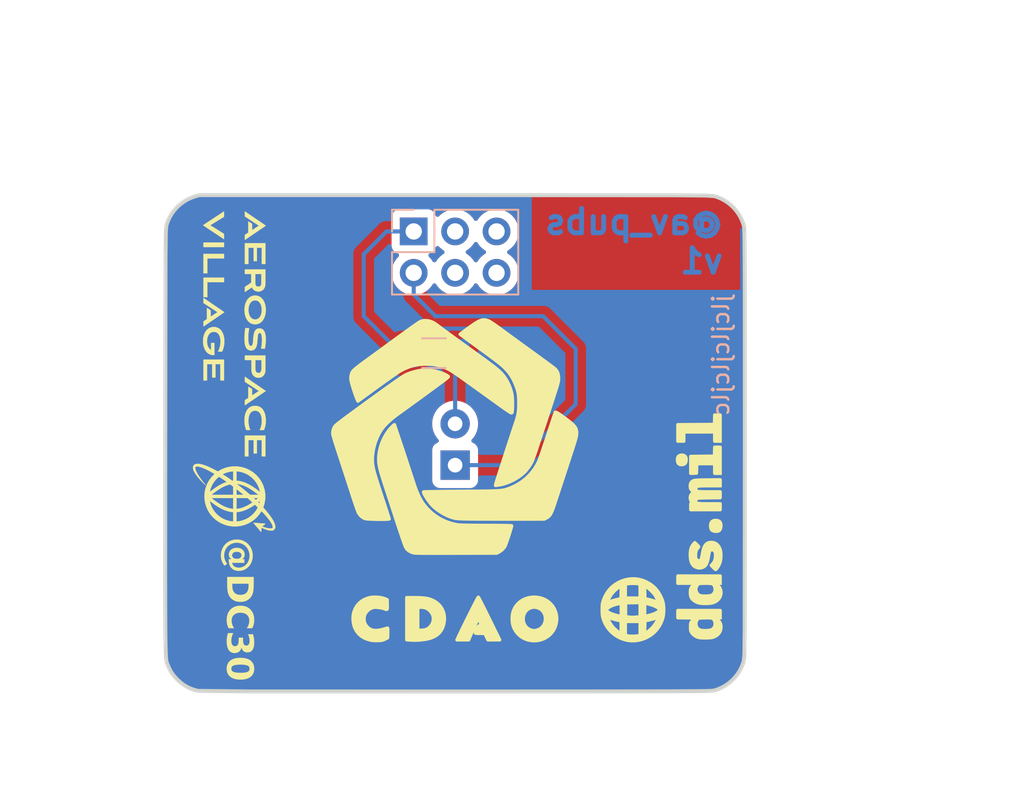
<source format=kicad_pcb>
(kicad_pcb (version 20220621) (generator pcbnew)
  (layers (0 "F.Cu" signal) (31 "B.Cu" signal) (34 "B.Paste" user) (35 "F.Paste" user) (36 "B.SilkS" user "B.Silkscreen") (37 "F.SilkS" user "F.Silkscreen") (38 "B.Mask" user) (39 "F.Mask" user) (44 "Edge.Cuts" user))
  (net 0 "")
  (net 1 "Net-(D1-K)")
  (net 2 "Net-(D1-A)")
  (net 3 "Net-(J1-Pin_1)")
  (footprint "LED_THT:LED_D5.0mm" (layer "F.Cu") (at 139.707053 114.040004 90)
    (fp_text reference "D1" hide)
    (fp_text value "LED")
  )
  (footprint "Connector_PinHeader_2.54mm:PinHeader_2x03_P2.54mm_Vertical" (layer "B.Cu") (at 137.167053 99.700004 -90)
    (fp_text reference "J1" hide)
    (fp_text value "Conn_02x03_Counter_Clockwise")
  )
  (footprint "Resistor_SMD:R_1206_3216Metric_Pad1.30x1.75mm_HandSolder" (layer "B.Cu") (at 138.407053 107.170004 180)
    (fp_text reference "R1" hide)
    (fp_text value "R")
  )
  (gr_poly (pts (xy 128.072987 108.212453) (xy 128.07102 108.244255) (xy 128.067802 108.274772) (xy 128.063381 108.30402) (xy 128.057806 108.332016) (xy 128.051125 108.358776) (xy 128.043386 108.384316) (xy 128.034639 108.408654) (xy 128.024932 108.431804) (xy 128.014314 108.453784) (xy 128.002833 108.474611) (xy 127.990537 108.494299) (xy 127.977476 108.512866) (xy 127.963698 108.530329) (xy 127.949251 108.546703) (xy 127.934185 108.562005) (xy 127.918547 108.576251) (xy 127.902386 108.589457) (xy 127.885752 108.601641) (xy 127.868691 108.612818) (xy 127.851254 108.623005) (xy 127.833489 108.632218) (xy 127.815444 108.640473) (xy 127.797168 108.647787) (xy 127.778709 108.654177) (xy 127.760116 108.659658) (xy 127.741438 108.664247) (xy 127.722723 108.667961) (xy 127.685377 108.672826) (xy 127.648468 108.674386) (xy 127.611531 108.672782) (xy 127.57411 108.667884) (xy 127.5366 108.659559) (xy 127.499396 108.647675) (xy 127.462894 108.6321) (xy 127.44503 108.622887) (xy 127.42749 108.612701) (xy 127.410324 108.601527) (xy 127.393581 108.589347) (xy 127.377309 108.576145) (xy 127.36156 108.561905) (xy 127.346382 108.546609) (xy 127.331825 108.530243) (xy 127.317938 108.512788) (xy 127.30477 108.494228) (xy 127.292372 108.474548) (xy 127.280792 108.45373) (xy 127.270081 108.431758) (xy 127.260287 108.408616) (xy 127.25146 108.384286) (xy 127.243649 108.358752) (xy 127.236904 108.331999) (xy 127.231275 108.304009) (xy 127.226811 108.274765) (xy 127.22356 108.244252) (xy 127.221574 108.212452) (xy 127.220901 108.17935) (xy 127.220901 107.589065) (xy 126.818205 107.589065) (xy 126.818205 107.316544) (xy 127.458497 107.316544) (xy 127.458497 107.589329) (xy 127.458497 108.121934) (xy 127.458801 108.142265) (xy 127.459697 108.161551) (xy 127.461163 108.17982) (xy 127.463176 108.197098) (xy 127.465713 108.213411) (xy 127.46875 108.228784) (xy 127.472266 108.243244) (xy 127.476236 108.256818) (xy 127.480639 108.26953) (xy 127.485451 108.281408) (xy 127.490649 108.292478) (xy 127.496211 108.302765) (xy 127.502113 108.312295) (xy 127.508333 108.321096) (xy 127.514847 108.329192) (xy 127.521633 108.33661) (xy 127.528668 108.343377) (xy 127.535929 108.349517) (xy 127.543393 108.355058) (xy 127.551036 108.360025) (xy 127.558837 108.364445) (xy 127.566773 108.368344) (xy 127.574819 108.371747) (xy 127.582954 108.374681) (xy 127.591155 108.377173) (xy 127.599398 108.379247) (xy 127.61592 108.38225) (xy 127.632338 108.383898) (xy 127.648468 108.384401) (xy 127.664178 108.383898) (xy 127.680229 108.38225) (xy 127.696433 108.379247) (xy 127.712604 108.374681) (xy 127.728555 108.368344) (xy 127.744099 108.360025) (xy 127.75166 108.355058) (xy 127.759049 108.349517) (xy 127.766243 108.343377) (xy 127.773219 108.33661) (xy 127.779952 108.329192) (xy 127.786421 108.321096) (xy 127.792601 108.312295) (xy 127.798469 108.302765) (xy 127.804002 108.292478) (xy 127.809176 108.281408) (xy 127.813968 108.26953) (xy 127.818355 108.256818) (xy 127.822313 108.243244) (xy 127.82582 108.228784) (xy 127.82885 108.213411) (xy 127.831383 108.197098) (xy 127.833393 108.17982) (xy 127.834857 108.161551) (xy 127.835753 108.142265) (xy 127.836057 108.121934) (xy 127.836057 107.589329) (xy 127.458497 107.589329) (xy 127.458497 107.316544) (xy 128.073653 107.316544) (xy 128.073653 108.17935)) (stroke (width 0.02)) (fill solid) (layer "F.SilkS"))
  (gr_poly (pts (xy 155.721436 117.427256) (xy 155.752613 117.430857) (xy 155.783069 117.436531) (xy 155.812477 117.444228) (xy 155.840509 117.4539) (xy 155.866835 117.465497) (xy 155.891129 117.478969) (xy 155.902411 117.486393) (xy 155.913062 117.494267) (xy 155.92304 117.502585) (xy 155.932305 117.511342) (xy 155.940816 117.52053) (xy 155.948532 117.530144) (xy 155.957196 117.542831) (xy 155.96512 117.556527) (xy 155.97231 117.571157) (xy 155.978774 117.586643) (xy 155.98452 117.602909) (xy 155.989555 117.619878) (xy 155.997524 117.655621) (xy 156.002743 117.693259) (xy 156.005272 117.732179) (xy 156.005172 117.771769) (xy 156.002504 117.811417) (xy 155.997329 117.850509) (xy 155.989709 117.888434) (xy 155.979704 117.924579) (xy 155.967375 117.958332) (xy 155.952783 117.989079) (xy 155.944658 118.003135) (xy 155.935989 118.016209) (xy 155.926786 118.028226) (xy 155.917055 118.03911) (xy 155.906804 118.048782) (xy 155.896041 118.057167) (xy 155.88635 118.063435) (xy 155.875876 118.069227) (xy 155.864675 118.074546) (xy 155.852798 118.079396) (xy 155.827235 118.087695) (xy 155.799616 118.094148) (xy 155.770368 118.098775) (xy 155.73992 118.101598) (xy 155.708701 118.102638) (xy 155.677137 118.101918) (xy 155.645658 118.099458) (xy 155.614691 118.095281) (xy 155.584665 118.089408) (xy 155.556008 118.081861) (xy 155.529148 118.072661) (xy 155.504514 118.06183) (xy 155.493165 118.05581) (xy 155.482533 118.04939) (xy 155.472672 118.042573) (xy 155.463634 118.035362) (xy 155.463634 118.035408) (xy 155.453063 118.025957) (xy 155.443354 118.016475) (xy 155.434464 118.006862) (xy 155.426349 117.997016) (xy 155.422569 117.991975) (xy 155.418966 117.986838) (xy 155.415537 117.981593) (xy 155.412274 117.976227) (xy 155.409173 117.970727) (xy 155.406228 117.96508) (xy 155.403434 117.959275) (xy 155.400786 117.953299) (xy 155.398278 117.947138) (xy 155.395905 117.940781) (xy 155.391541 117.927426) (xy 155.387653 117.913134) (xy 155.384197 117.897802) (xy 155.381129 117.881332) (xy 155.378408 117.86362) (xy 155.37599 117.844568) (xy 155.373832 117.824074) (xy 155.371349 117.791004) (xy 155.370376 117.759243) (xy 155.370904 117.728813) (xy 155.372924 117.699735) (xy 155.376429 117.672032) (xy 155.38141 117.645724) (xy 155.387859 117.620835) (xy 155.395768 117.597386) (xy 155.405128 117.575398) (xy 155.415931 117.554893) (xy 155.428168 117.535894) (xy 155.441833 117.518422) (xy 155.456915 117.502499) (xy 155.473408 117.488147) (xy 155.491302 117.475387) (xy 155.510589 117.464241) (xy 155.523888 117.45779) (xy 155.537621 117.451949) (xy 155.56623 117.442075) (xy 155.596087 117.43457) (xy 155.626864 117.429385) (xy 155.658234 117.426471) (xy 155.689867 117.425778)) (stroke (width 0.2)) (fill solid) (layer "F.SilkS"))
  (gr_poly (pts (xy 127.703629 116.40031) (xy 127.703176 116.401863) (xy 127.703038 116.402351) (xy 127.699643 116.414072) (xy 127.699304 116.415197) (xy 127.699089 116.415872) (xy 127.678569 116.476833) (xy 127.65586 116.535861) (xy 127.655276 116.537308) (xy 127.654678 116.538748) (xy 127.629581 116.596556) (xy 127.612425 116.631917) (xy 127.567718 116.588905) (xy 127.52278 116.546103) (xy 127.477595 116.503541) (xy 127.432137 116.461241) (xy 127.432137 116.46124) (xy 127.433179 116.460527) (xy 127.433898 116.46) (xy 127.474246 116.431344) (xy 127.514775 116.401925) (xy 127.554744 116.37232) (xy 127.594142 116.342591) (xy 127.602068 116.336465) (xy 127.609823 116.330347) (xy 127.615829 116.325594) (xy 127.623594 116.319512) (xy 127.625407 116.318097) (xy 127.645261 116.337831) (xy 127.665042 116.357646) (xy 127.704467 116.397416)) (stroke (width 0.02)) (fill solid) (layer "F.SilkS"))
  (gr_poly (pts (xy 124.278734 105.525844) (xy 124.278734 105.220779) (xy 124.491195 105.08055) (xy 124.491195 104.395014) (xy 124.713709 104.541329) (xy 124.713709 104.935559) (xy 125.141541 104.655629) (xy 124.278734 104.09048) (xy 124.278734 103.78515) (xy 125.554026 104.655629)) (stroke (width 0.02)) (fill solid) (layer "F.SilkS"))
  (gr_poly (pts (xy 137.96438 105.173216) (xy 138.029661 105.180912) (xy 138.095193 105.192945) (xy 138.160636 105.209263) (xy 138.225649 105.229815) (xy 138.289892 105.254548) (xy 138.353024 105.283413) (xy 138.414704 105.316357) (xy 138.474592 105.35333) (xy 138.532348 105.39428) (xy 138.917598 105.682068) (xy 139.432309 106.060284) (xy 140.015623 106.484454) (xy 140.606681 106.910103) (xy 141.597258 107.625638) (xy 141.936196 107.878304) (xy 142.193232 108.078949) (xy 142.385113 108.241108) (xy 142.528588 108.378314) (xy 142.640405 108.504104) (xy 142.737312 108.632012) (xy 142.779997 108.693993) (xy 142.821277 108.757992) (xy 142.861061 108.823795) (xy 142.899263 108.891189) (xy 142.935794 108.959964) (xy 142.970564 109.029905) (xy 143.003485 109.100801) (xy 143.03447 109.17244) (xy 143.063428 109.244608) (xy 143.090272 109.317095) (xy 143.114914 109.389686) (xy 143.137264 109.46217) (xy 143.157234 109.534335) (xy 143.174736 109.605968) (xy 143.189681 109.676856) (xy 143.20198 109.746788) (xy 143.209246 109.801429) (xy 143.215417 109.865183) (xy 143.224524 110.01359) (xy 143.229401 110.179123) (xy 143.230146 110.348896) (xy 143.226857 110.510025) (xy 143.219634 110.649624) (xy 143.214578 110.707323) (xy 143.208575 110.754808) (xy 143.201638 110.790467) (xy 143.193778 110.812691) (xy 143.190502 110.818288) (xy 143.188807 110.820862) (xy 143.187039 110.823265) (xy 143.185169 110.825476) (xy 143.183171 110.82748) (xy 143.181018 110.829258) (xy 143.178683 110.830793) (xy 143.176137 110.832066) (xy 143.173355 110.833061) (xy 143.170309 110.833759) (xy 143.166971 110.834143) (xy 143.163315 110.834195) (xy 143.159313 110.833897) (xy 143.154938 110.833232) (xy 143.150164 110.832181) (xy 143.144962 110.830728) (xy 143.139305 110.828855) (xy 143.133168 110.826544) (xy 143.126521 110.823776) (xy 143.119338 110.820535) (xy 143.111592 110.816803) (xy 143.103256 110.812562) (xy 143.094303 110.807794) (xy 143.084704 110.802482) (xy 143.074434 110.796608) (xy 143.063465 110.790154) (xy 143.051769 110.783102) (xy 143.026091 110.767136) (xy 142.997181 110.748568) (xy 142.964823 110.727256) (xy 142.928799 110.703058) (xy 142.88889 110.675833) (xy 142.844881 110.64544) (xy 142.796553 110.611736) (xy 142.74369 110.574581) (xy 142.686072 110.533832) (xy 142.623484 110.489347) (xy 142.482524 110.388607) (xy 142.319071 110.271228) (xy 142.131384 110.136075) (xy 141.917724 109.982018) (xy 141.917751 109.982002) (xy 140.465915 108.936407) (xy 140.014389 108.614962) (xy 139.698209 108.395495) (xy 139.48169 108.25381) (xy 139.329147 108.165716) (xy 139.204892 108.107017) (xy 139.073242 108.05352) (xy 139.000758 108.025192) (xy 138.930679 107.999284) (xy 138.86256 107.975714) (xy 138.795959 107.954398) (xy 138.730431 107.935253) (xy 138.665536 107.918197) (xy 138.600828 107.903147) (xy 138.535865 107.890021) (xy 138.470203 107.878734) (xy 138.403401 107.869205) (xy 138.335013 107.86135) (xy 138.264598 107.855086) (xy 138.191712 107.850332) (xy 138.115912 107.847003) (xy 137.953796 107.844292) (xy 137.839562 107.845471) (xy 137.729146 107.849415) (xy 137.622149 107.856224) (xy 137.518172 107.866002) (xy 137.416816 107.878849) (xy 137.317684 107.894868) (xy 137.220377 107.914162) (xy 137.124495 107.936831) (xy 137.029642 107.962978) (xy 136.935418 107.992704) (xy 136.841425 108.026112) (xy 136.747264 108.063304) (xy 136.652536 108.104381) (xy 136.556845 108.149446) (xy 136.45979 108.1986) (xy 136.360973 108.251946) (xy 136.285522 108.298054) (xy 136.168583 108.374988) (xy 136.016043 108.478641) (xy 135.833792 108.604904) (xy 135.403705 108.908829) (xy 134.925426 109.253899) (xy 133.745613 110.113732) (xy 133.680274 109.965538) (xy 133.638352 109.861927) (xy 133.588598 109.725606) (xy 133.534604 109.567873) (xy 133.479963 109.400028) (xy 133.428265 109.233369) (xy 133.383104 109.079195) (xy 133.34807 108.948803) (xy 133.326755 108.853493) (xy 133.321237 108.818995) (xy 133.317049 108.784579) (xy 133.314183 108.750295) (xy 133.312634 108.71619) (xy 133.312395 108.682312) (xy 133.313461 108.648709) (xy 133.315825 108.61543) (xy 133.319481 108.582522) (xy 133.324423 108.550033) (xy 133.330644 108.518011) (xy 133.338139 108.486505) (xy 133.346902 108.455563) (xy 133.356926 108.425231) (xy 133.368205 108.39556) (xy 133.380733 108.366595) (xy 133.394504 108.338387) (xy 133.400679 108.327031) (xy 133.407597 108.315456) (xy 133.415323 108.303609) (xy 133.423923 108.291435) (xy 133.444004 108.265886) (xy 133.468363 108.238375) (xy 133.497525 108.208465) (xy 133.532012 108.175719) (xy 133.572348 108.139703) (xy 133.619056 108.09998) (xy 133.672659 108.056113) (xy 133.733681 108.007667) (xy 133.802644 107.954207) (xy 133.880073 107.895294) (xy 133.96649 107.830495) (xy 134.062418 107.759372) (xy 134.284904 107.596413) (xy 136.147571 106.234963) (xy 136.646224 105.872349) (xy 137.075549 105.564839) (xy 137.389756 105.344916) (xy 137.489381 105.277951) (xy 137.543056 105.245064) (xy 137.597043 105.22097) (xy 137.653664 105.201572) (xy 137.712581 105.186817) (xy 137.773451 105.176656) (xy 137.835935 105.171036) (xy 137.899691 105.169906)) (stroke (width 0.2)) (fill solid) (layer "F.SilkS"))
  (gr_poly (pts (xy 155.959613 114.543602) (xy 155.620944 114.543602) (xy 155.620944 113.950936) (xy 154.522251 113.950936) (xy 154.506252 114.529488) (xy 154.153476 114.545479) (xy 154.153346 114.024239) (xy 154.153346 113.501259) (xy 154.880069 113.493263) (xy 155.606792 113.485268) (xy 155.614891 113.210106) (xy 155.622989 112.934929) (xy 155.959613 112.934929)) (stroke (width 0.2)) (fill solid) (layer "F.SilkS"))
  (gr_poly (pts (xy 155.959487 112.569756) (xy 155.620819 112.569756) (xy 155.620819 112.005303) (xy 153.72993 112.005303) (xy 153.72993 112.569756) (xy 153.36304 112.569756) (xy 153.363128 112.061318) (xy 153.363128 111.553643) (xy 154.484962 111.546639) (xy 155.606796 111.539635) (xy 155.622795 110.961083) (xy 155.959487 110.961083)) (stroke (width 0.2)) (fill solid) (layer "F.SilkS"))
  (gr_poly (pts (xy 126.818205 100.216186) (xy 126.818205 99.911121) (xy 127.03093 99.770892) (xy 127.03093 99.087738) (xy 127.253445 99.234052) (xy 127.253445 99.625901) (xy 127.681011 99.345971) (xy 127.253445 99.065778) (xy 127.253445 99.066042) (xy 127.03093 98.919728) (xy 127.03093 98.91814) (xy 126.818205 98.780557) (xy 126.818205 98.475492) (xy 128.093761 99.345971)) (stroke (width 0.02)) (fill solid) (layer "F.SilkS"))
  (gr_poly (pts (xy 126.057195 115.321266) (xy 126.009832 115.286087) (xy 125.962321 115.251117) (xy 125.914697 115.216383) (xy 125.917468 115.2157) (xy 126.009731 115.199038) (xy 126.010363 115.19894) (xy 126.010963 115.198858) (xy 126.104414 115.188409) (xy 126.104414 115.356657)) (stroke (width 0.02)) (fill solid) (layer "F.SilkS"))
  (gr_poly (pts (xy 125.156972 114.435872) (xy 125.140737 114.44685) (xy 125.12298 114.459133) (xy 125.105376 114.471613) (xy 125.087939 114.484307) (xy 125.070101 114.497642) (xy 125.052433 114.511184) (xy 125.034935 114.52493) (xy 125.017607 114.538877) (xy 125.004681 114.549585) (xy 124.991904 114.560459) (xy 124.979228 114.571446) (xy 124.966603 114.582492) (xy 124.952664 114.574053) (xy 124.938778 114.565512) (xy 124.924877 114.556998) (xy 124.910896 114.548644) (xy 124.793848 114.481364) (xy 124.676202 114.41562) (xy 124.617031 114.383681) (xy 124.557564 114.352555) (xy 124.497749 114.322384) (xy 124.43754 114.293311) (xy 124.37718 114.265404) (xy 124.316265 114.238521) (xy 124.254958 114.21309) (xy 124.193425 114.189539) (xy 124.131831 114.168294) (xy 124.101061 114.15867) (xy 124.070338 114.149784) (xy 124.039682 114.141688) (xy 124.009113 114.134435) (xy 123.978652 114.12808) (xy 123.948319 114.122676) (xy 123.933586 114.121058) (xy 123.919008 114.119807) (xy 123.904661 114.118966) (xy 123.890621 114.118577) (xy 123.876965 114.118685) (xy 123.870306 114.118938) (xy 123.863771 114.119332) (xy 123.857371 114.119871) (xy 123.851116 114.120562) (xy 123.845013 114.121408) (xy 123.839075 114.122417) (xy 123.833358 114.123792) (xy 123.828003 114.125243) (xy 123.822994 114.12678) (xy 123.818316 114.128412) (xy 123.813952 114.130147) (xy 123.809887 114.131995) (xy 123.807962 114.132964) (xy 123.806105 114.133965) (xy 123.804315 114.134998) (xy 123.80259 114.136065) (xy 123.800928 114.137167) (xy 123.799326 114.138304) (xy 123.797784 114.139479) (xy 123.796298 114.140692) (xy 123.794867 114.141945) (xy 123.793488 114.143238) (xy 123.792161 114.144573) (xy 123.790883 114.14595) (xy 123.789651 114.147371) (xy 123.788465 114.148837) (xy 123.787321 114.15035) (xy 123.786219 114.151909) (xy 123.784129 114.155175) (xy 123.782179 114.158642) (xy 123.780294 114.162549) (xy 123.778607 114.166814) (xy 123.777118 114.171416) (xy 123.775828 114.176335) (xy 123.774736 114.181551) (xy 123.773843 114.187042) (xy 123.773147 114.192789) (xy 123.772651 114.19877) (xy 123.772353 114.204965) (xy 123.772253 114.211353) (xy 123.772351 114.217915) (xy 123.772649 114.224628) (xy 123.773144 114.231473) (xy 123.773839 114.238428) (xy 123.774731 114.245474) (xy 123.775823 114.25259) (xy 123.778395 114.266982) (xy 123.781518 114.28156) (xy 123.785148 114.296291) (xy 123.789244 114.311142) (xy 123.793761 114.326081) (xy 123.798657 114.341072) (xy 123.803889 114.356085) (xy 123.809412 114.371084) (xy 123.821703 114.401204) (xy 123.834828 114.431145) (xy 123.848731 114.460912) (xy 123.86336 114.490509) (xy 123.87866 114.519943) (xy 123.894577 114.549218) (xy 123.928049 114.607313) (xy 123.963344 114.664839) (xy 124.000031 114.721836) (xy 124.037679 114.778347) (xy 124.075856 114.834415) (xy 124.115377 114.889904) (xy 124.155533 114.945054) (xy 124.196285 114.999875) (xy 124.237596 115.054376) (xy 124.321743 115.162457) (xy 124.407671 115.269375) (xy 124.357551 115.222411) (xy 124.307847 115.174946) (xy 124.258626 115.126922) (xy 124.209957 115.078285) (xy 124.161907 115.028978) (xy 124.114547 114.978946) (xy 124.067943 114.928132) (xy 124.022165 114.876479) (xy 123.999447 114.850457) (xy 123.976953 114.824175) (xy 123.954707 114.79762) (xy 123.932734 114.770779) (xy 123.911059 114.743641) (xy 123.889706 114.716193) (xy 123.8687 114.688423) (xy 123.848066 114.660317) (xy 123.827676 114.631893) (xy 123.807626 114.60313) (xy 123.787985 114.573965) (xy 123.768822 114.544332) (xy 123.750204 114.514166) (xy 123.7322 114.483401) (xy 123.714879 114.451972) (xy 123.698308 114.419815) (xy 123.690457 114.403348) (xy 123.682825 114.386658) (xy 123.675484 114.369694) (xy 123.668506 114.352408) (xy 123.661962 114.33475) (xy 123.655924 114.31667) (xy 123.650463 114.298119) (xy 123.647971 114.288652) (xy 123.64565 114.279048) (xy 123.641589 114.259605) (xy 123.63817 114.239391) (xy 123.636808 114.229004) (xy 123.635736 114.218433) (xy 123.634996 114.207682) (xy 123.634632 114.196755) (xy 123.634687 114.185653) (xy 123.635203 114.174382) (xy 123.636224 114.162943) (xy 123.637792 114.15134) (xy 123.639951 114.139576) (xy 123.642744 114.127654) (xy 123.646214 114.115577) (xy 123.650404 114.103348) (xy 123.652886 114.097333) (xy 123.655567 114.091388) (xy 123.658449 114.085512) (xy 123.661529 114.079701) (xy 123.664808 114.073952) (xy 123.668285 114.068262) (xy 123.671958 114.062628) (xy 123.675829 114.057046) (xy 123.68008 114.052013) (xy 123.684483 114.047037) (xy 123.689017 114.042124) (xy 123.69366 114.037279) (xy 123.69839 114.032509) (xy 123.703185 114.027819) (xy 123.708022 114.023215) (xy 123.712881 114.018702) (xy 123.723485 114.011577) (xy 123.728843 114.008058) (xy 123.734232 114.004594) (xy 123.739645 114.001204) (xy 123.745078 113.997908) (xy 123.750524 113.994725) (xy 123.755979 113.991676) (xy 123.761361 113.989419) (xy 123.766786 113.987212) (xy 123.777743 113.982929) (xy 123.788799 113.978794) (xy 123.799904 113.974777) (xy 123.810716 113.972024) (xy 123.821427 113.969605) (xy 123.832041 113.967502) (xy 123.84256 113.965698) (xy 123.85299 113.964174) (xy 123.863334 113.962912) (xy 123.873596 113.961894) (xy 123.883779 113.961102) (xy 123.903926 113.960123) (xy 123.923807 113.95983) (xy 123.943452 113.960077) (xy 123.962891 113.960721) (xy 124.000729 113.964176) (xy 124.037883 113.968911) (xy 124.074416 113.974818) (xy 124.110392 113.981788) (xy 124.145871 113.989713) (xy 124.180916 113.998485) (xy 124.21559 114.007995) (xy 124.249954 114.018134) (xy 124.284018 114.02873) (xy 124.31777 114.039848) (xy 124.351245 114.051438) (xy 124.384475 114.063449) (xy 124.417494 114.075833) (xy 124.450337 114.088538) (xy 124.515623 114.114717) (xy 124.598869 114.149983) (xy 124.681155 114.186855) (xy 124.762551 114.225207) (xy 124.843128 114.264913) (xy 124.922954 114.305846) (xy 125.002101 114.34788) (xy 125.080637 114.39089) (xy 125.158598 114.43473)) (stroke (width 0.02)) (fill solid) (layer "F.SilkS"))
  (gr_poly (pts (xy 124.513684 102.812278) (xy 124.513684 103.727471) (xy 124.278734 103.727471) (xy 124.278734 102.539756) (xy 125.534182 102.539756) (xy 125.534182 102.812278)) (stroke (width 0.02)) (fill solid) (layer "F.SilkS"))
  (gr_poly (pts (xy 124.683811 99.320836) (xy 125.534182 99.851061) (xy 125.534182 100.171207) (xy 124.253599 99.320836) (xy 125.534182 98.475492) (xy 125.534182 98.798284)) (stroke (width 0.02)) (fill solid) (layer "F.SilkS"))
  (gr_poly (pts (xy 125.31643 108.837104) (xy 125.31643 107.841742) (xy 125.011366 107.841742) (xy 125.011366 108.657188) (xy 124.813722 108.657188) (xy 124.813722 107.841742) (xy 124.493841 107.841742) (xy 124.493841 108.837104) (xy 124.278734 108.837104) (xy 124.278734 107.569221) (xy 125.534182 107.569221) (xy 125.534182 108.837104)) (stroke (width 0.02)) (fill solid) (layer "F.SilkS"))
  (gr_poly (pts (xy 153.632477 113.422453) (xy 153.649451 113.424142) (xy 153.666313 113.42669) (xy 153.683002 113.430104) (xy 153.699457 113.434392) (xy 153.715618 113.439561) (xy 153.731423 113.445619) (xy 153.746813 113.452574) (xy 153.761726 113.460433) (xy 153.776102 113.469203) (xy 153.78988 113.478893) (xy 153.802999 113.48951) (xy 153.815399 113.501061) (xy 153.823251 113.509683) (xy 153.83055 113.519254) (xy 153.837297 113.52971) (xy 153.843496 113.54099) (xy 153.849147 113.553032) (xy 153.854253 113.565773) (xy 153.862836 113.593104) (xy 153.86926 113.622488) (xy 153.873541 113.653428) (xy 153.875694 113.685426) (xy 153.875735 113.717985) (xy 153.873678 113.75061) (xy 153.869539 113.782803) (xy 153.863334 113.814067) (xy 153.855078 113.843905) (xy 153.844786 113.871821) (xy 153.838881 113.884902) (xy 153.832474 113.897317) (xy 153.825565 113.909003) (xy 153.818156 113.919897) (xy 153.81025 113.929938) (xy 153.801849 113.939064) (xy 153.793409 113.946957) (xy 153.784348 113.954398) (xy 153.774703 113.961385) (xy 153.764515 113.967917) (xy 153.753824 113.973991) (xy 153.742669 113.979605) (xy 153.73109 113.984758) (xy 153.719127 113.989447) (xy 153.694206 113.997426) (xy 153.668224 114.003529) (xy 153.641498 114.007738) (xy 153.614346 114.010039) (xy 153.587086 114.010415) (xy 153.560035 114.008852) (xy 153.53351 114.005333) (xy 153.507829 113.999843) (xy 153.495404 113.996354) (xy 153.483309 113.992367) (xy 153.471584 113.987879) (xy 153.460269 113.982888) (xy 153.449402 113.977394) (xy 153.439025 113.971392) (xy 153.429176 113.964883) (xy 153.419895 113.957863) (xy 153.419898 113.957833) (xy 153.412766 113.951508) (xy 153.405916 113.944339) (xy 153.399353 113.936372) (xy 153.393086 113.927649) (xy 153.387119 113.918216) (xy 153.38146 113.908117) (xy 153.371088 113.886099) (xy 153.362021 113.861951) (xy 153.354309 113.836027) (xy 153.348004 113.808683) (xy 153.343155 113.780276) (xy 153.339814 113.751159) (xy 153.338031 113.72169) (xy 153.337856 113.692223) (xy 153.33934 113.663114) (xy 153.342534 113.634718) (xy 153.347488 113.607391) (xy 153.354253 113.581488) (xy 153.358331 113.569182) (xy 153.36288 113.557366) (xy 153.369354 113.543468) (xy 153.376929 113.530277) (xy 153.385546 113.517802) (xy 153.395142 113.506049) (xy 153.405659 113.495026) (xy 153.417034 113.484741) (xy 153.429207 113.475202) (xy 153.442118 113.466415) (xy 153.455706 113.458389) (xy 153.46991 113.451131) (xy 153.484669 113.444648) (xy 153.499923 113.438949) (xy 153.51561 113.43404) (xy 153.531671 113.42993) (xy 153.548045 113.426625) (xy 153.564671 113.424134) (xy 153.581487 113.422463) (xy 153.598434 113.421621) (xy 153.615451 113.421615)) (stroke (width 0.2)) (fill solid) (layer "F.SilkS"))
  (gr_poly (pts (xy 128.093585 111.35002) (xy 128.09226 111.390831) (xy 128.090048 111.430775) (xy 128.086944 111.469886) (xy 128.082946 111.508195) (xy 128.07805 111.545735) (xy 128.072253 111.582538) (xy 128.06555 111.618636) (xy 128.057939 111.654061) (xy 128.049416 111.688845) (xy 128.039978 111.723021) (xy 128.029621 111.75662) (xy 128.018341 111.789676) (xy 128.006135 111.822219) (xy 127.993 111.854283) (xy 127.978932 111.885898) (xy 127.721228 111.885898) (xy 127.73469 111.861981) (xy 127.74784 111.836292) (xy 127.760601 111.808873) (xy 127.772896 111.779763) (xy 127.784649 111.749002) (xy 127.795782 111.716629) (xy 127.806219 111.682686) (xy 127.815883 111.647211) (xy 127.824697 111.610244) (xy 127.832586 111.571827) (xy 127.839471 111.531997) (xy 127.845276 111.490796) (xy 127.849925 111.448264) (xy 127.853341 111.404439) (xy 127.855447 111.359363) (xy 127.856166 111.313074) (xy 127.855713 111.277199) (xy 127.854361 111.24226) (xy 127.852121 111.208269) (xy 127.849001 111.175241) (xy 127.845011 111.143189) (xy 127.84016 111.112125) (xy 127.834459 111.082064) (xy 127.827917 111.053019) (xy 127.820544 111.025002) (xy 127.812349 110.998028) (xy 127.803342 110.97211) (xy 127.793532 110.947261) (xy 127.78293 110.923493) (xy 127.771544 110.900822) (xy 127.759385 110.879259) (xy 127.746463 110.858819) (xy 127.732786 110.839514) (xy 127.718364 110.821359) (xy 127.703208 110.804365) (xy 127.687326 110.788547) (xy 127.670728 110.773918) (xy 127.653425 110.760491) (xy 127.635425 110.748279) (xy 127.616738 110.737297) (xy 127.597375 110.727556) (xy 127.577343 110.719071) (xy 127.556655 110.711855) (xy 127.535317 110.705921) (xy 127.513342 110.701283) (xy 127.490737 110.697953) (xy 127.467514 110.695946) (xy 127.44368 110.695273) (xy 127.419823 110.695938) (xy 127.396576 110.697926) (xy 127.373951 110.701226) (xy 127.351956 110.705827) (xy 127.3306 110.71172) (xy 127.309894 110.718894) (xy 127.289847 110.727337) (xy 127.270469 110.73704) (xy 127.251769 110.747993) (xy 127.233757 110.760184) (xy 127.216442 110.773603) (xy 127.199835 110.78824) (xy 127.183944 110.804084) (xy 127.168779 110.821124) (xy 127.15435 110.839351) (xy 127.140666 110.858753) (xy 127.115574 110.901042) (xy 127.093578 110.947907) (xy 127.074755 110.999263) (xy 127.059183 111.055028) (xy 127.046937 111.115117) (xy 127.038096 111.179445) (xy 127.032734 111.247929) (xy 127.03093 111.320484) (xy 127.031564 111.36475) (xy 127.033417 111.408371) (xy 127.036421 111.451231) (xy 127.040505 111.493211) (xy 127.0456 111.534194) (xy 127.051636 111.574063) (xy 127.058543 111.612701) (xy 127.066252 111.649989) (xy 127.074693 111.685811) (xy 127.083795 111.720048) (xy 127.09349 111.752585) (xy 127.103707 111.783302) (xy 127.114377 111.812083) (xy 127.12543 111.83881) (xy 127.136796 111.863366) (xy 127.148405 111.885633) (xy 126.905518 111.885633) (xy 126.891916 111.853991) (xy 126.879188 111.821856) (xy 126.867336 111.789207) (xy 126.856359 111.75602) (xy 126.846258 111.722276) (xy 126.837034 111.687952) (xy 126.828686 111.653027) (xy 126.821215 111.617478) (xy 126.814622 111.581284) (xy 126.808906 111.544424) (xy 126.804069 111.506875) (xy 126.80011 111.468616) (xy 126.797031 111.429626) (xy 126.79483 111.389882) (xy 126.79351 111.349364) (xy 126.79307 111.308048) (xy 126.79375 111.256404) (xy 126.795784 111.206014) (xy 126.799163 111.156903) (xy 126.803879 111.109098) (xy 126.809923 111.062624) (xy 126.817286 111.017505) (xy 126.82596 110.973766) (xy 126.835936 110.931434) (xy 126.847206 110.890533) (xy 126.85976 110.851089) (xy 126.87359 110.813126) (xy 126.888687 110.776671) (xy 126.905043 110.741747) (xy 126.922649 110.708382) (xy 126.941496 110.676599) (xy 126.961576 110.646424) (xy 126.98288 110.617882) (xy 127.005399 110.590999) (xy 127.029125 110.565799) (xy 127.054049 110.542308) (xy 127.080162 110.520552) (xy 127.107455 110.500555) (xy 127.135921 110.482343) (xy 127.165549 110.46594) (xy 127.196333 110.451373) (xy 127.228262 110.438666) (xy 127.261328 110.427845) (xy 127.295523 110.418935) (xy 127.330838 110.411961) (xy 127.367264 110.406948) (xy 127.404793 110.403922) (xy 127.443416 110.402907) (xy 127.443416 110.402909) (xy 127.482038 110.403923) (xy 127.519567 110.40695) (xy 127.555993 110.411962) (xy 127.591308 110.418937) (xy 127.625504 110.427848) (xy 127.658571 110.43867) (xy 127.690501 110.451377) (xy 127.721286 110.465946) (xy 127.750917 110.48235) (xy 127.779384 110.500564) (xy 127.80668 110.520564) (xy 127.832797 110.542323) (xy 127.857724 110.565818) (xy 127.881454 110.591022) (xy 127.903978 110.61791) (xy 127.925288 110.646457) (xy 127.945375 110.676639) (xy 127.964229 110.708429) (xy 127.981843 110.741803) (xy 127.998209 110.776736) (xy 128.027157 110.851175) (xy 128.051006 110.931546) (xy 128.069687 111.017646) (xy 128.08313 111.109275) (xy 128.091266 111.206231) (xy 128.094026 111.308312)) (stroke (width 0.02)) (fill solid) (layer "F.SilkS"))
  (gr_poly (pts (xy 134.817802 122.137345) (xy 134.879454 122.139136) (xy 134.941336 122.142567) (xy 135.002838 122.147596) (xy 135.063349 122.154181) (xy 135.122261 122.162281) (xy 135.178962 122.171851) (xy 135.232843 122.182852) (xy 135.283293 122.195239) (xy 135.329704 122.208972) (xy 135.371463 122.224007) (xy 135.540798 122.29171) (xy 135.548797 122.594994) (xy 135.551634 122.707447) (xy 135.552145 122.752348) (xy 135.551603 122.790232) (xy 135.549673 122.821503) (xy 135.548082 122.834783) (xy 135.546018 122.84656) (xy 135.543439 122.856884) (xy 135.540303 122.865805) (xy 135.536568 122.873373) (xy 135.532191 122.879639) (xy 135.527132 122.884652) (xy 135.521347 122.888463) (xy 135.514796 122.891122) (xy 135.507435 122.892679) (xy 135.499223 122.893185) (xy 135.490118 122.892688) (xy 135.480079 122.89124) (xy 135.469062 122.888891) (xy 135.443929 122.881689) (xy 135.414385 122.871483) (xy 135.340717 122.843666) (xy 135.32485 122.838009) (xy 135.307001 122.832313) (xy 135.266142 122.820955) (xy 135.219706 122.809898) (xy 135.16926 122.799444) (xy 135.116372 122.7899) (xy 135.062607 122.78157) (xy 135.009533 122.774758) (xy 134.958717 122.769768) (xy 134.887166 122.764484) (xy 134.828127 122.761603) (xy 134.802393 122.761166) (xy 134.778698 122.761454) (xy 134.756681 122.762508) (xy 134.73598 122.764368) (xy 134.71623 122.767078) (xy 134.697071 122.770677) (xy 134.678138 122.775207) (xy 134.659071 122.780709) (xy 134.639506 122.787226) (xy 134.619081 122.794797) (xy 134.574199 122.813271) (xy 134.534175 122.831907) (xy 134.495329 122.852813) (xy 134.457783 122.875845) (xy 134.421663 122.900863) (xy 134.387091 122.927726) (xy 134.354192 122.956291) (xy 134.323089 122.986418) (xy 134.293906 123.017966) (xy 134.266767 123.050791) (xy 134.241796 123.084755) (xy 134.219115 123.119714) (xy 134.19885 123.155527) (xy 134.181124 123.192054) (xy 134.16606 123.229152) (xy 134.153783 123.26668) (xy 134.144416 123.304497) (xy 134.135085 123.356407) (xy 134.12885 123.407303) (xy 134.125706 123.45717) (xy 134.125647 123.505992) (xy 134.12867 123.553753) (xy 134.134768 123.600437) (xy 134.143937 123.646028) (xy 134.156172 123.69051) (xy 134.171468 123.733867) (xy 134.189821 123.776084) (xy 134.211224 123.817144) (xy 134.235674 123.857032) (xy 134.263164 123.895731) (xy 134.293691 123.933226) (xy 134.327249 123.969501) (xy 134.363834 124.00454) (xy 134.387308 124.024964) (xy 134.411143 124.044122) (xy 134.435387 124.062015) (xy 134.460089 124.078644) (xy 134.485297 124.09401) (xy 134.51106 124.108114) (xy 134.537427 124.120958) (xy 134.564446 124.132544) (xy 134.592165 124.142872) (xy 134.620634 124.151944) (xy 134.6499 124.159762) (xy 134.680012 124.166326) (xy 134.711019 124.171638) (xy 134.74297 124.175699) (xy 134.775912 124.178511) (xy 134.809895 124.180075) (xy 134.844966 124.180392) (xy 134.881175 124.179464) (xy 134.91857 124.177291) (xy 134.9572 124.173876) (xy 135.038357 124.163323) (xy 135.125036 124.147815) (xy 135.217623 124.127362) (xy 135.316508 124.101976) (xy 135.422079 124.071667) (xy 135.534725 124.036446) (xy 135.538966 124.035146) (xy 135.54296 124.034104) (xy 135.546711 124.033363) (xy 135.550225 124.032964) (xy 135.551896 124.032905) (xy 135.55351 124.032946) (xy 135.555067 124.033094) (xy 135.55657 124.033352) (xy 135.558018 124.033727) (xy 135.559412 124.034223) (xy 135.560753 124.034845) (xy 135.562041 124.035599) (xy 135.563278 124.036489) (xy 135.564465 124.037521) (xy 135.565601 124.038701) (xy 135.566688 124.040032) (xy 135.567726 124.04152) (xy 135.568716 124.043171) (xy 135.56966 124.044989) (xy 135.570557 124.04698) (xy 135.571408 124.049148) (xy 135.572215 124.051499) (xy 135.573697 124.056771) (xy 135.575008 124.062836) (xy 135.576155 124.069735) (xy 135.577144 124.077509) (xy 135.57798 124.086199) (xy 135.578671 124.095847) (xy 135.57922 124.106492) (xy 135.579636 124.118178) (xy 135.579923 124.130944) (xy 135.580088 124.144831) (xy 135.580137 124.159881) (xy 135.579909 124.193633) (xy 135.579287 124.232529) (xy 135.578321 124.276897) (xy 135.577056 124.327065) (xy 135.569057 124.634011) (xy 135.40501 124.716011) (xy 135.379492 124.728533) (xy 135.355444 124.739789) (xy 135.332496 124.749855) (xy 135.310284 124.758807) (xy 135.28844 124.766722) (xy 135.266597 124.773676) (xy 135.244389 124.779747) (xy 135.221449 124.78501) (xy 135.19741 124.789541) (xy 135.171906 124.793418) (xy 135.144569 124.796717) (xy 135.115033 124.799514) (xy 135.082932 124.801885) (xy 135.047898 124.803908) (xy 134.967567 124.807213) (xy 134.90393 124.808627) (xy 134.840836 124.808408) (xy 134.779011 124.806606) (xy 134.719184 124.803276) (xy 134.662083 124.79847) (xy 134.608436 124.79224) (xy 134.558971 124.784639) (xy 134.514415 124.775719) (xy 134.514381 124.775719) (xy 134.411959 124.749351) (xy 134.314114 124.717767) (xy 134.220942 124.681063) (xy 134.132543 124.639333) (xy 134.049015 124.592671) (xy 133.970454 124.541171) (xy 133.896961 124.484928) (xy 133.828632 124.424036) (xy 133.765567 124.35859) (xy 133.707862 124.288683) (xy 133.655616 124.21441) (xy 133.608928 124.135866) (xy 133.567895 124.053145) (xy 133.532615 123.966341) (xy 133.503187 123.875548) (xy 133.479709 123.780861) (xy 133.465869 123.707861) (xy 133.4554 123.63559) (xy 133.448258 123.564119) (xy 133.444398 123.493522) (xy 133.443776 123.42387) (xy 133.446345 123.355235) (xy 133.452063 123.287689) (xy 133.460883 123.221303) (xy 133.472761 123.156151) (xy 133.487652 123.092303) (xy 133.505511 123.029832) (xy 133.526294 122.968809) (xy 133.549956 122.909308) (xy 133.576451 122.851399) (xy 133.605736 122.795154) (xy 133.637765 122.740647) (xy 133.672493 122.687947) (xy 133.709876 122.637128) (xy 133.749869 122.588262) (xy 133.792427 122.54142) (xy 133.837505 122.496674) (xy 133.885058 122.454097) (xy 133.935042 122.41376) (xy 133.987412 122.375736) (xy 134.042123 122.340095) (xy 134.09913 122.306911) (xy 134.158388 122.276254) (xy 134.219853 122.248198) (xy 134.283479 122.222814) (xy 134.349223 122.200174) (xy 134.417038 122.18035) (xy 134.486881 122.163414) (xy 134.534342 122.154476) (xy 134.585694 122.147431) (xy 134.640325 122.142238) (xy 134.697627 122.138854) (xy 134.756989 122.137237)) (stroke (width 0.2)) (fill solid) (layer "F.SilkS"))
  (gr_poly (pts (xy 137.93481 108.202416) (xy 137.985894 108.204209) (xy 138.038276 108.207313) (xy 138.092024 108.211735) (xy 138.147203 108.217484) (xy 138.20388 108.224566) (xy 138.262123 108.232991) (xy 138.383568 108.253895) (xy 138.512072 108.280258) (xy 138.648166 108.312142) (xy 138.696621 108.325093) (xy 138.747708 108.340491) (xy 138.8546 108.377167) (xy 138.962485 108.419252) (xy 139.065008 108.463831) (xy 139.155812 108.507987) (xy 139.194834 108.528996) (xy 139.228542 108.548805) (xy 139.256143 108.56705) (xy 139.276841 108.583367) (xy 139.289842 108.597391) (xy 139.293209 108.603429) (xy 139.294353 108.608757) (xy 139.294039 108.610699) (xy 139.293108 108.613084) (xy 139.291576 108.615899) (xy 139.289457 108.61913) (xy 139.283521 108.626785) (xy 139.275424 108.635941) (xy 139.26529 108.646486) (xy 139.25324 108.658313) (xy 139.239398 108.671311) (xy 139.223886 108.68537) (xy 139.206829 108.700381) (xy 139.188349 108.716234) (xy 139.168568 108.73282) (xy 139.14761 108.750028) (xy 139.125598 108.76775) (xy 139.102654 108.785876) (xy 139.078903 108.804295) (xy 139.054466 108.822899) (xy 137.672679 109.8393) (xy 136.260898 110.862557) (xy 136.079395 110.9953) (xy 135.992877 111.061801) (xy 135.909321 111.12826) (xy 135.828828 111.194577) (xy 135.751504 111.260656) (xy 135.67745 111.326398) (xy 135.606771 111.391707) (xy 135.539571 111.456484) (xy 135.475952 111.520631) (xy 135.416018 111.584052) (xy 135.359873 111.646648) (xy 135.307619 111.708322) (xy 135.259362 111.768976) (xy 135.215203 111.828512) (xy 135.175247 111.886833) (xy 135.104761 112.000332) (xy 135.038499 112.119109) (xy 134.976632 112.242489) (xy 134.919331 112.369794) (xy 134.866768 112.500347) (xy 134.819115 112.633471) (xy 134.776544 112.768489) (xy 134.739226 112.904724) (xy 134.707332 113.0415) (xy 134.681035 113.178138) (xy 134.660506 113.313962) (xy 134.645917 113.448295) (xy 134.637439 113.58046) (xy 134.635244 113.70978) (xy 134.639504 113.835578) (xy 134.65039 113.957176) (xy 134.658972 114.02441) (xy 134.668776 114.090915) (xy 134.680359 114.158637) (xy 134.694281 114.229522) (xy 134.7111 114.305516) (xy 134.731376 114.388565) (xy 134.755666 114.480615) (xy 134.784532 114.583611) (xy 134.858219 114.830226) (xy 134.95691 115.143979) (xy 135.085075 115.540436) (xy 135.247184 116.035164) (xy 135.544242 116.94615) (xy 135.634608 117.229299) (xy 135.667797 117.340447) (xy 135.664011 117.344454) (xy 135.652958 117.348116) (xy 135.610871 117.354425) (xy 135.459513 117.363132) (xy 135.242849 117.366903) (xy 134.990005 117.366074) (xy 134.730109 117.360978) (xy 134.492287 117.351952) (xy 134.305667 117.339331) (xy 134.240659 117.331776) (xy 134.199375 117.323448) (xy 134.199375 117.323433) (xy 134.168326 117.312771) (xy 134.137308 117.299975) (xy 134.106436 117.285147) (xy 134.075829 117.268387) (xy 134.045603 117.249798) (xy 134.015876 117.229482) (xy 133.986764 117.207538) (xy 133.958384 117.184069) (xy 133.930855 117.159176) (xy 133.904293 117.132961) (xy 133.878814 117.105524) (xy 133.854537 117.076968) (xy 133.831579 117.047394) (xy 133.810056 117.016903) (xy 133.790086 116.985596) (xy 133.771785 116.953575) (xy 133.749934 116.904148) (xy 133.715995 116.815721) (xy 133.67168 116.693255) (xy 133.6187 116.541712) (xy 133.493598 116.171244) (xy 133.354385 115.744011) (xy 132.996726 114.638409) (xy 132.619216 113.486229) (xy 132.465698 113.014797) (xy 132.337224 112.60743) (xy 132.247247 112.307671) (xy 132.220899 112.211752) (xy 132.20922 112.159065) (xy 132.205979 112.128266) (xy 132.204164 112.097166) (xy 132.20376 112.065847) (xy 132.204746 112.034388) (xy 132.207106 112.002871) (xy 132.21082 111.971377) (xy 132.21587 111.939986) (xy 132.222238 111.908781) (xy 132.229906 111.877842) (xy 132.238856 111.84725) (xy 132.249068 111.817085) (xy 132.260525 111.787429) (xy 132.273209 111.758363) (xy 132.2871 111.729968) (xy 132.302182 111.702325) (xy 132.318435 111.675514) (xy 132.325997 111.664421) (xy 132.335181 111.652448) (xy 132.346274 111.639381) (xy 132.359565 111.625) (xy 132.39389 111.591427) (xy 132.440461 111.549991) (xy 132.50158 111.49895) (xy 132.57955 111.436563) (xy 132.676677 111.36109) (xy 132.795263 111.27079) (xy 132.937611 111.163923) (xy 133.106026 111.038748) (xy 133.530269 110.72651) (xy 134.08642 110.320152) (xy 134.792907 109.805748) (xy 135.47743 109.311378) (xy 136.028452 108.920832) (xy 136.422655 108.650418) (xy 136.553661 108.565356) (xy 136.636718 108.516442) (xy 136.691891 108.489104) (xy 136.750952 108.462276) (xy 136.813465 108.436079) (xy 136.878996 108.410635) (xy 136.947108 108.386064) (xy 137.017366 108.362489) (xy 137.089334 108.34003) (xy 137.162576 108.31881) (xy 137.236658 108.298949) (xy 137.311143 108.28057) (xy 137.385595 108.263793) (xy 137.45958 108.24874) (xy 137.532662 108.235533) (xy 137.604404 108.224292) (xy 137.674372 108.215141) (xy 137.74213 108.208199) (xy 137.788685 108.204825) (xy 137.836272 108.202732) (xy 137.884958 108.201926)) (stroke (width 0.2)) (fill solid) (layer "F.SilkS"))
  (gr_poly (pts (xy 126.818205 110.36031) (xy 126.818205 110.055245) (xy 127.03093 109.915016) (xy 127.03093 109.229217) (xy 127.253445 109.37553) (xy 127.253445 109.770025) (xy 127.681011 109.490095) (xy 126.818205 108.924946) (xy 126.818205 108.619616) (xy 128.093761 109.490095)) (stroke (width 0.02)) (fill solid) (layer "F.SilkS"))
  (gr_poly (pts (xy 124.278734 100.653807) (xy 124.278734 100.381286) (xy 125.534182 100.381286) (xy 125.534182 100.653807)) (stroke (width 0.02)) (fill solid) (layer "F.SilkS"))
  (gr_poly (pts (xy 150.692438 121.013108) (xy 150.796149 121.020272) (xy 150.899353 121.033399) (xy 151.001875 121.052492) (xy 151.103543 121.077553) (xy 151.204183 121.108585) (xy 151.303622 121.145592) (xy 151.401687 121.188576) (xy 151.479983 121.227321) (xy 151.555117 121.268096) (xy 151.627166 121.310978) (xy 151.696206 121.35604) (xy 151.762311 121.403358) (xy 151.825559 121.453006) (xy 151.886023 121.505059) (xy 151.943781 121.559592) (xy 151.998908 121.616679) (xy 152.051479 121.676396) (xy 152.101571 121.738818) (xy 152.149258 121.804018) (xy 152.194618 121.872073) (xy 152.237724 121.943056) (xy 152.278653 122.017043) (xy 152.317481 122.094109) (xy 152.343559 122.149523) (xy 152.367229 122.202432) (xy 152.388588 122.253276) (xy 152.407732 122.302494) (xy 152.424758 122.350528) (xy 152.439762 122.397818) (xy 152.452841 122.444804) (xy 152.464091 122.491926) (xy 152.473609 122.539626) (xy 152.481491 122.588343) (xy 152.487833 122.638518) (xy 152.492732 122.690591) (xy 152.496285 122.745003) (xy 152.498587 122.802194) (xy 152.499736 122.862604) (xy 152.499828 122.926674) (xy 152.498837 122.98961) (xy 152.496615 123.050051) (xy 152.493105 123.108241) (xy 152.488251 123.164424) (xy 152.481996 123.218844) (xy 152.474284 123.271746) (xy 152.465059 123.323373) (xy 152.454264 123.373968) (xy 152.441843 123.423777) (xy 152.427738 123.473043) (xy 152.411894 123.52201) (xy 152.394255 123.570921) (xy 152.374763 123.620022) (xy 152.353363 123.669556) (xy 152.329998 123.719766) (xy 152.304611 123.770897) (xy 152.266209 123.842813) (xy 152.225913 123.911982) (xy 152.183666 123.978462) (xy 152.139407 124.042311) (xy 152.093078 124.103587) (xy 152.044619 124.162347) (xy 151.993972 124.218649) (xy 151.941077 124.272551) (xy 151.885875 124.32411) (xy 151.828307 124.373384) (xy 151.768314 124.420431) (xy 151.705838 124.465308) (xy 151.640818 124.508074) (xy 151.573196 124.548785) (xy 151.502912 124.5875) (xy 151.429908 124.624275) (xy 151.357901 124.657126) (xy 151.284663 124.68695) (xy 151.210346 124.713727) (xy 151.135106 124.737437) (xy 151.059098 124.758063) (xy 150.982474 124.775584) (xy 150.90539 124.789981) (xy 150.827999 124.801235) (xy 150.750456 124.809327) (xy 150.672916 124.814237) (xy 150.595531 124.815945) (xy 150.518458 124.814433) (xy 150.441849 124.809682) (xy 150.365859 124.801671) (xy 150.290643 124.790382) (xy 150.216354 124.775795) (xy 150.216354 124.775841) (xy 150.093328 124.744507) (xy 149.973481 124.705511) (xy 149.857115 124.659124) (xy 149.744536 124.60562) (xy 149.636048 124.545269) (xy 149.531954 124.478345) (xy 149.531284 124.477852) (xy 150.145797 124.477852) (xy 150.223407 124.494957) (xy 150.239575 124.498471) (xy 150.255771 124.502178) (xy 150.286511 124.509669) (xy 150.312157 124.51643) (xy 150.321985 124.519224) (xy 150.329238 124.521462) (xy 150.346204 124.525287) (xy 150.371053 124.52834) (xy 150.402709 124.530649) (xy 150.440093 124.532242) (xy 150.527734 124.533392) (xy 150.625349 124.532013) (xy 150.724316 124.528328) (xy 150.816009 124.52256) (xy 150.891803 124.514933) (xy 150.921042 124.510491) (xy 150.943073 124.505669) (xy 150.943077 124.505684) (xy 151.048908 124.47628) (xy 151.048908 124.370522) (xy 151.329441 124.370522) (xy 151.449638 124.304726) (xy 151.462838 124.297071) (xy 151.477544 124.287764) (xy 151.4936 124.276933) (xy 151.51085 124.264706) (xy 151.548306 124.236572) (xy 151.588663 124.204384) (xy 151.630673 124.169163) (xy 151.673086 124.131932) (xy 151.714653 124.09371) (xy 151.754127 124.055519) (xy 151.754196 124.05558) (xy 151.785949 124.022752) (xy 151.817835 123.987434) (xy 151.849647 123.949949) (xy 151.881178 123.910626) (xy 151.912221 123.869788) (xy 151.942569 123.827761) (xy 151.972015 123.784871) (xy 152.000352 123.741444) (xy 152.027374 123.697804) (xy 152.052872 123.654278) (xy 152.07664 123.611191) (xy 152.098472 123.568869) (xy 152.11816 123.527636) (xy 152.135497 123.48782) (xy 152.150277 123.449744) (xy 152.162292 123.413735) (xy 152.181461 123.350441) (xy 152.045574 123.40934) (xy 152.012515 123.422474) (xy 151.97054 123.437243) (xy 151.921363 123.453144) (xy 151.866698 123.469675) (xy 151.808261 123.486333) (xy 151.747766 123.502614) (xy 151.686929 123.518016) (xy 151.627464 123.532036) (xy 151.345241 123.595833) (xy 151.329441 124.370522) (xy 151.048908 124.370522) (xy 151.048908 123.632256) (xy 150.145797 123.632256) (xy 150.145797 124.477852) (xy 149.531284 124.477852) (xy 149.432559 124.405121) (xy 149.338168 124.325867) (xy 149.249084 124.240857) (xy 149.165612 124.150363) (xy 149.088056 124.054657) (xy 149.01672 123.954012) (xy 148.951909 123.8487) (xy 148.893926 123.738993) (xy 148.843076 123.625164) (xy 148.799663 123.507485) (xy 148.777464 123.437878) (xy 148.76817 123.406084) (xy 148.759988 123.375574) (xy 148.753973 123.350502) (xy 149.041419 123.350502) (xy 149.060359 123.413796) (xy 149.070972 123.446362) (xy 149.083827 123.480832) (xy 149.098747 123.516905) (xy 149.115556 123.554278) (xy 149.134079 123.592652) (xy 149.154138 123.631725) (xy 149.175558 123.671196) (xy 149.198162 123.710764) (xy 149.221775 123.750127) (xy 149.246218 123.788985) (xy 149.271317 123.827036) (xy 149.296895 123.86398) (xy 149.322775 123.899514) (xy 149.348782 123.933338) (xy 149.374739 123.965151) (xy 149.40047 123.994652) (xy 149.427314 124.023306) (xy 149.456979 124.053172) (xy 149.488935 124.083832) (xy 149.522649 124.114869) (xy 149.593236 124.176407) (xy 149.664495 124.23445) (xy 149.699051 124.261117) (xy 149.732184 124.285659) (xy 149.763363 124.307659) (xy 149.792057 124.326699) (xy 149.817737 124.342362) (xy 149.839872 124.354232) (xy 149.85793 124.361891) (xy 149.865266 124.364011) (xy 149.871383 124.364922) (xy 149.872499 124.364478) (xy 149.87358 124.363043) (xy 149.874626 124.36064) (xy 149.875635 124.357296) (xy 149.877542 124.347878) (xy 149.879292 124.334987) (xy 149.880879 124.318819) (xy 149.882296 124.29957) (xy 149.884588 124.252621) (xy 149.886112 124.195714) (xy 149.88681 124.130424) (xy 149.886623 124.058326) (xy 149.885494 123.980995) (xy 149.885539 123.98098) (xy 149.877639 123.595894) (xy 149.595416 123.532097) (xy 149.53595 123.518078) (xy 149.475112 123.502676) (xy 149.414616 123.486394) (xy 149.356179 123.469736) (xy 149.301515 123.453205) (xy 149.252338 123.437304) (xy 149.210363 123.422535) (xy 149.177307 123.409401) (xy 149.041419 123.350502) (xy 148.753973 123.350502) (xy 148.752847 123.345807) (xy 148.750885 123.336403) (xy 150.159908 123.336403) (xy 150.315132 123.353005) (xy 150.398555 123.361641) (xy 150.467545 123.36795) (xy 150.526648 123.372005) (xy 150.580409 123.373877) (xy 150.633377 123.37364) (xy 150.690098 123.371366) (xy 150.755118 123.367129) (xy 150.832984 123.361) (xy 150.832984 123.359993) (xy 151.048908 123.341789) (xy 151.048908 123.05667) (xy 151.330871 123.05667) (xy 151.331364 123.113917) (xy 151.332998 123.16209) (xy 151.336317 123.201778) (xy 151.338779 123.218625) (xy 151.341866 123.233572) (xy 151.345647 123.246693) (xy 151.35019 123.258061) (xy 151.355562 123.267752) (xy 151.361832 123.275837) (xy 151.369067 123.282392) (xy 151.377337 123.287489) (xy 151.386708 123.291203) (xy 151.397249 123.293608) (xy 151.409029 123.294777) (xy 151.422114 123.294783) (xy 151.452475 123.291606) (xy 151.488877 123.284665) (xy 151.531865 123.274552) (xy 151.639774 123.24717) (xy 151.700685 123.230943) (xy 151.759808 123.213314) (xy 151.816845 123.194447) (xy 151.871502 123.17451) (xy 151.923484 123.153668) (xy 151.972495 123.132087) (xy 152.01824 123.109935) (xy 152.060423 123.087376) (xy 152.09875 123.064577) (xy 152.132925 123.041704) (xy 152.162652 123.018924) (xy 152.187636 122.996403) (xy 152.207583 122.974305) (xy 152.222196 122.952799) (xy 152.22741 122.94232) (xy 152.231181 122.93205) (xy 152.23347 122.922011) (xy 152.234241 122.912224) (xy 152.233499 122.903501) (xy 152.231299 122.894484) (xy 152.227675 122.885192) (xy 152.222665 122.875647) (xy 152.216305 122.865869) (xy 152.20863 122.855879) (xy 152.199677 122.845697) (xy 152.189482 122.835343) (xy 152.17808 122.824839) (xy 152.16551 122.814205) (xy 152.151805 122.803461) (xy 152.137004 122.792628) (xy 152.12114 122.781727) (xy 152.104252 122.770778) (xy 152.067545 122.748818) (xy 152.027172 122.726913) (xy 151.983421 122.705228) (xy 151.936583 122.683926) (xy 151.886945 122.663173) (xy 151.834799 122.643134) (xy 151.780432 122.623971) (xy 151.724134 122.60585) (xy 151.666194 122.588936) (xy 151.549376 122.556258) (xy 151.502805 122.544077) (xy 151.463345 122.535422) (xy 151.446098 122.532594) (xy 151.430409 122.53086) (xy 151.416204 122.53029) (xy 151.403411 122.530956) (xy 151.391956 122.532927) (xy 151.381766 122.536275) (xy 151.372768 122.541071) (xy 151.364888 122.547384) (xy 151.358053 122.555287) (xy 151.35219 122.564849) (xy 151.347226 122.576142) (xy 151.343087 122.589236) (xy 151.3397 122.604201) (xy 151.336992 122.621109) (xy 151.334889 122.640031) (xy 151.333319 122.661036) (xy 151.331482 122.709582) (xy 151.330896 122.767312) (xy 151.33113 122.91259) (xy 151.330871 123.05667) (xy 151.048908 123.05667) (xy 151.048908 122.473747) (xy 150.604408 122.481743) (xy 150.159908 122.489739) (xy 150.159908 123.336403) (xy 148.750885 123.336403) (xy 148.746678 123.316242) (xy 148.741411 123.286338) (xy 148.736978 123.255553) (xy 148.733307 123.223345) (xy 148.73033 123.189174) (xy 148.727976 123.152499) (xy 148.726177 123.112777) (xy 148.723964 123.022031) (xy 148.723247 122.927712) (xy 148.988689 122.927712) (xy 148.989016 122.93323) (xy 148.989991 122.93892) (xy 148.991602 122.944773) (xy 148.993837 122.950779) (xy 148.996683 122.956931) (xy 149.000131 122.963217) (xy 149.004167 122.969629) (xy 149.00878 122.976158) (xy 149.013959 122.982794) (xy 149.019692 122.989529) (xy 149.025966 122.996352) (xy 149.032771 123.003255) (xy 149.040095 123.010229) (xy 149.047925 123.017263) (xy 149.06506 123.031479) (xy 149.084082 123.045829) (xy 149.104898 123.060238) (xy 149.127414 123.074633) (xy 149.151537 123.08894) (xy 149.177172 123.103085) (xy 149.204226 123.116994) (xy 149.232606 123.130592) (xy 149.262218 123.143807) (xy 149.328639 123.170506) (xy 149.401713 123.196619) (xy 149.47823 123.221262) (xy 149.554979 123.243555) (xy 149.628749 123.262616) (xy 149.69633 123.277563) (xy 149.726795 123.283218) (xy 149.75451 123.287514) (xy 149.779071 123.290341) (xy 149.800079 123.291588) (xy 149.891799 123.293587) (xy 149.891799 122.523903) (xy 149.757743 122.542107) (xy 149.6897 122.553048) (xy 149.621198 122.567309) (xy 149.552908 122.584554) (xy 149.485497 122.604448) (xy 149.419636 122.626655) (xy 149.355992 122.65084) (xy 149.295234 122.676669) (xy 149.238033 122.703804) (xy 149.185056 122.731912) (xy 149.136972 122.760656) (xy 149.09445 122.789702) (xy 149.05816 122.818713) (xy 149.02877 122.847356) (xy 149.006949 122.875293) (xy 148.999085 122.888892) (xy 148.993365 122.90219) (xy 148.989872 122.915144) (xy 148.988689 122.927712) (xy 148.723247 122.927712) (xy 148.723133 122.912606) (xy 148.723266 122.798351) (xy 148.724867 122.705956) (xy 148.726458 122.666236) (xy 148.728705 122.629918) (xy 148.731704 122.596313) (xy 148.735552 122.564734) (xy 148.740344 122.534493) (xy 148.746177 122.504902) (xy 148.753148 122.475274) (xy 148.761352 122.444921) (xy 148.763144 122.439182) (xy 149.054002 122.439182) (xy 149.054008 122.442129) (xy 149.054374 122.444708) (xy 149.054702 122.445859) (xy 149.055131 122.446918) (xy 149.055666 122.447884) (xy 149.056311 122.448757) (xy 149.057069 122.449536) (xy 149.057945 122.450223) (xy 149.058943 122.450815) (xy 149.060066 122.451314) (xy 149.061318 122.451719) (xy 149.062704 122.452029) (xy 149.065892 122.452366) (xy 149.06966 122.452322) (xy 149.074041 122.451897) (xy 149.079067 122.451087) (xy 149.084768 122.449892) (xy 149.091176 122.44831) (xy 149.098324 122.446338) (xy 149.106242 122.443975) (xy 149.124517 122.438068) (xy 149.146254 122.430575) (xy 149.171706 122.421481) (xy 149.234767 122.39843) (xy 149.277822 122.383371) (xy 149.326897 122.367394) (xy 149.38028 122.350984) (xy 149.436261 122.334629) (xy 149.493128 122.318817) (xy 149.549171 122.304034) (xy 149.602678 122.290767) (xy 149.651939 122.279503) (xy 149.651908 122.279915) (xy 149.877685 122.230919) (xy 149.878494 122.192833) (xy 150.145797 122.192833) (xy 151.048908 122.192833) (xy 151.048908 121.77256) (xy 151.048586 121.647036) (xy 151.047362 121.548545) (xy 151.044853 121.473637) (xy 151.043393 121.454521) (xy 151.329509 121.454521) (xy 151.337409 121.842674) (xy 151.34531 122.230843) (xy 151.571086 122.279747) (xy 151.620185 122.291027) (xy 151.673227 122.304363) (xy 151.728535 122.31926) (xy 151.784429 122.335224) (xy 151.839232 122.351762) (xy 151.891265 122.36838) (xy 151.93885 122.384584) (xy 151.980308 122.39988) (xy 152.111905 122.450766) (xy 152.170692 122.473076) (xy 152.170976 122.472986) (xy 152.171118 122.472533) (xy 152.170988 122.470572) (xy 152.170325 122.467264) (xy 152.169153 122.462682) (xy 152.165379 122.449974) (xy 152.159855 122.433018) (xy 152.152772 122.412381) (xy 152.14432 122.388632) (xy 152.13469 122.362338) (xy 152.124072 122.334069) (xy 152.124004 122.334114) (xy 152.111666 122.303114) (xy 152.097108 122.268986) (xy 152.080864 122.232851) (xy 152.063473 122.195828) (xy 152.04547 122.159038) (xy 152.027392 122.123602) (xy 152.009777 122.09064) (xy 151.99316 122.061272) (xy 151.972921 122.029124) (xy 151.948582 121.994517) (xy 151.920625 121.957932) (xy 151.889533 121.919846) (xy 151.85579 121.88074) (xy 151.819879 121.841093) (xy 151.782283 121.801384) (xy 151.743485 121.762093) (xy 151.703969 121.723698) (xy 151.664218 121.68668) (xy 151.624716 121.651518) (xy 151.585944 121.61869) (xy 151.548387 121.588677) (xy 151.512528 121.561958) (xy 151.478851 121.539011) (xy 151.447837 121.520317) (xy 151.329509 121.454521) (xy 151.043393 121.454521) (xy 151.040671 121.418865) (xy 151.037833 121.397953) (xy 151.034433 121.38078) (xy 151.030421 121.366918) (xy 151.025751 121.355934) (xy 151.020374 121.347397) (xy 151.014242 121.340877) (xy 151.007306 121.335942) (xy 150.999519 121.332161) (xy 150.977552 121.325124) (xy 150.948601 121.318801) (xy 150.913555 121.313212) (xy 150.873304 121.308377) (xy 150.828738 121.304316) (xy 150.780745 121.301048) (xy 150.678039 121.296976) (xy 150.572303 121.296321) (xy 150.470653 121.299243) (xy 150.423584 121.302095) (xy 150.380205 121.305902) (xy 150.341405 121.310684) (xy 150.308074 121.31646) (xy 150.145797 121.350167) (xy 150.145797 122.192833) (xy 149.878494 122.192833) (xy 149.885585 121.859123) (xy 149.887159 121.764685) (xy 149.887489 121.685738) (xy 149.886512 121.621389) (xy 149.884166 121.570744) (xy 149.880388 121.532909) (xy 149.877943 121.518516) (xy 149.875116 121.50699) (xy 149.8719 121.49822) (xy 149.868286 121.492094) (xy 149.864268 121.488501) (xy 149.859836 121.487328) (xy 149.852797 121.487856) (xy 149.844787 121.489414) (xy 149.835856 121.491966) (xy 149.826055 121.495474) (xy 149.804038 121.505209) (xy 149.779136 121.518322) (xy 149.751748 121.534513) (xy 149.722273 121.553486) (xy 149.691109 121.57494) (xy 149.658657 121.59858) (xy 149.625316 121.624105) (xy 149.591484 121.651218) (xy 149.55756 121.679621) (xy 149.523944 121.709016) (xy 149.491035 121.739103) (xy 149.459232 121.769586) (xy 149.428933 121.800166) (xy 149.400539 121.830544) (xy 149.374958 121.859877) (xy 149.349111 121.891565) (xy 149.32318 121.925297) (xy 149.297346 121.960762) (xy 149.271793 121.997649) (xy 149.246703 122.035649) (xy 149.222259 122.074449) (xy 149.198641 122.113739) (xy 149.176034 122.153209) (xy 149.154618 122.192548) (xy 149.134578 122.231445) (xy 149.116094 122.269589) (xy 149.099349 122.30667) (xy 149.084526 122.342377) (xy 149.071807 122.376398) (xy 149.061374 122.408425) (xy 149.05826 122.419003) (xy 149.055826 122.428157) (xy 149.054943 122.432194) (xy 149.054324 122.43587) (xy 149.054002 122.439182) (xy 148.763144 122.439182) (xy 148.781847 122.379287) (xy 148.808433 122.302498) (xy 148.842756 122.212215) (xy 148.880663 122.124704) (xy 148.922113 122.04001) (xy 148.967065 121.958179) (xy 149.015479 121.879259) (xy 149.067313 121.803296) (xy 149.122526 121.730335) (xy 149.181079 121.660423) (xy 149.242929 121.593608) (xy 149.308037 121.529934) (xy 149.376361 121.469449) (xy 149.44786 121.412198) (xy 149.522495 121.358228) (xy 149.600222 121.307586) (xy 149.681004 121.260317) (xy 149.764797 121.216469) (xy 149.865276 121.170101) (xy 149.966808 121.129669) (xy 150.069219 121.095176) (xy 150.172336 121.066626) (xy 150.275985 121.04402) (xy 150.379993 121.027363) (xy 150.484187 121.016656) (xy 150.588393 121.011904)) (stroke (width 0.2)) (fill solid) (layer "F.SilkS"))
  (gr_poly (pts (xy 155.959583 123.406105) (xy 155.640666 123.406105) (xy 155.758724 123.4916) (xy 155.77842 123.50635) (xy 155.797326 123.52149) (xy 155.815439 123.537014) (xy 155.83276 123.552919) (xy 155.849285 123.569199) (xy 155.865013 123.585852) (xy 155.879943 123.602871) (xy 155.894073 123.620252) (xy 155.907402 123.637992) (xy 155.919927 123.656086) (xy 155.931648 123.674528) (xy 155.942562 123.693316) (xy 155.952669 123.712444) (xy 155.961966 123.731907) (xy 155.970451 123.751702) (xy 155.978125 123.771824) (xy 155.984983 123.792269) (xy 155.991026 123.813031) (xy 155.996252 123.834107) (xy 156.000658 123.855492) (xy 156.004243 123.877182) (xy 156.007007 123.899172) (xy 156.008946 123.921458) (xy 156.01006 123.944035) (xy 156.010347 123.966899) (xy 156.009805 123.990046) (xy 156.008433 124.01347) (xy 156.006229 124.037168) (xy 156.003192 124.061135) (xy 155.999319 124.085367) (xy 155.99461 124.109858) (xy 155.989063 124.134606) (xy 155.979939 124.168383) (xy 155.969019 124.201159) (xy 155.956303 124.232931) (xy 155.941794 124.263695) (xy 155.925493 124.293451) (xy 155.907404 124.322196) (xy 155.887527 124.349926) (xy 155.865865 124.376641) (xy 155.842419 124.402336) (xy 155.817193 124.427011) (xy 155.790188 124.450663) (xy 155.761405 124.473289) (xy 155.730847 124.494887) (xy 155.698516 124.515455) (xy 155.664414 124.53499) (xy 155.628543 124.55349) (xy 155.602269 124.566133) (xy 155.577758 124.577383) (xy 155.554465 124.587332) (xy 155.531844 124.59607) (xy 155.509349 124.603689) (xy 155.486434 124.61028) (xy 155.462553 124.615933) (xy 155.437159 124.620741) (xy 155.409708 124.624794) (xy 155.379653 124.628184) (xy 155.346448 124.631001) (xy 155.309547 124.633336) (xy 155.268403 124.635281) (xy 155.222472 124.636927) (xy 155.114063 124.639687) (xy 155.030721 124.640861) (xy 154.953227 124.640632) (xy 154.881878 124.639006) (xy 154.816973 124.635987) (xy 154.758811 124.63158) (xy 154.707689 124.625791) (xy 154.663906 124.618624) (xy 154.627761 124.610085) (xy 154.627757 124.610375) (xy 154.595695 124.60066) (xy 154.564363 124.589792) (xy 154.533786 124.577787) (xy 154.503989 124.564663) (xy 154.474998 124.550437) (xy 154.446836 124.535125) (xy 154.41953 124.518745) (xy 154.393105 124.501314) (xy 154.367584 124.482849) (xy 154.342994 124.463367) (xy 154.31936 124.442885) (xy 154.296706 124.421421) (xy 154.275057 124.39899) (xy 154.25444 124.37561) (xy 154.234877 124.351299) (xy 154.216396 124.326073) (xy 154.204057 124.30808) (xy 154.193093 124.291244) (xy 154.183424 124.275197) (xy 154.174971 124.259572) (xy 154.167654 124.244) (xy 154.164396 124.23612) (xy 154.161392 124.228115) (xy 154.158631 124.21994) (xy 154.156105 124.211548) (xy 154.153803 124.202894) (xy 154.151715 124.193932) (xy 154.14814 124.174899) (xy 154.145301 124.154081) (xy 154.143118 124.131111) (xy 154.141512 124.105621) (xy 154.140401 124.077243) (xy 154.139707 124.04561) (xy 154.139349 124.010354) (xy 154.139247 123.971108) (xy 154.139668 123.89564) (xy 154.140326 123.863824) (xy 154.141397 123.835441) (xy 154.14297 123.810107) (xy 154.145131 123.78744) (xy 154.145655 123.783674) (xy 154.472714 123.783674) (xy 154.474038 123.809348) (xy 154.476988 123.834625) (xy 154.48159 123.859388) (xy 154.487869 123.883522) (xy 154.494972 123.905982) (xy 154.502544 123.927456) (xy 154.510615 123.947958) (xy 154.519216 123.967504) (xy 154.528377 123.986109) (xy 154.538129 124.003788) (xy 154.548503 124.020557) (xy 154.559528 124.03643) (xy 154.571235 124.051423) (xy 154.583654 124.065552) (xy 154.596817 124.07883) (xy 154.610753 124.091274) (xy 154.625493 124.102898) (xy 154.641068 124.113719) (xy 154.657507 124.12375) (xy 154.674841 124.133007) (xy 154.693102 124.141506) (xy 154.712318 124.149262) (xy 154.732521 124.156289) (xy 154.753742 124.162603) (xy 154.776009 124.168219) (xy 154.799355 124.173153) (xy 154.823809 124.177419) (xy 154.849403 124.181033) (xy 154.876165 124.18401) (xy 154.904128 124.186365) (xy 154.93332 124.188113) (xy 154.963774 124.18927) (xy 155.028585 124.18987) (xy 155.098804 124.188286) (xy 155.160439 124.185426) (xy 155.216626 124.181332) (xy 155.26748 124.175992) (xy 155.313116 124.16939) (xy 155.353648 124.161513) (xy 155.372036 124.157092) (xy 155.389192 124.152347) (xy 155.405129 124.147275) (xy 155.419862 124.141877) (xy 155.433405 124.136148) (xy 155.445774 124.130089) (xy 155.44577 124.130059) (xy 155.462577 124.120635) (xy 155.478711 124.11046) (xy 155.494166 124.09956) (xy 155.508932 124.087962) (xy 155.523002 124.075695) (xy 155.536366 124.062784) (xy 155.549017 124.049258) (xy 155.560946 124.035145) (xy 155.572145 124.020471) (xy 155.582606 124.005263) (xy 155.59232 123.98955) (xy 155.601279 123.973358) (xy 155.609475 123.956715) (xy 155.6169 123.939648) (xy 155.623545 123.922185) (xy 155.629402 123.904352) (xy 155.634462 123.886179) (xy 155.638718 123.86769) (xy 155.64216 123.848915) (xy 155.644782 123.82988) (xy 155.646573 123.810614) (xy 155.647527 123.791142) (xy 155.647635 123.771493) (xy 155.646888 123.751693) (xy 155.645279 123.731771) (xy 155.642798 123.711754) (xy 155.639438 123.691668) (xy 155.63519 123.671542) (xy 155.630047 123.651403) (xy 155.623999 123.631278) (xy 155.617038 123.611194) (xy 155.609157 123.591179) (xy 155.595744 123.560749) (xy 155.588958 123.546823) (xy 155.58202 123.533727) (xy 155.574858 123.521437) (xy 155.567396 123.509931) (xy 155.559562 123.499186) (xy 155.551282 123.489179) (xy 155.542483 123.479888) (xy 155.53309 123.471289) (xy 155.52303 123.463361) (xy 155.51223 123.456079) (xy 155.500616 123.449423) (xy 155.488114 123.443368) (xy 155.47465 123.437892) (xy 155.460152 123.432972) (xy 155.444545 123.428586) (xy 155.427756 123.42471) (xy 155.409711 123.421323) (xy 155.390336 123.418401) (xy 155.369558 123.415921) (xy 155.347304 123.413861) (xy 155.323499 123.412198) (xy 155.29807 123.410909) (xy 155.242046 123.409363) (xy 155.178642 123.40904) (xy 155.107269 123.40976) (xy 155.027339 123.411339) (xy 154.901008 123.414584) (xy 154.80363 123.418074) (xy 154.73069 123.422572) (xy 154.701972 123.425437) (xy 154.677669 123.428839) (xy 154.657217 123.432874) (xy 154.640051 123.437637) (xy 154.625607 123.443224) (xy 154.613318 123.449729) (xy 154.602622 123.457248) (xy 154.592954 123.465876) (xy 154.574439 123.48684) (xy 154.558226 123.50823) (xy 154.543335 123.530615) (xy 154.529792 123.55388) (xy 154.517621 123.577907) (xy 154.506848 123.602582) (xy 154.497499 123.627787) (xy 154.489598 123.653408) (xy 154.483172 123.679327) (xy 154.478245 123.70543) (xy 154.474843 123.731599) (xy 154.472991 123.757719) (xy 154.472714 123.783674) (xy 154.145655 123.783674) (xy 154.147968 123.767054) (xy 154.151569 123.748566) (xy 154.15602 123.731592) (xy 154.161408 123.715749) (xy 154.167822 123.700652) (xy 154.175348 123.685918) (xy 154.184073 123.671163) (xy 154.194085 123.656003) (xy 154.218318 123.622933) (xy 154.226842 123.612118) (xy 154.236045 123.601103) (xy 154.245841 123.589968) (xy 154.256144 123.578789) (xy 154.266865 123.567647) (xy 154.277919 123.556619) (xy 154.289219 123.545783) (xy 154.300678 123.535219) (xy 154.312209 123.525006) (xy 154.323725 123.51522) (xy 154.33514 123.505942) (xy 154.346367 123.497249) (xy 154.357318 123.48922) (xy 154.367907 123.481933) (xy 154.378048 123.475468) (xy 154.387653 123.469902) (xy 154.403063 123.461336) (xy 154.409717 123.457447) (xy 154.415562 123.453807) (xy 154.420517 123.450408) (xy 154.4245 123.447238) (xy 154.42743 123.444288) (xy 154.428475 123.442892) (xy 154.429226 123.441548) (xy 154.429673 123.440253) (xy 154.429806 123.439008) (xy 154.429615 123.437809) (xy 154.429089 123.436658) (xy 154.428219 123.435551) (xy 154.426994 123.434487) (xy 154.425404 123.433467) (xy 154.423439 123.432487) (xy 154.418343 123.430647) (xy 154.411624 123.428958) (xy 154.403202 123.427408) (xy 154.392994 123.425989) (xy 154.380921 123.424691) (xy 154.366899 123.423503) (xy 154.350848 123.422415) (xy 154.332687 123.421418) (xy 154.289708 123.419655) (xy 154.237311 123.418136) (xy 154.174845 123.416779) (xy 154.10166 123.415507) (xy 153.920528 123.412895) (xy 153.36314 123.4049) (xy 153.36314 122.954552) (xy 155.959583 122.954552)) (stroke (width 0.2)) (fill solid) (layer "F.SilkS"))
  (gr_poly (pts (xy 125.553708 106.475612) (xy 125.551971 106.519576) (xy 125.549099 106.563092) (xy 125.545109 106.606112) (xy 125.54002 106.64859) (xy 125.53385 106.690478) (xy 125.526618 106.731729) (xy 125.518341 106.772296) (xy 125.509037 106.812131) (xy 125.498726 106.851186) (xy 125.487424 106.889416) (xy 125.475151 106.926771) (xy 125.461925 106.963206) (xy 125.447764 106.998673) (xy 125.432685 107.033124) (xy 125.416708 107.066513) (xy 125.174085 107.066513) (xy 125.204232 106.999913) (xy 125.232351 106.930988) (xy 125.245458 106.895516) (xy 125.257828 106.859297) (xy 125.269385 106.822277) (xy 125.28005 106.7844) (xy 125.289748 106.745612) (xy 125.298403 106.705857) (xy 125.305936 106.665081) (xy 125.312272 106.623227) (xy 125.317333 106.580243) (xy 125.321043 106.536071) (xy 125.323325 106.490658) (xy 125.324103 106.443948) (xy 125.322986 106.395343) (xy 125.319509 106.34557) (xy 125.31348 106.295224) (xy 125.30471 106.244898) (xy 125.293009 106.195187) (xy 125.285999 106.170746) (xy 125.278185 106.146682) (xy 125.269543 106.123069) (xy 125.26005 106.099979) (xy 125.24968 106.077489) (xy 125.238411 106.055672) (xy 125.226219 106.034602) (xy 125.213081 106.014353) (xy 125.198971 105.995) (xy 125.183866 105.976617) (xy 125.167744 105.959278) (xy 125.150579 105.943057) (xy 125.132348 105.928029) (xy 125.113028 105.914268) (xy 125.092594 105.901848) (xy 125.071023 105.890843) (xy 125.04829 105.881327) (xy 125.024373 105.873376) (xy 124.999247 105.867061) (xy 124.972889 105.86246) (xy 124.945275 105.859644) (xy 124.91638 105.858689) (xy 124.891626 105.859409) (xy 124.867524 105.861549) (xy 124.844082 105.86508) (xy 124.821311 105.869974) (xy 124.799218 105.876199) (xy 124.777812 105.883729) (xy 124.757102 105.892532) (xy 124.737096 105.902581) (xy 124.717805 105.913845) (xy 124.699235 105.926296) (xy 124.681397 105.939905) (xy 124.664298 105.954641) (xy 124.647948 105.970477) (xy 124.632356 105.987382) (xy 124.617529 106.005328) (xy 124.603478 106.024285) (xy 124.59021 106.044224) (xy 124.577735 106.065116) (xy 124.555196 106.109643) (xy 124.535933 106.15763) (xy 124.520014 106.208844) (xy 124.507511 106.263053) (xy 124.498494 106.320021) (xy 124.493032 106.379515) (xy 124.491195 106.441302) (xy 124.491891 106.478456) (xy 124.494055 106.516581) (xy 124.497804 106.555359) (xy 124.503255 106.594471) (xy 124.510524 106.633599) (xy 124.519729 106.672423) (xy 124.530985 106.710626) (xy 124.54441 106.747888) (xy 124.551972 106.766067) (xy 124.56012 106.783892) (xy 124.568868 106.801322) (xy 124.578231 106.818318) (xy 124.588224 106.83484) (xy 124.598862 106.850848) (xy 124.610158 106.866303) (xy 124.622127 106.881164) (xy 124.634784 106.895392) (xy 124.648144 106.908947) (xy 124.662221 106.921788) (xy 124.677029 106.933877) (xy 124.692584 106.945174) (xy 124.7089 106.955638) (xy 124.725991 106.965229) (xy 124.743872 106.973909) (xy 124.743872 106.541314) (xy 124.946543 106.541314) (xy 124.946543 107.278973) (xy 124.938414 107.279086) (xy 124.930718 107.279386) (xy 124.915587 107.280295) (xy 124.907631 107.280781) (xy 124.899067 107.281204) (xy 124.889635 107.281504) (xy 124.879074 107.281618) (xy 124.841408 107.280449) (xy 124.804862 107.276985) (xy 124.769441 107.27129) (xy 124.735149 107.26343) (xy 124.701992 107.253469) (xy 124.669974 107.241471) (xy 124.639101 107.227501) (xy 124.609377 107.211623) (xy 124.580808 107.193903) (xy 124.553399 107.174404) (xy 124.527154 107.153191) (xy 124.502079 107.130329) (xy 124.478178 107.105883) (xy 124.455457 107.079917) (xy 124.43392 107.052495) (xy 124.413573 107.023682) (xy 124.376467 106.962143) (xy 124.34418 106.895815) (xy 124.31675 106.825215) (xy 124.294217 106.75086) (xy 124.276623 106.673266) (xy 124.264006 106.592951) (xy 124.256406 106.51043) (xy 124.253864 106.426221) (xy 124.254544 106.383504) (xy 124.256579 106.341173) (xy 124.259961 106.299289) (xy 124.264683 106.257918) (xy 124.270735 106.217122) (xy 124.278112 106.176966) (xy 124.286804 106.137513) (xy 124.296805 106.098827) (xy 124.308106 106.060972) (xy 124.320699 106.024011) (xy 124.334578 105.988007) (xy 124.349733 105.953026) (xy 124.366157 105.91913) (xy 124.383842 105.886383) (xy 124.402781 105.854848) (xy 124.422966 105.824591) (xy 124.444388 105.795673) (xy 124.467041 105.76816) (xy 124.490916 105.742114) (xy 124.516005 105.717599) (xy 124.542302 105.69468) (xy 124.569797 105.673419) (xy 124.598483 105.653881) (xy 124.628353 105.636129) (xy 124.659398 105.620227) (xy 124.69161 105.606238) (xy 124.724983 105.594227) (xy 124.759508 105.584257) (xy 124.795177 105.576391) (xy 124.831982 105.570694) (xy 124.869917 105.567229) (xy 124.908972 105.56606) (xy 124.949768 105.5673) (xy 124.989165 105.570968) (xy 125.02717 105.576989) (xy 125.063789 105.585287) (xy 125.099029 105.595783) (xy 125.132897 105.608403) (xy 125.1654 105.623069) (xy 125.196545 105.639705) (xy 125.226338 105.658235) (xy 125.254787 105.678582) (xy 125.281898 105.70067) (xy 125.307678 105.724422) (xy 125.332134 105.749762) (xy 125.355272 105.776614) (xy 125.3771 105.804901) (xy 125.397624 105.834546) (xy 125.434789 105.897606) (xy 125.466822 105.965183) (xy 125.493776 106.036665) (xy 125.515707 106.111441) (xy 125.532669 106.188898) (xy 125.544718 106.268426) (xy 125.551907 106.349413) (xy 125.554291 106.431248)) (stroke (width 0.02)) (fill solid) (layer "F.SilkS"))
  (gr_poly (pts (xy 155.959564 115.306557) (xy 155.289287 115.306969) (xy 155.035392 115.307854) (xy 154.840975 115.311292) (xy 154.763535 115.3145) (xy 154.697924 115.318984) (xy 154.643126 115.324959) (xy 154.598129 115.332636) (xy 154.561918 115.342229) (xy 154.533479 115.35395) (xy 154.5118 115.368013) (xy 154.495865 115.384631) (xy 154.484661 115.404015) (xy 154.477175 115.426381) (xy 154.472392 115.451939) (xy 154.469299 115.480904) (xy 154.467165 115.513412) (xy 154.466863 115.528198) (xy 154.467242 115.542046) (xy 154.46843 115.554987) (xy 154.470554 115.567051) (xy 154.473744 115.57827) (xy 154.478127 115.588673) (xy 154.480805 115.593578) (xy 154.483831 115.598291) (xy 154.487218 115.602816) (xy 154.490984 115.607156) (xy 154.495144 115.611315) (xy 154.499715 115.615297) (xy 154.504712 115.619106) (xy 154.510152 115.622745) (xy 154.522422 115.629532) (xy 154.536655 115.635687) (xy 154.552978 115.641241) (xy 154.571518 115.646225) (xy 154.592405 115.65067) (xy 154.615767 115.654606) (xy 154.641731 115.658063) (xy 154.670426 115.661073) (xy 154.70198 115.663666) (xy 154.73652 115.665873) (xy 154.774176 115.667724) (xy 154.815075 115.669251) (xy 154.907115 115.671451) (xy 155.013666 115.672719) (xy 155.135752 115.6733) (xy 155.274398 115.673439) (xy 155.959564 115.673439) (xy 155.959564 116.036751) (xy 155.258281 116.045754) (xy 155.002022 116.049569) (xy 154.807761 116.054821) (xy 154.731198 116.058596) (xy 154.666918 116.063461) (xy 154.613849 116.069662) (xy 154.570918 116.07744) (xy 154.537053 116.087042) (xy 154.511182 116.09871) (xy 154.492232 116.112689) (xy 154.479133 116.129222) (xy 154.47081 116.148553) (xy 154.466194 116.170927) (xy 154.46421 116.196587) (xy 154.463787 116.225777) (xy 154.463921 116.241514) (xy 154.464409 116.256316) (xy 154.465378 116.270213) (xy 154.466954 116.283233) (xy 154.469266 116.295405) (xy 154.47244 116.306756) (xy 154.476604 116.317315) (xy 154.481885 116.327111) (xy 154.484984 116.331732) (xy 154.48841 116.336173) (xy 154.492178 116.340437) (xy 154.496305 116.344529) (xy 154.500807 116.34845) (xy 154.5057 116.352206) (xy 154.51672 116.359235) (xy 154.529492 116.365643) (xy 154.544145 116.371459) (xy 154.560805 116.376711) (xy 154.5796 116.381428) (xy 154.600656 116.385638) (xy 154.624101 116.38937) (xy 154.650062 116.392653) (xy 154.678667 116.395514) (xy 154.710041 116.397983) (xy 154.744314 116.400087) (xy 154.781611 116.401856) (xy 154.822061 116.403318) (xy 154.912925 116.405433) (xy 155.017925 116.406662) (xy 155.138076 116.407232) (xy 155.274398 116.407372) (xy 155.959564 116.407372) (xy 155.959564 116.774269) (xy 154.153343 116.774269) (xy 154.153346 116.590645) (xy 154.153346 116.407189) (xy 154.287403 116.406548) (xy 154.421459 116.405907) (xy 154.328567 116.3601) (xy 154.302482 116.34647) (xy 154.278361 116.332239) (xy 154.267024 116.324878) (xy 154.256163 116.317343) (xy 154.245774 116.309627) (xy 154.235852 116.301723) (xy 154.226391 116.293621) (xy 154.217387 116.285315) (xy 154.208835 116.276796) (xy 154.200731 116.268058) (xy 154.193069 116.259091) (xy 154.185844 116.24989) (xy 154.179052 116.240445) (xy 154.172688 116.230749) (xy 154.166748 116.220795) (xy 154.161225 116.210574) (xy 154.156116 116.20008) (xy 154.151416 116.189303) (xy 154.147119 116.178237) (xy 154.143222 116.166874) (xy 154.139718 116.155206) (xy 154.136604 116.143225) (xy 154.133874 116.130924) (xy 154.131524 116.118295) (xy 154.129549 116.105329) (xy 154.127943 116.09202) (xy 154.125823 116.064341) (xy 154.125125 116.035195) (xy 154.126 116.006823) (xy 154.128609 115.979641) (xy 154.132928 115.953681) (xy 154.138936 115.928975) (xy 154.146609 115.905556) (xy 154.155924 115.883456) (xy 154.166859 115.862706) (xy 154.172927 115.852847) (xy 154.17939 115.843338) (xy 154.186248 115.834183) (xy 154.193495 115.825386) (xy 154.201131 115.81695) (xy 154.209151 115.80888) (xy 154.217553 115.80118) (xy 154.226335 115.793853) (xy 154.235492 115.786905) (xy 154.245023 115.780338) (xy 154.254925 115.774156) (xy 154.265194 115.768365) (xy 154.286824 115.757968) (xy 154.30989 115.749178) (xy 154.334369 115.742028) (xy 154.40736 115.723732) (xy 154.295928 115.643028) (xy 154.270703 115.624319) (xy 154.247983 115.606455) (xy 154.227647 115.589202) (xy 154.209573 115.572328) (xy 154.201348 115.56396) (xy 154.193642 115.5556) (xy 154.186441 115.547218) (xy 154.179731 115.538785) (xy 154.173495 115.530273) (xy 154.16772 115.521651) (xy 154.162389 115.512892) (xy 154.157487 115.503966) (xy 154.153 115.494843) (xy 154.148911 115.485495) (xy 154.145207 115.475893) (xy 154.141872 115.466007) (xy 154.138891 115.455808) (xy 154.136248 115.445268) (xy 154.133929 115.434357) (xy 154.131918 115.423047) (xy 154.128761 115.399109) (xy 154.126656 115.373223) (xy 154.125482 115.345156) (xy 154.125118 115.314675) (xy 154.125689 115.286162) (xy 154.127434 115.259261) (xy 154.130405 115.233885) (xy 154.134651 115.209947) (xy 154.140221 115.187359) (xy 154.147166 115.166034) (xy 154.155536 115.145884) (xy 154.16538 115.126822) (xy 154.17675 115.10876) (xy 154.189693 115.091612) (xy 154.204261 115.075289) (xy 154.220504 115.059704) (xy 154.238471 115.04477) (xy 154.258213 115.030399) (xy 154.279778 115.016505) (xy 154.303218 115.002999) (xy 154.318438 114.995377) (xy 154.335283 114.988529) (xy 154.354528 114.982402) (xy 154.37695 114.976943) (xy 154.403326 114.972102) (xy 154.434431 114.967826) (xy 154.471043 114.964063) (xy 154.513936 114.96076) (xy 154.563888 114.957867) (xy 154.621675 114.955331) (xy 154.688072 114.953099) (xy 154.763857 114.95112) (xy 154.946694 114.947714) (xy 155.176395 114.944695) (xy 155.959564 114.935692)) (stroke (width 0.2)) (fill solid) (layer "F.SilkS"))
  (gr_poly (pts (xy 128.093334 106.368741) (xy 128.092103 106.415644) (xy 128.090146 106.4617) (xy 128.08754 106.506717) (xy 128.080688 106.592873) (xy 128.072165 106.672582) (xy 128.062588 106.744317) (xy 128.052573 106.806548) (xy 128.042739 106.857747) (xy 128.033701 106.896386) (xy 127.806159 106.883951) (xy 127.818084 106.838783) (xy 127.829273 106.787866) (xy 127.839464 106.731281) (xy 127.848393 106.66911) (xy 127.855797 106.601431) (xy 127.861412 106.528326) (xy 127.864974 106.449876) (xy 127.86622 106.366161) (xy 127.865908 106.324913) (xy 127.8649 106.283939) (xy 127.863093 106.243568) (xy 127.860378 106.204129) (xy 127.856652 106.165952) (xy 127.851807 106.129366) (xy 127.845738 106.094701) (xy 127.842211 106.078192) (xy 127.838339 106.062287) (xy 127.834108 106.047026) (xy 127.829505 106.032452) (xy 127.824517 106.018605) (xy 127.81913 106.005526) (xy 127.813331 105.993257) (xy 127.807107 105.981839) (xy 127.800445 105.971313) (xy 127.793331 105.96172) (xy 127.785753 105.953101) (xy 127.777697 105.945498) (xy 127.769149 105.938952) (xy 127.760098 105.933503) (xy 127.750528 105.929194) (xy 127.740428 105.926065) (xy 127.729784 105.924157) (xy 127.718582 105.923512) (xy 127.718582 105.923514) (xy 127.695854 105.926599) (xy 127.676254 105.935592) (xy 127.659511 105.9501) (xy 127.645353 105.969727) (xy 127.633508 105.994081) (xy 127.623707 106.022768) (xy 127.615676 106.055392) (xy 127.609144 106.091562) (xy 127.599493 106.172958) (xy 127.592581 106.263805) (xy 127.578287 106.461247) (xy 127.566561 106.561539) (xy 127.548887 106.658676) (xy 127.537141 106.705077) (xy 127.523093 106.749508) (xy 127.506472 106.791574) (xy 127.487006 106.830882) (xy 127.464424 106.867038) (xy 127.438454 106.899648) (xy 127.408826 106.928318) (xy 127.375267 106.952654) (xy 127.337506 106.972262) (xy 127.295271 106.986749) (xy 127.248291 106.99572) (xy 127.196295 106.998781) (xy 127.164551 106.997701) (xy 127.134479 106.994511) (xy 127.106035 106.989281) (xy 127.079174 106.982085) (xy 127.053854 106.972992) (xy 127.030032 106.962077) (xy 127.007663 106.949409) (xy 126.986703 106.935062) (xy 126.967111 106.919106) (xy 126.948842 106.901615) (xy 126.931852 106.882659) (xy 126.916098 106.86231) (xy 126.901537 106.840641) (xy 126.888125 106.817723) (xy 126.864573 106.768428) (xy 126.845096 106.715) (xy 126.829346 106.658014) (xy 126.816973 106.598044) (xy 126.80763 106.535665) (xy 126.800969 106.471453) (xy 126.796643 106.405981) (xy 126.794302 106.339825) (xy 126.793599 106.273559) (xy 126.794515 106.191873) (xy 126.797208 106.108773) (xy 126.801594 106.025202) (xy 126.807589 105.942102) (xy 126.815109 105.860416) (xy 126.824072 105.781086) (xy 126.834392 105.705056) (xy 126.845987 105.633267) (xy 127.073528 105.643321) (xy 127.061163 105.716916) (xy 127.050456 105.789764) (xy 127.041405 105.862307) (xy 127.034006 105.934991) (xy 127.028257 106.008257) (xy 127.024154 106.082549) (xy 127.021695 106.158312) (xy 127.020876 106.235987) (xy 127.021248 106.284407) (xy 127.022436 106.331931) (xy 127.024549 106.378251) (xy 127.027697 106.42306) (xy 127.03199 106.46605) (xy 127.037536 106.506915) (xy 127.044444 106.545346) (xy 127.048443 106.563553) (xy 127.052825 106.581037) (xy 127.057601 106.597759) (xy 127.062786 106.61368) (xy 127.068394 106.628762) (xy 127.074439 106.642968) (xy 127.080933 106.656257) (xy 127.087891 106.668593) (xy 127.095326 106.679936) (xy 127.103252 106.690248) (xy 127.111683 106.699491) (xy 127.120632 106.707626) (xy 127.130113 106.714615) (xy 127.14014 106.720419) (xy 127.150726 106.725) (xy 127.161885 106.72832) (xy 127.17363 106.730341) (xy 127.185976 106.731023) (xy 127.210718 106.727931) (xy 127.232147 106.71892) (xy 127.25054 106.704384) (xy 127.266173 106.684717) (xy 127.279324 106.660315) (xy 127.29027 106.631572) (xy 127.299288 106.598882) (xy 127.306655 106.56264) (xy 127.317544 106.48108) (xy 127.325154 106.390048) (xy 127.339401 106.192198) (xy 127.350472 106.091695) (xy 127.36713 105.994348) (xy 127.378247 105.947846) (xy 127.391592 105.903317) (xy 127.407441 105.861155) (xy 127.426073 105.821756) (xy 127.447764 105.785515) (xy 127.472791 105.752825) (xy 127.501431 105.724081) (xy 127.533961 105.699679) (xy 127.570659 105.680012) (xy 127.611802 105.665476) (xy 127.657666 105.656465) (xy 127.708528 105.653374) (xy 127.73957 105.654487) (xy 127.768927 105.657769) (xy 127.796645 105.663129) (xy 127.822771 105.670479) (xy 127.84735 105.679728) (xy 127.870429 105.690788) (xy 127.892052 105.703569) (xy 127.912266 105.717982) (xy 127.931116 105.733937) (xy 127.948648 105.751346) (xy 127.964909 105.770118) (xy 127.979944 105.790165) (xy 127.993799 105.811398) (xy 128.006519 105.833726) (xy 128.02874 105.881312) (xy 128.046974 105.93221) (xy 128.061587 105.985705) (xy 128.072946 106.041082) (xy 128.081417 106.097626) (xy 128.087368 106.154622) (xy 128.091164 106.211357) (xy 128.093173 106.267115) (xy 128.093761 106.321182)) (stroke (width 0.02)) (fill solid) (layer "F.SilkS"))
  (gr_poly (pts (xy 126.744944 115.860967) (xy 126.634693 115.771172) (xy 126.523767 115.682186) (xy 126.412248 115.593941) (xy 126.300225 115.50637) (xy 126.300225 115.188407) (xy 126.302556 115.188667) (xy 126.354223 115.226832) (xy 126.405791 115.265138) (xy 126.591394 115.409494) (xy 126.683333 115.482801) (xy 126.774675 115.556873) (xy 126.865401 115.631717) (xy 126.955494 115.707342) (xy 127.044934 115.783756) (xy 127.133705 115.860967)) (stroke (width 0.02)) (fill solid) (layer "F.SilkS"))
  (gr_poly (pts (xy 141.541029 105.127291) (xy 141.591036 105.134665) (xy 141.642154 105.146067) (xy 141.694872 105.161381) (xy 141.749683 105.180489) (xy 141.771139 105.189815) (xy 141.798547 105.204018) (xy 141.832119 105.223247) (xy 141.872073 105.24765) (xy 141.971984 105.312579) (xy 142.1 105.4) (xy 142.257844 105.511106) (xy 142.447236 105.647092) (xy 142.669898 105.809153) (xy 142.927551 105.998482) (xy 143.634789 106.515303) (xy 144.592662 107.210228) (xy 145.041396 107.536269) (xy 145.42317 107.816534) (xy 145.697573 108.021163) (xy 145.824195 108.120293) (xy 145.852321 108.147813) (xy 145.878551 108.176436) (xy 145.902897 108.206192) (xy 145.925371 108.23711) (xy 145.945984 108.26922) (xy 145.964749 108.302554) (xy 145.981677 108.337141) (xy 145.996779 108.373011) (xy 146.010068 108.410194) (xy 146.021555 108.448721) (xy 146.031252 108.488622) (xy 146.039171 108.529926) (xy 146.045322 108.572665) (xy 146.049719 108.616867) (xy 146.052373 108.662564) (xy 146.053295 108.709786) (xy 146.052983 108.746926) (xy 146.05168 108.782949) (xy 146.048974 108.819377) (xy 146.044455 108.85773) (xy 146.037714 108.899532) (xy 146.028341 108.946304) (xy 146.015924 108.999567) (xy 146.000054 109.060843) (xy 145.98032 109.131654) (xy 145.956314 109.213521) (xy 145.927623 109.307967) (xy 145.893838 109.416513) (xy 145.809347 109.681993) (xy 145.699558 110.022133) (xy 145.37994 111.001568) (xy 145.108623 111.821038) (xy 144.890468 112.476242) (xy 144.698665 113.060723) (xy 144.625106 113.282173) (xy 144.552733 113.49028) (xy 144.489874 113.661675) (xy 144.464615 113.726302) (xy 144.444858 113.772988) (xy 144.422288 113.820606) (xy 144.397131 113.869744) (xy 144.369639 113.920048) (xy 144.340064 113.971164) (xy 144.308656 114.02274) (xy 144.275668 114.07442) (xy 144.24135 114.125853) (xy 144.205954 114.176684) (xy 144.169733 114.226559) (xy 144.132936 114.275125) (xy 144.095816 114.322029) (xy 144.058624 114.366917) (xy 144.021611 114.409435) (xy 143.985029 114.449229) (xy 143.94913 114.485947) (xy 143.914165 114.519234) (xy 143.833239 114.590019) (xy 143.747943 114.658576) (xy 143.658724 114.724691) (xy 143.566032 114.78815) (xy 143.470314 114.84874) (xy 143.372021 114.906248) (xy 143.271599 114.960461) (xy 143.169499 115.011166) (xy 143.066168 115.058149) (xy 142.962055 115.101196) (xy 142.857609 115.140095) (xy 142.753278 115.174633) (xy 142.649511 115.204595) (xy 142.546757 115.22977) (xy 142.445464 115.249942) (xy 142.34608 115.2649) (xy 142.181049 115.2855) (xy 142.201461 115.190209) (xy 142.208715 115.161275) (xy 142.221577 115.115347) (xy 142.261252 114.981949) (xy 142.31475 114.808897) (xy 142.376335 114.615074) (xy 142.994346 112.71036) (xy 143.398937 111.482414) (xy 143.457813 111.308257) (xy 143.482831 111.228556) (xy 143.505091 111.152638) (xy 143.524738 111.079649) (xy 143.541912 111.00874) (xy 143.556758 110.939056) (xy 143.569416 110.869747) (xy 143.580031 110.799961) (xy 143.588744 110.728845) (xy 143.595698 110.655548) (xy 143.601036 110.579218) (xy 143.6049 110.499003) (xy 143.607432 110.41405) (xy 143.609073 110.226525) (xy 143.607059 110.037114) (xy 143.604529 109.953474) (xy 143.600731 109.87586) (xy 143.595473 109.80326) (xy 143.588564 109.734661) (xy 143.579815 109.669051) (xy 143.569033 109.605417) (xy 143.556029 109.542747) (xy 143.540612 109.480028) (xy 143.52259 109.416247) (xy 143.501774 109.350393) (xy 143.477973 109.281452) (xy 143.450995 109.208411) (xy 143.386749 109.045983) (xy 143.356293 108.973249) (xy 143.325295 108.90322) (xy 143.293606 108.835671) (xy 143.261079 108.770378) (xy 143.227565 108.707116) (xy 143.192918 108.645661) (xy 143.156988 108.585788) (xy 143.11963 108.527273) (xy 143.080694 108.469892) (xy 143.040033 108.41342) (xy 142.9975 108.357632) (xy 142.952946 108.302305) (xy 142.906224 108.247213) (xy 142.857186 108.192133) (xy 142.805684 108.136839) (xy 142.751571 108.081108) (xy 142.710185 108.040163) (xy 142.665917 107.998158) (xy 142.617883 107.954408) (xy 142.565201 107.908225) (xy 142.506986 107.858926) (xy 142.442355 107.805822) (xy 142.290309 107.685463) (xy 142.101994 107.541661) (xy 141.870339 107.368928) (xy 141.588277 107.161779) (xy 141.248737 106.914726) (xy 140.376715 106.278815) (xy 140.111442 106.082716) (xy 140.014015 106.007546) (xy 140.01542 106.00489) (xy 140.01956 106.000335) (xy 140.035586 105.985863) (xy 140.095424 105.937811) (xy 140.186218 105.868749) (xy 140.300656 105.784033) (xy 140.431425 105.689023) (xy 140.571215 105.589076) (xy 140.712712 105.489551) (xy 140.848606 105.395806) (xy 140.92363 105.345672) (xy 140.993866 105.300977) (xy 141.059806 105.261603) (xy 141.121942 105.227432) (xy 141.180764 105.198347) (xy 141.236765 105.17423) (xy 141.290435 105.154965) (xy 141.342266 105.140433) (xy 141.392749 105.130517) (xy 141.442376 105.125099) (xy 141.491639 105.124063)) (stroke (width 0.2)) (fill solid) (layer "F.SilkS"))
  (gr_poly (pts (xy 155.959579 121.289788) (xy 155.797302 121.289894) (xy 155.635024 121.290001) (xy 155.720893 121.3424) (xy 155.739782 121.3544) (xy 155.758118 121.367017) (xy 155.775893 121.380233) (xy 155.793097 121.394027) (xy 155.80972 121.40838) (xy 155.825754 121.423272) (xy 155.841189 121.438684) (xy 155.856015 121.454596) (xy 155.870223 121.470987) (xy 155.883804 121.48784) (xy 155.896748 121.505134) (xy 155.909046 121.522848) (xy 155.920688 121.540965) (xy 155.931666 121.559464) (xy 155.941969 121.578325) (xy 155.951589 121.597529) (xy 155.960515 121.617056) (xy 155.968739 121.636886) (xy 155.97625 121.657001) (xy 155.983041 121.67738) (xy 155.989101 121.698003) (xy 155.99442 121.718851) (xy 155.99899 121.739905) (xy 156.002802 121.761144) (xy 156.005844 121.78255) (xy 156.008109 121.804101) (xy 156.009587 121.82578) (xy 156.010269 121.847566) (xy 156.010144 121.869439) (xy 156.009204 121.89138) (xy 156.007439 121.913369) (xy 156.00484 121.935387) (xy 156.000879 121.960787) (xy 155.996022 121.985763) (xy 155.990278 122.010304) (xy 155.983656 122.034403) (xy 155.976166 122.058047) (xy 155.967817 122.081229) (xy 155.958617 122.103938) (xy 155.948577 122.126165) (xy 155.937704 122.1479) (xy 155.926009 122.169134) (xy 155.9135 122.189856) (xy 155.900187 122.210057) (xy 155.886079 122.229728) (xy 155.871184 122.248858) (xy 155.839074 122.28546) (xy 155.803929 122.319784) (xy 155.765823 122.351755) (xy 155.724829 122.381294) (xy 155.68102 122.408325) (xy 155.634471 122.432769) (xy 155.585253 122.454551) (xy 155.53344 122.473592) (xy 155.479106 122.489815) (xy 155.438348 122.499192) (xy 155.392002 122.507263) (xy 155.3409 122.514033) (xy 155.285875 122.519508) (xy 155.227761 122.523691) (xy 155.167389 122.526588) (xy 155.043203 122.52854) (xy 154.919979 122.525401) (xy 154.86081 122.521935) (xy 154.804378 122.51721) (xy 154.751518 122.511231) (xy 154.703062 122.504003) (xy 154.659842 122.49553) (xy 154.622692 122.485817) (xy 154.622688 122.485405) (xy 154.589135 122.474455) (xy 154.556465 122.462505) (xy 154.524712 122.449577) (xy 154.493907 122.435692) (xy 154.464082 122.420873) (xy 154.435269 122.40514) (xy 154.407499 122.388517) (xy 154.380804 122.371023) (xy 154.355218 122.352682) (xy 154.33077 122.333515) (xy 154.307494 122.313544) (xy 154.285421 122.29279) (xy 154.264584 122.271276) (xy 154.245013 122.249022) (xy 154.226741 122.226052) (xy 154.2098 122.202385) (xy 154.199612 122.186866) (xy 154.19035 122.171679) (xy 154.181963 122.156627) (xy 154.174405 122.141517) (xy 154.167626 122.126152) (xy 154.161578 122.110337) (xy 154.156212 122.093878) (xy 154.151479 122.076578) (xy 154.147331 122.058243) (xy 154.14372 122.038677) (xy 154.140596 122.017685) (xy 154.137912 121.995072) (xy 154.135617 121.970642) (xy 154.133665 121.9442) (xy 154.132006 121.915551) (xy 154.130592 121.884499) (xy 154.129339 121.838298) (xy 154.129539 121.795297) (xy 154.131306 121.75523) (xy 154.134754 121.717835) (xy 154.139998 121.682848) (xy 154.145697 121.656685) (xy 154.465045 121.656685) (xy 154.465323 121.664482) (xy 154.466136 121.673259) (xy 154.467458 121.682918) (xy 154.469261 121.693364) (xy 154.471518 121.704499) (xy 154.474202 121.716227) (xy 154.477284 121.728452) (xy 154.480739 121.741078) (xy 154.488654 121.767142) (xy 154.497728 121.793649) (xy 154.50263 121.806828) (xy 154.507741 121.819827) (xy 154.513031 121.832551) (xy 154.518474 121.844902) (xy 154.526505 121.861847) (xy 154.534881 121.878025) (xy 154.543636 121.893449) (xy 154.552803 121.908132) (xy 154.562416 121.922086) (xy 154.572509 121.935324) (xy 154.583114 121.947859) (xy 154.594266 121.959703) (xy 154.605998 121.97087) (xy 154.618343 121.981371) (xy 154.631334 121.99122) (xy 154.645007 122.000429) (xy 154.659393 122.00901) (xy 154.674526 122.016977) (xy 154.69044 122.024343) (xy 154.707169 122.031119) (xy 154.724746 122.037318) (xy 154.743203 122.042954) (xy 154.762576 122.048038) (xy 154.782897 122.052584) (xy 154.8042 122.056604) (xy 154.826519 122.060111) (xy 154.849886 122.063117) (xy 154.874336 122.065635) (xy 154.899901 122.067678) (xy 154.926616 122.069259) (xy 154.954514 122.07039) (xy 154.983628 122.071084) (xy 155.045639 122.07121) (xy 155.112918 122.069741) (xy 155.170664 122.067213) (xy 155.223774 122.063386) (xy 155.27226 122.058261) (xy 155.316136 122.05184) (xy 155.355414 122.044125) (xy 155.373332 122.039783) (xy 155.390105 122.035119) (xy 155.405734 122.030131) (xy 155.420222 122.024822) (xy 155.433569 122.01919) (xy 155.445777 122.013237) (xy 155.44577 122.013222) (xy 155.462524 122.003853) (xy 155.478613 121.993727) (xy 155.494029 121.982871) (xy 155.508762 121.971313) (xy 155.522805 121.959081) (xy 155.536149 121.946204) (xy 155.548786 121.932708) (xy 155.560706 121.918622) (xy 155.571901 121.903973) (xy 155.582363 121.888791) (xy 155.592084 121.873101) (xy 155.601054 121.856933) (xy 155.609266 121.840315) (xy 155.61671 121.823273) (xy 155.623378 121.805836) (xy 155.629262 121.788033) (xy 155.634354 121.76989) (xy 155.638643 121.751436) (xy 155.642123 121.732698) (xy 155.644785 121.713705) (xy 155.646619 121.694484) (xy 155.647618 121.675063) (xy 155.647773 121.655471) (xy 155.647076 121.635734) (xy 155.645517 121.615882) (xy 155.643089 121.595941) (xy 155.639783 121.57594) (xy 155.63559 121.555906) (xy 155.630502 121.535868) (xy 155.624511 121.515854) (xy 155.617607 121.49589) (xy 155.609783 121.476006) (xy 155.59676 121.446385) (xy 155.590194 121.432815) (xy 155.583499 121.420042) (xy 155.576606 121.40804) (xy 155.569445 121.396787) (xy 155.561948 121.38626) (xy 155.554045 121.376434) (xy 155.545666 121.367285) (xy 155.536742 121.358792) (xy 155.527205 121.350929) (xy 155.516985 121.343673) (xy 155.506012 121.337001) (xy 155.494218 121.330889) (xy 155.481533 121.325314) (xy 155.467887 121.320252) (xy 155.453212 121.315679) (xy 155.437439 121.311572) (xy 155.420497 121.307907) (xy 155.402318 121.304661) (xy 155.382832 121.30181) (xy 155.361971 121.299331) (xy 155.339665 121.297199) (xy 155.315844 121.295392) (xy 155.263382 121.292657) (xy 155.204031 121.290937) (xy 155.137237 121.290044) (xy 155.062446 121.289788) (xy 154.983191 121.29038) (xy 154.908244 121.292092) (xy 154.839031 121.294824) (xy 154.776978 121.298475) (xy 154.723511 121.302947) (xy 154.680056 121.30814) (xy 154.648038 121.313954) (xy 154.636763 121.317063) (xy 154.628883 121.32029) (xy 154.622536 121.324109) (xy 154.616036 121.328838) (xy 154.609405 121.33443) (xy 154.602666 121.340837) (xy 154.588961 121.355904) (xy 154.575106 121.373656) (xy 154.561287 121.39371) (xy 154.547692 121.415683) (xy 154.534506 121.439192) (xy 154.521917 121.463854) (xy 154.510111 121.489286) (xy 154.499274 121.515104) (xy 154.489592 121.540926) (xy 154.481252 121.566369) (xy 154.474442 121.591049) (xy 154.469346 121.614584) (xy 154.466152 121.63659) (xy 154.465326 121.646901) (xy 154.465045 121.656685) (xy 154.145697 121.656685) (xy 154.147153 121.650005) (xy 154.156331 121.619043) (xy 154.167649 121.589697) (xy 154.181221 121.561704) (xy 154.19716 121.534801) (xy 154.215582 121.508724) (xy 154.236601 121.483208) (xy 154.260331 121.457991) (xy 154.286887 121.432809) (xy 154.316383 121.407397) (xy 154.348934 121.381493) (xy 154.468193 121.289788) (xy 153.363136 121.289788) (xy 153.363136 120.838219) (xy 155.959579 120.838219)) (stroke (width 0.2)) (fill solid) (layer "F.SilkS"))
  (gr_poly (pts (xy 124.513684 101.351777) (xy 124.513684 102.266971) (xy 124.278734 102.266971) (xy 124.278734 101.078992) (xy 125.534182 101.078992) (xy 125.534182 101.351777)) (stroke (width 0.02)) (fill solid) (layer "F.SilkS"))
  (gr_poly (pts (xy 144.6477 122.139053) (xy 144.735603 122.146614) (xy 144.821356 122.159023) (xy 144.904846 122.176123) (xy 144.985957 122.197758) (xy 145.064575 122.223769) (xy 145.140586 122.254) (xy 145.213875 122.288294) (xy 145.284327 122.326493) (xy 145.351828 122.368441) (xy 145.416263 122.413979) (xy 145.477519 122.462952) (xy 145.53548 122.515201) (xy 145.590031 122.57057) (xy 145.641059 122.628902) (xy 145.688449 122.690039) (xy 145.732087 122.753824) (xy 145.771857 122.8201) (xy 145.807645 122.88871) (xy 145.839337 122.959497) (xy 145.866818 123.032303) (xy 145.889974 123.106972) (xy 145.908691 123.183346) (xy 145.922853 123.261268) (xy 145.932346 123.340581) (xy 145.937056 123.421128) (xy 145.936867 123.502751) (xy 145.931667 123.585294) (xy 145.92134 123.668599) (xy 145.905771 123.752509) (xy 145.884846 123.836868) (xy 145.858451 123.921517) (xy 145.835992 123.981788) (xy 145.810739 124.040369) (xy 145.782784 124.097209) (xy 145.752221 124.152263) (xy 145.719141 124.205482) (xy 145.683637 124.256817) (xy 145.645802 124.306222) (xy 145.605728 124.353647) (xy 145.563507 124.399047) (xy 145.519233 124.442371) (xy 145.472996 124.483573) (xy 145.424891 124.522605) (xy 145.375009 124.559419) (xy 145.323443 124.593966) (xy 145.270286 124.626199) (xy 145.215629 124.656071) (xy 145.159565 124.683533) (xy 145.102187 124.708537) (xy 145.043587 124.731035) (xy 144.983858 124.75098) (xy 144.923092 124.768324) (xy 144.861382 124.783018) (xy 144.79882 124.795016) (xy 144.735498 124.804268) (xy 144.671509 124.810728) (xy 144.606946 124.814346) (xy 144.541901 124.815076) (xy 144.476466 124.81287) (xy 144.410734 124.807679) (xy 144.344797 124.799455) (xy 144.278749 124.788152) (xy 144.21268 124.77372) (xy 144.212715 124.77372) (xy 144.128755 124.750438) (xy 144.047055 124.721944) (xy 143.967821 124.688429) (xy 143.891262 124.650088) (xy 143.817584 124.607112) (xy 143.746995 124.559695) (xy 143.679702 124.508029) (xy 143.615913 124.452309) (xy 143.555834 124.392726) (xy 143.499673 124.329473) (xy 143.447638 124.262745) (xy 143.399936 124.192732) (xy 143.356773 124.119629) (xy 143.318358 124.043628) (xy 143.284897 123.964923) (xy 143.256599 123.883705) (xy 143.244054 123.839027) (xy 143.233168 123.791232) (xy 143.223941 123.740769) (xy 143.216375 123.688086) (xy 143.21047 123.633633) (xy 143.206226 123.577859) (xy 143.203644 123.521213) (xy 143.202989 123.480571) (xy 143.884849 123.480571) (xy 143.887378 123.532433) (xy 143.893754 123.588742) (xy 143.903649 123.643222) (xy 143.916981 123.695767) (xy 143.933671 123.746274) (xy 143.953637 123.794637) (xy 143.9768 123.840752) (xy 144.003079 123.884515) (xy 144.032393 123.92582) (xy 144.064661 123.964563) (xy 144.099804 124.000639) (xy 144.13774 124.033944) (xy 144.178389 124.064373) (xy 144.221671 124.091821) (xy 144.267504 124.116184) (xy 144.315809 124.137357) (xy 144.366504 124.155236) (xy 144.395069 124.163954) (xy 144.42145 124.171508) (xy 144.445972 124.177896) (xy 144.468963 124.18312) (xy 144.49075 124.18718) (xy 144.511659 124.190075) (xy 144.532018 124.191805) (xy 144.552153 124.192372) (xy 144.572391 124.191774) (xy 144.59306 124.190012) (xy 144.614486 124.187087) (xy 144.636995 124.182997) (xy 144.660916 124.177745) (xy 144.686574 124.171329) (xy 144.714297 124.163749) (xy 144.744411 124.155007) (xy 144.744407 124.155022) (xy 144.799018 124.136361) (xy 144.850544 124.113884) (xy 144.898967 124.087825) (xy 144.944264 124.058418) (xy 144.986415 124.0259) (xy 145.0254 123.990503) (xy 145.061199 123.952464) (xy 145.09379 123.912017) (xy 145.123154 123.869397) (xy 145.149269 123.824838) (xy 145.172116 123.778576) (xy 145.191673 123.730844) (xy 145.20792 123.681879) (xy 145.220836 123.631915) (xy 145.230402 123.581185) (xy 145.236596 123.529927) (xy 145.239398 123.478373) (xy 145.238787 123.426759) (xy 145.234743 123.375319) (xy 145.227246 123.324289) (xy 145.216274 123.273903) (xy 145.201807 123.224397) (xy 145.183825 123.176004) (xy 145.162307 123.128959) (xy 145.137232 123.083498) (xy 145.108581 123.039854) (xy 145.076332 122.998264) (xy 145.040464 122.958961) (xy 145.000959 122.922181) (xy 144.957794 122.888158) (xy 144.910949 122.857127) (xy 144.860404 122.829323) (xy 144.814885 122.808525) (xy 144.769191 122.791318) (xy 144.723437 122.777618) (xy 144.677738 122.767342) (xy 144.632209 122.760407) (xy 144.586965 122.75673) (xy 144.542121 122.756228) (xy 144.497792 122.758817) (xy 144.454092 122.764415) (xy 144.411138 122.772939) (xy 144.369044 122.784306) (xy 144.327925 122.798431) (xy 144.287896 122.815233) (xy 144.249072 122.834628) (xy 144.211567 122.856533) (xy 144.175498 122.880865) (xy 144.140979 122.907541) (xy 144.108124 122.936478) (xy 144.07705 122.967592) (xy 144.04787 123.000801) (xy 144.0207 123.036021) (xy 143.995656 123.07317) (xy 143.972851 123.112164) (xy 143.952401 123.15292) (xy 143.934421 123.195355) (xy 143.919026 123.239386) (xy 143.906331 123.28493) (xy 143.896451 123.331903) (xy 143.8895 123.380223) (xy 143.885595 123.429807) (xy 143.884849 123.480571) (xy 143.202989 123.480571) (xy 143.202725 123.464144) (xy 143.203469 123.407101) (xy 143.205877 123.350532) (xy 143.209949 123.294888) (xy 143.215687 123.240617) (xy 143.22309 123.188167) (xy 143.232159 123.137989) (xy 143.242895 123.090531) (xy 143.255298 123.046242) (xy 143.272458 122.994835) (xy 143.291545 122.944626) (xy 143.312517 122.895642) (xy 143.335335 122.847913) (xy 143.359958 122.801467) (xy 143.386343 122.756332) (xy 143.414452 122.712538) (xy 143.444243 122.670111) (xy 143.475674 122.629082) (xy 143.508707 122.589478) (xy 143.543298 122.551328) (xy 143.579409 122.514661) (xy 143.616998 122.479504) (xy 143.656024 122.445887) (xy 143.696446 122.413838) (xy 143.738224 122.383385) (xy 143.781317 122.354557) (xy 143.825685 122.327382) (xy 143.871285 122.30189) (xy 143.918078 122.278107) (xy 143.966023 122.256064) (xy 144.015078 122.235787) (xy 144.065204 122.217307) (xy 144.116359 122.200651) (xy 144.168503 122.185848) (xy 144.221594 122.172926) (xy 144.275593 122.161914) (xy 144.330457 122.15284) (xy 144.386147 122.145733) (xy 144.442622 122.140621) (xy 144.49984 122.137533) (xy 144.557762 122.136498)) (stroke (width 0.2)) (fill solid) (layer "F.SilkS"))
  (gr_poly (pts (xy 128.676799 117.821052) (xy 128.676703 117.826566) (xy 128.676527 117.832118) (xy 128.676267 117.837706) (xy 128.67592 117.843332) (xy 128.675484 117.848995) (xy 128.674957 117.854695) (xy 128.674335 117.860432) (xy 128.673673 117.866111) (xy 128.672862 117.87184) (xy 128.671878 117.877617) (xy 128.670695 117.883444) (xy 128.669288 117.889321) (xy 128.667634 117.895247) (xy 128.666706 117.898229) (xy 128.665707 117.901224) (xy 128.664634 117.904231) (xy 128.663483 117.907251) (xy 128.655008 117.930556) (xy 128.653484 117.933433) (xy 128.651896 117.936304) (xy 128.650252 117.939169) (xy 128.648562 117.942025) (xy 128.646834 117.944867) (xy 128.645079 117.947695) (xy 128.64152 117.953294) (xy 128.637975 117.958844) (xy 128.634402 117.964345) (xy 128.632568 117.967061) (xy 128.630681 117.969747) (xy 128.628726 117.972395) (xy 128.626689 117.974998) (xy 128.607931 117.993499) (xy 128.605618 117.99591) (xy 128.603248 117.998191) (xy 128.600825 118.000354) (xy 128.598354 118.002409) (xy 128.595839 118.004368) (xy 128.593285 118.006244) (xy 128.590697 118.008046) (xy 128.58808 118.009788) (xy 128.582775 118.013134) (xy 128.577409 118.016373) (xy 128.572018 118.019599) (xy 128.566641 118.022902) (xy 128.555654 118.028331) (xy 128.544722 118.03313) (xy 128.53385 118.037336) (xy 128.523043 118.040984) (xy 128.512306 118.044107) (xy 128.501644 118.046741) (xy 128.491062 118.048921) (xy 128.480565 118.050682) (xy 128.470158 118.052058) (xy 128.459846 118.053084) (xy 128.449633 118.053796) (xy 128.439526 118.054229) (xy 128.419645 118.054393) (xy 128.400243 118.053857) (xy 128.381041 118.05266) (xy 128.362118 118.050888) (xy 128.343461 118.048587) (xy 128.325055 118.045805) (xy 128.306884 118.04259) (xy 128.288934 118.038987) (xy 128.27119 118.035044) (xy 128.253637 118.030809) (xy 128.198135 118.01547) (xy 128.143688 117.998331) (xy 128.090208 117.979551) (xy 128.03761 117.959286) (xy 127.985805 117.937693) (xy 127.934707 117.914932) (xy 127.884229 117.891158) (xy 127.834283 117.866529) (xy 127.815214 118.140363) (xy 127.340825 117.577865) (xy 128.074785 117.630523) (xy 127.867872 117.804052) (xy 127.918458 117.822599) (xy 127.96919 117.840404) (xy 128.02004 117.857273) (xy 128.070982 117.873011) (xy 128.121985 117.887422) (xy 128.173021 117.90031) (xy 128.224063 117.91148) (xy 128.275083 117.920737) (xy 128.291139 117.923066) (xy 128.307141 117.925073) (xy 128.323056 117.926733) (xy 128.338854 117.928021) (xy 128.354502 117.928913) (xy 128.369971 117.929382) (xy 128.385228 117.929404) (xy 128.400243 117.928954) (xy 128.407612 117.928588) (xy 128.414922 117.928082) (xy 128.42215 117.927436) (xy 128.429275 117.926646) (xy 128.436276 117.92571) (xy 128.44313 117.924626) (xy 128.449817 117.923391) (xy 128.456315 117.922004) (xy 128.462602 117.920461) (xy 128.468657 117.918762) (xy 128.474457 117.916902) (xy 128.479982 117.914881) (xy 128.485209 117.912696) (xy 128.490118 117.910344) (xy 128.494687 117.907823) (xy 128.498893 117.905131) (xy 128.502654 117.902338) (xy 128.506105 117.899501) (xy 128.509259 117.896603) (xy 128.512129 117.893625) (xy 128.514729 117.890547) (xy 128.51707 117.887352) (xy 128.519165 117.884021) (xy 128.521027 117.880534) (xy 128.52267 117.876874) (xy 128.524105 117.873022) (xy 128.525345 117.868959) (xy 128.526403 117.864666) (xy 128.527293 117.860125) (xy 128.528025 117.855316) (xy 128.528614 117.850223) (xy 128.529072 117.844825) (xy 128.529184 117.839184) (xy 128.52912 117.833379) (xy 128.528881 117.827421) (xy 128.528465 117.821321) (xy 128.52787 117.815087) (xy 128.527096 117.808729) (xy 128.526141 117.802259) (xy 128.525004 117.795686) (xy 128.523685 117.789019) (xy 128.522181 117.78227) (xy 128.520493 117.775448) (xy 128.518617 117.768563) (xy 128.516554 117.761625) (xy 128.514303 117.754644) (xy 128.511861 117.74763) (xy 128.509229 117.740594) (xy 128.504113 117.726496) (xy 128.498603 117.712385) (xy 128.492718 117.698267) (xy 128.486479 117.684147) (xy 128.473016 117.655926) (xy 128.458376 117.62777) (xy 128.442719 117.599725) (xy 128.426205 117.571839) (xy 128.408996 117.544159) (xy 128.391251 117.516732) (xy 128.373073 117.489335) (xy 128.354475 117.46211) (xy 128.335485 117.435054) (xy 128.316131 117.408162) (xy 128.296443 117.381431) (xy 128.276449 117.354858) (xy 128.256176 117.328439) (xy 128.235654 117.302171) (xy 128.193632 117.250151) (xy 128.150754 117.198657) (xy 128.107081 117.14767) (xy 128.062676 117.097173) (xy 128.017602 117.047146) (xy 127.97192 116.997573) (xy 127.925693 116.948435) (xy 127.878983 116.899715) (xy 127.873013 116.893459) (xy 127.866987 116.887253) (xy 127.854833 116.874934) (xy 127.842649 116.862642) (xy 127.830576 116.850274) (xy 127.795003 116.911374) (xy 127.746583 116.985957) (xy 127.694683 117.058024) (xy 127.639417 117.12746) (xy 127.580904 117.194149) (xy 127.519259 117.257978) (xy 127.4546 117.318829) (xy 127.387043 117.376589) (xy 127.316705 117.431142) (xy 127.243702 117.482373) (xy 127.168152 117.530167) (xy 127.090171 117.574409) (xy 127.009875 117.614984) (xy 126.927382 117.651777) (xy 126.842808 117.684672) (xy 126.75627 117.713555) (xy 126.667884 117.738309) (xy 126.577768 117.758822) (xy 126.486037 117.774976) (xy 126.39281 117.786657) (xy 126.298201 117.79375) (xy 126.202329 117.79614) (xy 126.106457 117.79375) (xy 126.011848 117.786657) (xy 125.91862 117.774976) (xy 125.82689 117.758822) (xy 125.736773 117.738309) (xy 125.648388 117.713555) (xy 125.56185 117.684672) (xy 125.477276 117.651777) (xy 125.394782 117.614984) (xy 125.314487 117.574409) (xy 125.236506 117.530167) (xy 125.160955 117.482373) (xy 125.087953 117.431142) (xy 125.017615 117.376589) (xy 124.950058 117.318829) (xy 124.885399 117.257978) (xy 124.823754 117.194149) (xy 124.765241 117.12746) (xy 124.709975 117.058024) (xy 124.658075 116.985957) (xy 124.609655 116.911374) (xy 124.564834 116.834389) (xy 124.523727 116.755119) (xy 124.486452 116.673678) (xy 124.453126 116.590182) (xy 124.423864 116.504744) (xy 124.398784 116.417482) (xy 124.378002 116.328509) (xy 124.361635 116.23794) (xy 124.3498 116.145892) (xy 124.342613 116.052478) (xy 124.340192 115.957815) (xy 124.342613 115.863151) (xy 124.3498 115.769735) (xy 124.361635 115.677683) (xy 124.378002 115.58711) (xy 124.398784 115.498131) (xy 124.423864 115.410861) (xy 124.453126 115.325416) (xy 124.486452 115.24191) (xy 124.523727 115.16046) (xy 124.564834 115.081179) (xy 124.609655 115.004184) (xy 124.658074 114.929589) (xy 124.709975 114.85751) (xy 124.765241 114.788063) (xy 124.823754 114.721361) (xy 124.885398 114.65752) (xy 124.950058 114.596656) (xy 125.017615 114.538884) (xy 125.087953 114.484319) (xy 125.156972 114.435872) (xy 125.158632 114.434749) (xy 125.158598 114.43473) (xy 125.160955 114.433076) (xy 125.236506 114.385271) (xy 125.314487 114.341018) (xy 125.394782 114.300432) (xy 125.44492 114.278065) (xy 125.44492 114.603473) (xy 125.42918 114.611991) (xy 125.421334 114.61629) (xy 125.413552 114.620681) (xy 125.399624 114.628796) (xy 125.385795 114.637047) (xy 125.37206 114.645435) (xy 125.358413 114.653961) (xy 125.344857 114.662623) (xy 125.331398 114.67142) (xy 125.318036 114.68035) (xy 125.304773 114.689411) (xy 125.291612 114.698606) (xy 125.278551 114.707937) (xy 125.265592 114.717397) (xy 125.253518 114.726396) (xy 125.252726 114.726968) (xy 125.251713 114.727763) (xy 125.246818 114.731516) (xy 125.240959 114.736123) (xy 125.229274 114.745376) (xy 125.229285 114.745383) (xy 125.202346 114.766547) (xy 125.153686 114.808101) (xy 125.106806 114.851569) (xy 125.061768 114.89689) (xy 125.018633 114.944003) (xy 124.97746 114.992845) (xy 124.938313 115.043357) (xy 124.901251 115.095476) (xy 124.866335 115.149142) (xy 124.833627 115.204294) (xy 124.803187 115.26087) (xy 124.775077 115.318809) (xy 124.749357 115.378051) (xy 124.726089 115.438532) (xy 124.705333 115.500194) (xy 124.68715 115.562974) (xy 124.671602 115.626811) (xy 124.65875 115.691644) (xy 124.65875 116.223721) (xy 124.671602 116.288554) (xy 124.68715 116.352391) (xy 124.705333 116.415171) (xy 124.726089 116.476833) (xy 124.749357 116.537315) (xy 124.775077 116.596556) (xy 124.803187 116.654495) (xy 124.833627 116.711071) (xy 124.866335 116.766223) (xy 124.901251 116.819889) (xy 124.97746 116.92252) (xy 125.061768 117.018475) (xy 125.153686 117.107264) (xy 125.252726 117.188398) (xy 125.358399 117.261387) (xy 125.413572 117.294674) (xy 125.470219 117.325741) (xy 125.528282 117.354527) (xy 125.587698 117.380972) (xy 125.648406 117.405012) (xy 125.710346 117.426589) (xy 125.773457 117.445639) (xy 125.837677 117.462103) (xy 125.902945 117.475919) (xy 125.969202 117.487025) (xy 126.036385 117.495361) (xy 126.104433 117.500865) (xy 126.104433 116.920369) (xy 126.052234 116.916284) (xy 126.000418 116.91042) (xy 125.89796 116.893615) (xy 125.797116 116.870461) (xy 125.697942 116.841469) (xy 125.600495 116.807149) (xy 125.504832 116.768011) (xy 125.41101 116.724563) (xy 125.319084 116.677316) (xy 125.229111 116.626779) (xy 125.141148 116.573463) (xy 125.055252 116.517875) (xy 124.971479 116.460527) (xy 124.889886 116.401928) (xy 124.810529 116.342588) (xy 124.65875 116.223721) (xy 124.65875 115.691644) (xy 124.810539 115.573049) (xy 124.971516 115.455619) (xy 125.055305 115.398566) (xy 125.141218 115.343275) (xy 125.229196 115.290234) (xy 125.319183 115.239934) (xy 125.411119 115.192865) (xy 125.504949 115.149517) (xy 125.600613 115.11038) (xy 125.698054 115.075942) (xy 125.79713 115.04672) (xy 125.775821 115.052558) (xy 125.754539 115.058731) (xy 125.733335 115.065155) (xy 125.71219 115.071765) (xy 125.626911 115.01216) (xy 125.541372 114.952961) (xy 125.455549 114.894213) (xy 125.369421 114.835965) (xy 125.334538 114.81304) (xy 125.299504 114.79039) (xy 125.229285 114.745383) (xy 125.251713 114.727763) (xy 125.252735 114.72698) (xy 125.253518 114.726396) (xy 125.304764 114.689425) (xy 125.358399 114.653979) (xy 125.413572 114.620692) (xy 125.444943 114.603487) (xy 125.44492 114.603473) (xy 125.44492 114.278065) (xy 125.477275 114.26363) (xy 125.561849 114.230726) (xy 125.648388 114.201836) (xy 125.736773 114.177074) (xy 125.82689 114.156556) (xy 125.91862 114.140396) (xy 126.011848 114.128712) (xy 126.104433 114.121768) (xy 126.104433 114.414501) (xy 126.036385 114.420005) (xy 125.969202 114.428341) (xy 125.902945 114.439447) (xy 125.837677 114.453263) (xy 125.773457 114.469726) (xy 125.710346 114.488777) (xy 125.648406 114.510353) (xy 125.587698 114.534394) (xy 125.528282 114.560838) (xy 125.470219 114.589625) (xy 125.444943 114.603487) (xy 125.497475 114.635151) (xy 125.567368 114.678754) (xy 125.636767 114.723078) (xy 125.705704 114.768069) (xy 125.774212 114.813675) (xy 125.910076 114.906516) (xy 126.044622 115.001173) (xy 126.043928 115.001244) (xy 126.033571 115.002277) (xy 126.022498 115.003296) (xy 126.011444 115.004391) (xy 126.005934 115.005017) (xy 126.000441 115.005722) (xy 125.974688 115.009469) (xy 125.949033 115.013628) (xy 125.923476 115.018188) (xy 125.898233 115.023095) (xy 125.898036 115.023129) (xy 125.89784 115.023175) (xy 125.872661 115.028469) (xy 125.847404 115.034179) (xy 125.82225 115.040259) (xy 125.797301 115.046675) (xy 125.797214 115.046696) (xy 125.79713 115.04672) (xy 125.797198 115.046702) (xy 125.797301 115.046675) (xy 125.89784 115.023175) (xy 125.898019 115.023137) (xy 125.898233 115.023095) (xy 126.000461 115.005733) (xy 126.043928 115.001244) (xy 126.044625 115.001175) (xy 126.044622 115.001173) (xy 126.104414 114.994998) (xy 126.104414 115.188398) (xy 126.08079 115.190421) (xy 126.057243 115.19286) (xy 126.033768 115.195703) (xy 126.010963 115.198858) (xy 126.01036 115.198925) (xy 126.009731 115.199038) (xy 125.987025 115.20256) (xy 125.963757 115.206557) (xy 125.940563 115.210932) (xy 125.917449 115.215684) (xy 125.914659 115.216355) (xy 125.914697 115.216383) (xy 125.825787 115.238292) (xy 125.735343 115.26626) (xy 125.646167 115.299165) (xy 125.558285 115.336565) (xy 125.471726 115.378021) (xy 125.386519 115.423092) (xy 125.302692 115.471338) (xy 125.220272 115.522319) (xy 125.139289 115.575594) (xy 125.059771 115.630724) (xy 124.981746 115.687267) (xy 124.905242 115.744784) (xy 124.75691 115.860977) (xy 124.75691 116.054388) (xy 124.905242 116.170657) (xy 125.059771 116.284753) (xy 125.139289 116.339888) (xy 125.220272 116.393162) (xy 125.302692 116.444137) (xy 125.386519 116.492372) (xy 125.471726 116.53743) (xy 125.558285 116.57887) (xy 125.646167 116.616254) (xy 125.735343 116.649142) (xy 125.825787 116.677096) (xy 125.917468 116.699676) (xy 126.01036 116.716443) (xy 126.104433 116.726959) (xy 126.104433 116.054388) (xy 124.75691 116.054388) (xy 124.75691 115.860977) (xy 126.104433 115.860977) (xy 126.104433 115.188407) (xy 126.104414 115.188409) (xy 126.104414 115.188398) (xy 126.104414 114.994998) (xy 126.104433 114.994996) (xy 126.104433 114.414501) (xy 126.104433 114.121768) (xy 126.106456 114.121616) (xy 126.202329 114.119226) (xy 126.298201 114.121616) (xy 126.300216 114.121767) (xy 126.300216 115.188398) (xy 126.300216 115.506364) (xy 126.300225 115.50637) (xy 126.300225 115.860977) (xy 127.647747 115.860977) (xy 127.499416 115.744708) (xy 127.344886 115.630612) (xy 127.265368 115.575477) (xy 127.184385 115.522203) (xy 127.101966 115.471228) (xy 127.018138 115.422993) (xy 126.932931 115.377936) (xy 126.846373 115.336495) (xy 126.758491 115.299112) (xy 126.669314 115.266223) (xy 126.578871 115.238269) (xy 126.487189 115.215689) (xy 126.394298 115.198922) (xy 126.302556 115.188667) (xy 126.302542 115.188657) (xy 126.300216 115.188398) (xy 126.300216 114.121767) (xy 126.300225 114.121768) (xy 126.300225 114.414501) (xy 126.300225 114.994996) (xy 126.352423 114.999082) (xy 126.40424 115.004945) (xy 126.506698 115.021751) (xy 126.607542 115.044904) (xy 126.706716 115.073896) (xy 126.804162 115.108216) (xy 126.899825 115.147354) (xy 126.993648 115.190802) (xy 127.085574 115.238049) (xy 127.175547 115.288586) (xy 127.263509 115.341903) (xy 127.349406 115.39749) (xy 127.433179 115.454838) (xy 127.514772 115.513437) (xy 127.594129 115.572777) (xy 127.648012 115.614976) (xy 127.648012 116.054388) (xy 126.300225 116.054388) (xy 126.300225 116.726959) (xy 126.395126 116.716443) (xy 126.488633 116.699676) (xy 126.580739 116.677096) (xy 126.671439 116.649142) (xy 126.760727 116.616254) (xy 126.848596 116.57887) (xy 126.935041 116.53743) (xy 127.020057 116.492372) (xy 127.103637 116.444137) (xy 127.185775 116.393162) (xy 127.266467 116.339888) (xy 127.331505 116.294633) (xy 127.338155 116.290059) (xy 127.345237 116.285079) (xy 127.345705 116.284753) (xy 127.345899 116.284609) (xy 127.380984 116.259327) (xy 127.41594 116.233611) (xy 127.450598 116.207686) (xy 127.485002 116.181619) (xy 127.484998 116.181616) (xy 127.499799 116.170657) (xy 127.648012 116.054388) (xy 127.648012 115.614976) (xy 127.745908 115.691644) (xy 127.745908 116.223721) (xy 127.623594 116.319512) (xy 127.617555 116.324227) (xy 127.615829 116.325594) (xy 127.594129 116.342588) (xy 127.433898 116.46) (xy 127.43317 116.460517) (xy 127.432137 116.46124) (xy 127.349406 116.517875) (xy 127.263509 116.573463) (xy 127.175547 116.626779) (xy 127.085574 116.677316) (xy 126.993648 116.724563) (xy 126.899825 116.768011) (xy 126.804162 116.80715) (xy 126.706716 116.841469) (xy 126.607542 116.870461) (xy 126.506698 116.893615) (xy 126.40424 116.910421) (xy 126.300225 116.920369) (xy 126.300225 117.500865) (xy 126.368273 117.495361) (xy 126.435456 117.487025) (xy 126.501712 117.475919) (xy 126.566981 117.462103) (xy 126.631201 117.445639) (xy 126.694312 117.426589) (xy 126.756252 117.405012) (xy 126.81696 117.380972) (xy 126.876376 117.354527) (xy 126.934438 117.325741) (xy 126.991086 117.294674) (xy 127.046258 117.261387) (xy 127.099894 117.225941) (xy 127.151932 117.188398) (xy 127.202312 117.148819) (xy 127.250972 117.107264) (xy 127.297851 117.063796) (xy 127.342889 117.018475) (xy 127.386025 116.971363) (xy 127.427197 116.92252) (xy 127.466345 116.872009) (xy 127.503407 116.819889) (xy 127.538323 116.766223) (xy 127.571031 116.711071) (xy 127.60147 116.654495) (xy 127.612425 116.631917) (xy 127.612436 116.631928) (xy 127.621125 116.614316) (xy 127.625413 116.605479) (xy 127.629592 116.596581) (xy 127.636243 116.581886) (xy 127.642737 116.567104) (xy 127.649079 116.552242) (xy 127.654678 116.538748) (xy 127.6553 116.537315) (xy 127.65586 116.535861) (xy 127.661331 116.522305) (xy 127.667239 116.507229) (xy 127.672992 116.492077) (xy 127.678582 116.476847) (xy 127.684003 116.461541) (xy 127.689261 116.446165) (xy 127.694359 116.430718) (xy 127.699089 116.415872) (xy 127.699325 116.415171) (xy 127.699643 116.414072) (xy 127.700638 116.410771) (xy 127.701914 116.40632) (xy 127.703038 116.402351) (xy 127.703629 116.40031) (xy 127.704472 116.39742) (xy 127.704467 116.397416) (xy 127.717507 116.352391) (xy 127.733055 116.288554) (xy 127.745908 116.223721) (xy 127.745908 115.691644) (xy 127.733032 115.626812) (xy 127.717464 115.562977) (xy 127.699264 115.5002) (xy 127.678493 115.438543) (xy 127.655212 115.378067) (xy 127.629482 115.318832) (xy 127.601364 115.2609) (xy 127.570919 115.204331) (xy 127.538207 115.149187) (xy 127.50329 115.095529) (xy 127.427081 114.992915) (xy 127.34278 114.896976) (xy 127.250873 114.808201) (xy 127.151847 114.727078) (xy 127.046188 114.654095) (xy 126.991024 114.620809) (xy 126.934385 114.589742) (xy 126.876331 114.560954) (xy 126.816923 114.534506) (xy 126.756222 114.510459) (xy 126.694289 114.488875) (xy 126.631185 114.469815) (xy 126.56697 114.453338) (xy 126.501706 114.439508) (xy 126.435453 114.428384) (xy 126.368272 114.420028) (xy 126.300225 114.414501) (xy 126.300225 114.121768) (xy 126.39281 114.128712) (xy 126.486037 114.140396) (xy 126.577768 114.156556) (xy 126.667884 114.177074) (xy 126.75627 114.201836) (xy 126.842808 114.230726) (xy 126.927382 114.26363) (xy 127.009875 114.300432) (xy 127.090171 114.341017) (xy 127.168152 114.38527) (xy 127.243702 114.433076) (xy 127.316705 114.484319) (xy 127.387043 114.538884) (xy 127.4546 114.596656) (xy 127.519259 114.65752) (xy 127.580904 114.721361) (xy 127.639417 114.788062) (xy 127.694683 114.85751) (xy 127.746583 114.929589) (xy 127.795003 115.004184) (xy 127.839824 115.081179) (xy 127.88093 115.16046) (xy 127.918205 115.24191) (xy 127.951532 115.325416) (xy 127.980794 115.410861) (xy 128.005874 115.498131) (xy 128.026656 115.58711) (xy 128.043023 115.677683) (xy 128.054858 115.769735) (xy 128.062045 115.863151) (xy 128.064466 115.957815) (xy 128.062045 116.052478) (xy 128.054858 116.145892) (xy 128.043023 116.23794) (xy 128.026656 116.328509) (xy 128.005874 116.417482) (xy 127.980794 116.504744) (xy 127.951532 116.590182) (xy 127.918205 116.673678) (xy 127.88093 116.755119) (xy 127.840001 116.834047) (xy 127.839812 116.834396) (xy 127.839615 116.834748) (xy 127.834633 116.843305) (xy 127.83286 116.846285) (xy 127.831702 116.848267) (xy 127.830562 116.85026) (xy 127.830576 116.850274) (xy 127.834633 116.843305) (xy 127.835207 116.842341) (xy 127.837544 116.83839) (xy 127.83869 116.8364) (xy 127.839615 116.834748) (xy 127.839824 116.834389) (xy 127.840001 116.834047) (xy 127.850446 116.814788) (xy 127.860851 116.795039) (xy 127.87102 116.77515) (xy 127.880947 116.755124) (xy 127.890627 116.734963) (xy 127.900062 116.714667) (xy 127.909255 116.69424) (xy 127.918205 116.673682) (xy 127.920129 116.669112) (xy 127.922006 116.664519) (xy 127.925666 116.655283) (xy 127.932933 116.636785) (xy 127.986492 116.694473) (xy 128.013164 116.723429) (xy 128.039593 116.752644) (xy 128.08519 116.805073) (xy 128.130276 116.858009) (xy 128.17481 116.911489) (xy 128.218751 116.965551) (xy 128.262061 117.020233) (xy 128.304697 117.075573) (xy 128.34662 117.131609) (xy 128.387789 117.188379) (xy 128.427679 117.246364) (xy 128.466992 117.304945) (xy 128.505153 117.364593) (xy 128.541584 117.425779) (xy 128.558971 117.457096) (xy 128.575709 117.488974) (xy 128.591725 117.521472) (xy 128.606949 117.554649) (xy 128.621307 117.588564) (xy 128.634729 117.623276) (xy 128.64714 117.658843) (xy 128.65847 117.695325) (xy 128.662271 117.709185) (xy 128.665749 117.723379) (xy 128.668851 117.737908) (xy 128.671522 117.752772) (xy 128.673708 117.767971) (xy 128.675355 117.783504) (xy 128.676409 117.799373) (xy 128.676696 117.807433) (xy 128.676815 117.815576)) (stroke (width 0.02)) (fill solid) (layer "F.SilkS"))
  (gr_poly (pts (xy 141.129376 122.138553) (xy 141.133905 122.14328) (xy 141.147622 122.162898) (xy 141.168119 122.197202) (xy 141.196079 122.247552) (xy 141.277124 122.401835) (xy 141.396226 122.636637) (xy 141.558852 122.962846) (xy 141.770471 123.391352) (xy 142.36256 124.598809) (xy 142.44194 124.761086) (xy 141.718254 124.761086) (xy 141.622684 124.56353) (xy 141.527114 124.365975) (xy 141.236232 124.365975) (xy 141.1778 124.365498) (xy 141.123288 124.364133) (xy 141.07389 124.361972) (xy 141.030797 124.359112) (xy 140.995204 124.355647) (xy 140.968303 124.351671) (xy 140.958485 124.349521) (xy 140.951287 124.34728) (xy 140.946859 124.344958) (xy 140.94573 124.343771) (xy 140.94535 124.342568) (xy 140.947045 124.328529) (xy 140.951877 124.308943) (xy 140.959466 124.284648) (xy 140.969432 124.256482) (xy 140.994977 124.191887) (xy 141.025475 124.121857) (xy 141.057888 124.053095) (xy 141.089179 123.992301) (xy 141.103454 123.966987) (xy 141.116309 123.946178) (xy 141.127365 123.930711) (xy 141.136241 123.921425) (xy 141.141232 123.917833) (xy 141.146746 123.91434) (xy 141.152727 123.910966) (xy 141.159118 123.907729) (xy 141.165861 123.904646) (xy 141.172901 123.901735) (xy 141.18018 123.899016) (xy 141.187641 123.896506) (xy 141.195228 123.894223) (xy 141.202884 123.892185) (xy 141.210551 123.890411) (xy 141.218174 123.888919) (xy 141.225695 123.887727) (xy 141.233057 123.886853) (xy 141.240203 123.886315) (xy 141.247077 123.886132) (xy 141.253715 123.886063) (xy 141.260167 123.885861) (xy 141.266399 123.885535) (xy 141.272378 123.885093) (xy 141.278071 123.884542) (xy 141.283444 123.883891) (xy 141.288463 123.883148) (xy 141.293096 123.882321) (xy 141.29731 123.881417) (xy 141.301069 123.880445) (xy 141.304342 123.879413) (xy 141.307095 123.878329) (xy 141.309294 123.877202) (xy 141.310906 123.876038) (xy 141.311898 123.874846) (xy 141.312151 123.874242) (xy 141.312236 123.873635) (xy 141.310536 123.864291) (xy 141.305712 123.847342) (xy 141.288356 123.79502) (xy 141.26349 123.725445) (xy 141.234438 123.647398) (xy 141.204522 123.569656) (xy 141.177064 123.500998) (xy 141.155389 123.450203) (xy 141.147758 123.434247) (xy 141.142818 123.426049) (xy 141.14142 123.42578) (xy 141.13928 123.427272) (xy 141.132855 123.435369) (xy 141.123702 123.450005) (xy 141.111982 123.470842) (xy 141.081484 123.529776) (xy 141.042645 123.609482) (xy 140.996751 123.70727) (xy 140.945085 123.820449) (xy 140.888934 123.94633) (xy 140.829582 124.082222) (xy 140.536128 124.761025) (xy 139.81789 124.761025) (xy 139.911869 124.556481) (xy 140.218074 123.916808) (xy 140.616043 123.114058) (xy 140.965528 122.427646) (xy 141.078263 122.215383) (xy 141.126285 122.136986)) (stroke (width 0.2)) (fill solid) (layer "F.SilkS"))
  (gr_poly (pts (xy 127.856166 101.694148) (xy 127.856166 100.698786) (xy 127.551101 100.698786) (xy 127.551101 101.514231) (xy 127.353457 101.514231) (xy 127.353457 100.698786) (xy 127.033311 100.698786) (xy 127.033311 101.694148) (xy 126.818205 101.694148) (xy 126.818205 100.426265) (xy 128.073653 100.426265) (xy 128.073653 101.694148)) (stroke (width 0.02)) (fill solid) (layer "F.SilkS"))
  (gr_poly (pts (xy 137.227073 122.165657) (xy 137.433932 122.16812) (xy 137.614815 122.175143) (xy 137.696685 122.180548) (xy 137.773464 122.187314) (xy 137.845619 122.195513) (xy 137.913619 122.20522) (xy 137.977932 122.216506) (xy 138.039024 122.229446) (xy 138.097363 122.244114) (xy 138.153418 122.260582) (xy 138.207656 122.278923) (xy 138.260544 122.299212) (xy 138.31255 122.321521) (xy 138.364143 122.345925) (xy 138.414353 122.372009) (xy 138.462813 122.399745) (xy 138.509507 122.429093) (xy 138.554414 122.46001) (xy 138.597517 122.492455) (xy 138.638797 122.526388) (xy 138.678235 122.561766) (xy 138.715814 122.598549) (xy 138.751515 122.636696) (xy 138.785319 122.676164) (xy 138.817208 122.716913) (xy 138.847164 122.758902) (xy 138.875168 122.802089) (xy 138.901201 122.846432) (xy 138.925245 122.891892) (xy 138.947282 122.938425) (xy 138.967294 122.985992) (xy 138.985261 123.03455) (xy 139.001165 123.084059) (xy 139.014989 123.134478) (xy 139.026713 123.185764) (xy 139.036319 123.237876) (xy 139.043788 123.290774) (xy 139.049103 123.344417) (xy 139.052244 123.398762) (xy 139.053194 123.453768) (xy 139.051933 123.509395) (xy 139.048444 123.565601) (xy 139.042708 123.622344) (xy 139.034706 123.679584) (xy 139.024421 123.737279) (xy 139.011833 123.795387) (xy 138.997975 123.84961) (xy 138.982348 123.902203) (xy 138.96494 123.953173) (xy 138.94574 124.002529) (xy 138.924737 124.050278) (xy 138.90192 124.096429) (xy 138.877278 124.140988) (xy 138.850799 124.183965) (xy 138.822472 124.225366) (xy 138.792287 124.2652) (xy 138.760231 124.303474) (xy 138.726295 124.340196) (xy 138.690466 124.375374) (xy 138.652734 124.409016) (xy 138.613087 124.44113) (xy 138.571514 124.471724) (xy 138.528005 124.500805) (xy 138.482547 124.528381) (xy 138.43513 124.55446) (xy 138.385743 124.57905) (xy 138.334374 124.602158) (xy 138.281013 124.623793) (xy 138.225648 124.643963) (xy 138.168268 124.662674) (xy 138.108861 124.679936) (xy 138.047418 124.695756) (xy 137.983926 124.710141) (xy 137.918374 124.7231) (xy 137.781048 124.744769) (xy 137.635349 124.760826) (xy 137.530133 124.769859) (xy 137.442644 124.77645) (xy 137.366216 124.780674) (xy 137.29418 124.782603) (xy 137.219871 124.782309) (xy 137.13662 124.779866) (xy 137.03776 124.775346) (xy 136.916625 124.768822) (xy 136.916629 124.768425) (xy 136.740241 124.758431) (xy 136.740241 124.175514) (xy 137.417575 124.175514) (xy 137.653007 124.163216) (xy 137.719539 124.159044) (xy 137.749037 124.156583) (xy 137.776344 124.153791) (xy 137.801702 124.150612) (xy 137.825353 124.146984) (xy 137.847538 124.142851) (xy 137.868498 124.138151) (xy 137.888476 124.132827) (xy 137.907712 124.12682) (xy 137.926449 124.12007) (xy 137.944927 124.112518) (xy 137.963388 124.104105) (xy 137.982074 124.094773) (xy 138.001227 124.084462) (xy 138.021087 124.073113) (xy 138.021087 124.073052) (xy 138.049803 124.055258) (xy 138.077415 124.036212) (xy 138.103905 124.015974) (xy 138.129255 123.9946) (xy 138.153446 123.972149) (xy 138.176462 123.948678) (xy 138.198283 123.924247) (xy 138.218891 123.898911) (xy 138.238269 123.872731) (xy 138.256398 123.845763) (xy 138.273261 123.818066) (xy 138.288838 123.789697) (xy 138.303113 123.760715) (xy 138.316066 123.731177) (xy 138.327681 123.701142) (xy 138.337938 123.670668) (xy 138.34682 123.639812) (xy 138.354308 123.608633) (xy 138.360385 123.577188) (xy 138.365032 123.545536) (xy 138.368231 123.513734) (xy 138.369965 123.48184) (xy 138.370214 123.449914) (xy 138.368962 123.418011) (xy 138.36619 123.386191) (xy 138.361879 123.354512) (xy 138.356012 123.323031) (xy 138.348571 123.291806) (xy 138.339537 123.260896) (xy 138.328892 123.230358) (xy 138.316619 123.200251) (xy 138.3027 123.170632) (xy 138.286287 123.140323) (xy 138.267624 123.110099) (xy 138.246916 123.080142) (xy 138.22437 123.050638) (xy 138.200191 123.021769) (xy 138.174585 122.99372) (xy 138.14776 122.966674) (xy 138.119921 122.940815) (xy 138.091274 122.916327) (xy 138.062025 122.893393) (xy 138.032382 122.872198) (xy 138.002549 122.852925) (xy 137.972734 122.835758) (xy 137.943141 122.82088) (xy 137.913979 122.808476) (xy 137.885452 122.798729) (xy 137.857976 122.79098) (xy 137.830458 122.784048) (xy 137.802969 122.777937) (xy 137.775583 122.772652) (xy 137.74837 122.768197) (xy 137.721403 122.764575) (xy 137.694753 122.761791) (xy 137.668493 122.75985) (xy 137.642695 122.758754) (xy 137.61743 122.758509) (xy 137.59277 122.759118) (xy 137.568789 122.760586) (xy 137.545556 122.762916) (xy 137.523145 122.766113) (xy 137.501627 122.770181) (xy 137.481075 122.775124) (xy 137.417575 122.792122) (xy 137.417575 124.175514) (xy 136.740241 124.175514) (xy 136.740241 122.164681)) (stroke (width 0.2)) (fill solid) (layer "F.SilkS"))
  (gr_poly (pts (xy 135.98741 111.55432) (xy 135.98812 111.554802) (xy 136.541979 113.205086) (xy 137.206104 115.230736) (xy 137.265435 115.409179) (xy 137.330213 115.583564) (xy 137.399602 115.752144) (xy 137.47277 115.913174) (xy 137.548882 116.064907) (xy 137.627105 116.205597) (xy 137.666747 116.271255) (xy 137.706605 116.333497) (xy 137.746573 116.392105) (xy 137.786548 116.446862) (xy 137.887619 116.57397) (xy 137.993757 116.695085) (xy 138.10479 116.810105) (xy 138.220545 116.918929) (xy 138.340851 117.021455) (xy 138.465534 117.11758) (xy 138.594423 117.207204) (xy 138.727345 117.290224) (xy 138.864128 117.366539) (xy 139.0046 117.436047) (xy 139.148588 117.498646) (xy 139.29592 117.554234) (xy 139.446423 117.60271) (xy 139.599926 117.643971) (xy 139.756256 117.677917) (xy 139.915241 117.704445) (xy 139.986099 117.710196) (xy 140.111106 117.715535) (xy 140.498252 117.724556) (xy 141.026045 117.730671) (xy 141.643852 117.73304) (xy 142.251336 117.735165) (xy 142.736719 117.740601) (xy 143.058432 117.748657) (xy 143.144922 117.753452) (xy 143.174907 117.758644) (xy 143.170982 117.78763) (xy 143.159822 117.836452) (xy 143.119478 117.982351) (xy 143.061244 118.173834) (xy 142.992487 118.388396) (xy 142.920576 118.603528) (xy 142.852878 118.796726) (xy 142.796761 118.945482) (xy 142.775348 118.996161) (xy 142.759593 119.027291) (xy 142.743058 119.05299) (xy 142.725457 119.078332) (xy 142.706847 119.103264) (xy 142.687285 119.127732) (xy 142.666827 119.151684) (xy 142.64553 119.175066) (xy 142.623449 119.197826) (xy 142.600642 119.219912) (xy 142.577165 119.241269) (xy 142.553074 119.261846) (xy 142.528425 119.281589) (xy 142.503276 119.300445) (xy 142.477681 119.318361) (xy 142.451699 119.335285) (xy 142.425385 119.351164) (xy 142.398796 119.365944) (xy 142.257686 119.441048) (xy 139.745906 119.447045) (xy 138.35685 119.449305) (xy 137.585662 119.444884) (xy 137.368597 119.439132) (xy 137.230193 119.430469) (xy 137.14518 119.418479) (xy 137.088291 119.402748) (xy 137.088291 119.403298) (xy 137.053307 119.390435) (xy 137.019487 119.376566) (xy 136.986838 119.361696) (xy 136.955367 119.345832) (xy 136.925085 119.328981) (xy 136.895997 119.31115) (xy 136.868114 119.292344) (xy 136.841443 119.27257) (xy 136.815992 119.251835) (xy 136.79177 119.230146) (xy 136.768785 119.207508) (xy 136.747044 119.183929) (xy 136.726557 119.159416) (xy 136.707332 119.133973) (xy 136.689376 119.107609) (xy 136.672698 119.08033) (xy 136.663321 119.060969) (xy 136.64956 119.027928) (xy 136.609963 118.923916) (xy 136.556061 118.774515) (xy 136.49001 118.585943) (xy 136.330075 118.116166) (xy 136.147396 117.564339) (xy 135.396652 115.267754) (xy 135.291876 114.943218) (xy 135.207503 114.671096) (xy 135.141548 114.443005) (xy 135.092031 114.250565) (xy 135.056968 114.085393) (xy 135.034378 113.939108) (xy 135.022277 113.803327) (xy 135.018684 113.66967) (xy 135.022618 113.533976) (xy 135.034252 113.396719) (xy 135.053327 113.25851) (xy 135.07959 113.119962) (xy 135.112782 112.981686) (xy 135.15265 112.844294) (xy 135.198936 112.708398) (xy 135.251385 112.57461) (xy 135.30974 112.443541) (xy 135.373746 112.315804) (xy 135.443147 112.19201) (xy 135.517686 112.072771) (xy 135.597108 111.958699) (xy 135.681156 111.850406) (xy 135.769576 111.748503) (xy 135.86211 111.653603) (xy 135.885452 111.63154) (xy 135.90766 111.611444) (xy 135.928215 111.593718) (xy 135.946601 111.578768) (xy 135.962302 111.566997) (xy 135.968984 111.56243) (xy 135.9748 111.558809) (xy 135.979686 111.556186) (xy 135.983578 111.55461) (xy 135.986411 111.554132)) (stroke (width 0.2)) (fill solid) (layer "F.SilkS"))
  (gr_poly (pts (xy 127.345899 116.284609) (xy 127.345682 116.284766) (xy 127.345237 116.285079) (xy 127.331505 116.294633) (xy 127.330567 116.295279) (xy 127.315273 116.305578) (xy 127.299927 116.315819) (xy 127.284652 116.326158) (xy 127.188893 116.240519) (xy 127.092674 116.155471) (xy 127.0635 116.130008) (xy 127.034142 116.104743) (xy 126.975265 116.054392) (xy 127.348679 116.054392) (xy 127.4171 116.117713) (xy 127.451143 116.149562) (xy 127.484998 116.181616)) (stroke (width 0.02)) (fill solid) (layer "F.SilkS"))
  (gr_poly (pts (xy 127.856166 113.49668) (xy 127.856166 112.501318) (xy 127.551101 112.501318) (xy 127.551101 113.316498) (xy 127.353457 113.316498) (xy 127.353457 112.501318) (xy 127.033311 112.501318) (xy 127.033311 113.49668) (xy 126.818205 113.49668) (xy 126.818205 112.228533) (xy 128.073653 112.228533) (xy 128.073653 113.49668)) (stroke (width 0.02)) (fill solid) (layer "F.SilkS"))
  (gr_poly (pts (xy 155.458232 118.779778) (xy 155.481204 118.781981) (xy 155.503813 118.785053) (xy 155.52605 118.788988) (xy 155.547906 118.793779) (xy 155.569373 118.79942) (xy 155.590442 118.805904) (xy 155.611105 118.813224) (xy 155.631352 118.821373) (xy 155.651176 118.830345) (xy 155.670567 118.840134) (xy 155.689516 118.850732) (xy 155.708017 118.862133) (xy 155.726058 118.874331) (xy 155.743633 118.887318) (xy 155.760732 118.901088) (xy 155.777347 118.915634) (xy 155.80909 118.947029) (xy 155.838792 118.981448) (xy 155.866384 119.01884) (xy 155.891797 119.05915) (xy 155.914962 119.102326) (xy 155.93581 119.148314) (xy 155.954273 119.19706) (xy 155.969796 119.248187) (xy 155.982624 119.303083) (xy 155.992791 119.361171) (xy 156.000332 119.421873) (xy 156.00528 119.484612) (xy 156.007669 119.548809) (xy 156.007534 119.613887) (xy 156.004909 119.679268) (xy 155.999829 119.744375) (xy 155.992326 119.808629) (xy 155.982435 119.871452) (xy 155.970192 119.932268) (xy 155.955628 119.990499) (xy 155.93878 120.045566) (xy 155.919681 120.096891) (xy 155.898364 120.143898) (xy 155.885066 120.169563) (xy 155.870784 120.195615) (xy 155.840086 120.247751) (xy 155.807902 120.298053) (xy 155.775863 120.344265) (xy 155.760408 120.365133) (xy 155.745602 120.384133) (xy 155.731648 120.400984) (xy 155.71875 120.415402) (xy 155.707112 120.427107) (xy 155.696939 120.435817) (xy 155.688433 120.44125) (xy 155.68487 120.442649) (xy 155.6818 120.443123) (xy 155.680566 120.442957) (xy 155.679025 120.442466) (xy 155.675062 120.440537) (xy 155.669986 120.437403) (xy 155.66387 120.433127) (xy 155.656791 120.427775) (xy 155.648821 120.421411) (xy 155.640036 120.414101) (xy 155.630509 120.405909) (xy 155.620316 120.3969) (xy 155.609531 120.38714) (xy 155.586482 120.365624) (xy 155.561957 120.341881) (xy 155.536552 120.316429) (xy 155.536548 120.316429) (xy 155.412208 120.189736) (xy 155.485118 120.11184) (xy 155.506819 120.087718) (xy 155.526979 120.063344) (xy 155.545637 120.038616) (xy 155.562833 120.013434) (xy 155.578607 119.987695) (xy 155.592998 119.961298) (xy 155.606045 119.934142) (xy 155.617789 119.906124) (xy 155.628268 119.877145) (xy 155.637523 119.847101) (xy 155.645593 119.815893) (xy 155.652518 119.783417) (xy 155.658337 119.749573) (xy 155.66309 119.714259) (xy 155.666816 119.677375) (xy 155.669555 119.638817) (xy 155.671543 119.59036) (xy 155.671745 119.545218) (xy 155.67014 119.503345) (xy 155.666705 119.464694) (xy 155.661416 119.429218) (xy 155.654252 119.396869) (xy 155.645189 119.367601) (xy 155.634205 119.341366) (xy 155.627985 119.329372) (xy 155.621277 119.318118) (xy 155.614077 119.307599) (xy 155.606383 119.297809) (xy 155.598191 119.288743) (xy 155.589499 119.280393) (xy 155.580304 119.272755) (xy 155.570604 119.265823) (xy 155.560394 119.25959) (xy 155.549674 119.25405) (xy 155.538438 119.249199) (xy 155.526686 119.24503) (xy 155.501619 119.238713) (xy 155.474449 119.235054) (xy 155.462084 119.234223) (xy 155.450253 119.233846) (xy 155.438936 119.233951) (xy 155.428117 119.234565) (xy 155.417777 119.235715) (xy 155.407899 119.237428) (xy 155.398464 119.239731) (xy 155.389455 119.242651) (xy 155.380854 119.246215) (xy 155.372644 119.250451) (xy 155.364805 119.255385) (xy 155.357321 119.261045) (xy 155.350174 119.267457) (xy 155.343345 119.274649) (xy 155.336818 119.282647) (xy 155.330573 119.291479) (xy 155.324594 119.301172) (xy 155.318863 119.311753) (xy 155.31336 119.323248) (xy 155.30807 119.335686) (xy 155.302974 119.349092) (xy 155.298053 119.363495) (xy 155.293291 119.378921) (xy 155.288669 119.395397) (xy 155.28417 119.41295) (xy 155.279775 119.431608) (xy 155.271229 119.472344) (xy 155.262887 119.517823) (xy 155.254608 119.56826) (xy 155.233582 119.692892) (xy 155.211776 119.802401) (xy 155.200467 119.851828) (xy 155.188827 119.897884) (xy 155.176811 119.940707) (xy 155.164372 119.980435) (xy 155.151467 120.017202) (xy 155.138048 120.051148) (xy 155.124072 120.082407) (xy 155.109492 120.111118) (xy 155.094263 120.137417) (xy 155.078341 120.16144) (xy 155.061678 120.183325) (xy 155.044231 120.203209) (xy 155.024092 120.223037) (xy 155.00234 120.241598) (xy 154.979121 120.258845) (xy 154.954586 120.27473) (xy 154.928883 120.289206) (xy 154.90216 120.302225) (xy 154.874566 120.31374) (xy 154.846249 120.323702) (xy 154.817359 120.332065) (xy 154.788044 120.338779) (xy 154.758452 120.343799) (xy 154.728732 120.347076) (xy 154.699034 120.348563) (xy 154.669504 120.348212) (xy 154.640293 120.345975) (xy 154.611549 120.341805) (xy 154.580732 120.335573) (xy 154.550977 120.328214) (xy 154.522281 120.31972) (xy 154.494637 120.310081) (xy 154.468039 120.299288) (xy 154.442482 120.287332) (xy 154.41796 120.274204) (xy 154.394468 120.259895) (xy 154.372 120.244394) (xy 154.350551 120.227694) (xy 154.330116 120.209785) (xy 154.310687 120.190658) (xy 154.292261 120.170303) (xy 154.274831 120.148712) (xy 154.258392 120.125876) (xy 154.242938 120.101784) (xy 154.228464 120.076428) (xy 154.214964 120.049799) (xy 154.202432 120.021888) (xy 154.190864 119.992685) (xy 154.180253 119.962182) (xy 154.170594 119.930368) (xy 154.161881 119.897236) (xy 154.154109 119.862775) (xy 154.147273 119.826977) (xy 154.141365 119.789832) (xy 154.136382 119.751331) (xy 154.132318 119.711466) (xy 154.129166 119.670226) (xy 154.126922 119.627603) (xy 154.125133 119.53817) (xy 154.125809 119.483866) (xy 154.12785 119.431779) (xy 154.131276 119.381841) (xy 154.136106 119.333986) (xy 154.14236 119.288145) (xy 154.150057 119.244252) (xy 154.159217 119.202238) (xy 154.169859 119.162037) (xy 154.182003 119.123581) (xy 154.195669 119.086802) (xy 154.210875 119.051633) (xy 154.227642 119.018006) (xy 154.245989 118.985855) (xy 154.265936 118.955111) (xy 154.287502 118.925707) (xy 154.310707 118.897576) (xy 154.402778 118.792153) (xy 154.531757 118.917656) (xy 154.573718 118.958762) (xy 154.590525 118.975689) (xy 154.604694 118.990543) (xy 154.616331 119.003583) (xy 154.625544 119.015066) (xy 154.629274 119.020304) (xy 154.632439 119.025251) (xy 154.635051 119.029937) (xy 154.637124 119.034395) (xy 154.638671 119.038659) (xy 154.639706 119.042759) (xy 154.640242 119.046728) (xy 154.640293 119.050599) (xy 154.639871 119.054403) (xy 154.638991 119.058174) (xy 154.637665 119.061943) (xy 154.635908 119.065742) (xy 154.633731 119.069604) (xy 154.63115 119.073562) (xy 154.624826 119.081891) (xy 154.617042 119.090989) (xy 154.607906 119.101113) (xy 154.587476 119.124447) (xy 154.568645 119.147944) (xy 154.551371 119.17172) (xy 154.535615 119.195891) (xy 154.521338 119.220572) (xy 154.508498 119.24588) (xy 154.497057 119.271931) (xy 154.486975 119.29884) (xy 154.478211 119.326724) (xy 154.470727 119.355698) (xy 154.464481 119.385878) (xy 154.459434 119.417382) (xy 154.455546 119.450323) (xy 154.452777 119.484819) (xy 154.451088 119.520985) (xy 154.450439 119.558937) (xy 154.450721 119.618659) (xy 154.451347 119.644215) (xy 154.452376 119.667227) (xy 154.453869 119.687941) (xy 154.455885 119.7066) (xy 154.458485 119.723451) (xy 154.46173 119.738737) (xy 154.465679 119.752705) (xy 154.470393 119.765598) (xy 154.475932 119.777662) (xy 154.482356 119.789142) (xy 154.489725 119.800282) (xy 154.4981 119.811327) (xy 154.507541 119.822523) (xy 154.518108 119.834114) (xy 154.530929 119.846924) (xy 154.544171 119.858529) (xy 154.557762 119.868913) (xy 154.571635 119.878059) (xy 154.585719 119.885951) (xy 154.599945 119.892573) (xy 154.614244 119.897908) (xy 154.621399 119.900088) (xy 154.628546 119.90194) (xy 154.635676 119.903462) (xy 154.642781 119.904652) (xy 154.649852 119.905508) (xy 154.656881 119.906028) (xy 154.663858 119.906209) (xy 154.670776 119.906051) (xy 154.677624 119.905551) (xy 154.684396 119.904706) (xy 154.691081 119.903515) (xy 154.697672 119.901975) (xy 154.704159 119.900085) (xy 154.710534 119.897843) (xy 154.716789 119.895246) (xy 154.722914 119.892292) (xy 154.728901 119.88898) (xy 154.734741 119.885308) (xy 154.740303 119.881357) (xy 154.745714 119.877029) (xy 154.750981 119.872302) (xy 154.756111 119.867157) (xy 154.761111 119.86157) (xy 154.765988 119.855523) (xy 154.770748 119.848992) (xy 154.775398 119.841958) (xy 154.779946 119.834399) (xy 154.784399 119.826294) (xy 154.788763 119.817621) (xy 154.793045 119.808361) (xy 154.797253 119.798491) (xy 154.801393 119.78799) (xy 154.809496 119.765013) (xy 154.817412 119.739261) (xy 154.825195 119.710564) (xy 154.832901 119.678754) (xy 154.840586 119.643662) (xy 154.848305 119.605119) (xy 154.856112 119.562956) (xy 154.864065 119.517004) (xy 154.872219 119.467095) (xy 154.887882 119.377708) (xy 154.90537 119.295236) (xy 154.924806 119.219522) (xy 154.946316 119.150406) (xy 154.970022 119.08773) (xy 154.996048 119.031335) (xy 155.02452 118.981063) (xy 155.039711 118.958174) (xy 155.05556 118.936756) (xy 155.072082 118.91679) (xy 155.089292 118.898255) (xy 155.107207 118.881133) (xy 155.125842 118.865402) (xy 155.145211 118.851044) (xy 155.165332 118.838038) (xy 155.186218 118.826365) (xy 155.207886 118.816005) (xy 155.230352 118.806937) (xy 155.25363 118.799143) (xy 155.277736 118.792603) (xy 155.302686 118.787296) (xy 155.355178 118.780303) (xy 155.411231 118.778008)) (stroke (width 0.2)) (fill solid) (layer "F.SilkS"))
  (gr_poly (pts (xy 128.093761 104.5154) (xy 128.093053 104.561061) (xy 128.090937 104.606081) (xy 128.087428 104.650407) (xy 128.08254 104.693986) (xy 128.076288 104.736766) (xy 128.068685 104.778693) (xy 128.059746 104.819714) (xy 128.049485 104.859776) (xy 128.037916 104.898826) (xy 128.025054 104.936811) (xy 128.010913 104.973679) (xy 127.995507 105.009375) (xy 127.97885 105.043847) (xy 127.960957 105.077041) (xy 127.941841 105.108906) (xy 127.921518 105.139387) (xy 127.9 105.168432) (xy 127.877304 105.195987) (xy 127.853442 105.222) (xy 127.828429 105.246417) (xy 127.802279 105.269186) (xy 127.775007 105.290254) (xy 127.746626 105.309566) (xy 127.717152 105.327071) (xy 127.686598 105.342716) (xy 127.654978 105.356446) (xy 127.622307 105.36821) (xy 127.588598 105.377954) (xy 127.553867 105.385624) (xy 127.518128 105.391169) (xy 127.481394 105.394535) (xy 127.44368 105.395669) (xy 127.406409 105.394534) (xy 127.370061 105.391166) (xy 127.334654 105.385618) (xy 127.300205 105.377943) (xy 127.266731 105.368193) (xy 127.234249 105.356423) (xy 127.202776 105.342686) (xy 127.172329 105.327034) (xy 127.142925 105.309521) (xy 127.114581 105.2902) (xy 127.087314 105.269125) (xy 127.061141 105.246348) (xy 127.036079 105.221922) (xy 127.012144 105.195901) (xy 126.989355 105.168339) (xy 126.967728 105.139288) (xy 126.928027 105.076931) (xy 126.893179 105.009258) (xy 126.863319 104.936694) (xy 126.838582 104.859664) (xy 126.819106 104.778595) (xy 126.805026 104.69391) (xy 126.796478 104.606037) (xy 126.793599 104.5154) (xy 126.794321 104.469973) (xy 126.796476 104.425156) (xy 126.800046 104.381005) (xy 126.805015 104.337574) (xy 126.811367 104.294918) (xy 126.819083 104.25309) (xy 126.828148 104.212147) (xy 126.838545 104.172141) (xy 126.850256 104.133128) (xy 126.863265 104.095162) (xy 126.877555 104.058297) (xy 126.893109 104.022589) (xy 126.90991 103.988091) (xy 126.927942 103.954858) (xy 126.947187 103.922945) (xy 126.967629 103.892406) (xy 126.98925 103.863296) (xy 127.012034 103.835668) (xy 127.035965 103.809579) (xy 127.061024 103.785081) (xy 127.087196 103.76223) (xy 127.114464 103.74108) (xy 127.14281 103.721686) (xy 127.172218 103.704102) (xy 127.20267 103.688382) (xy 127.234151 103.674581) (xy 127.266643 103.662755) (xy 127.300129 103.652956) (xy 127.334593 103.64524) (xy 127.370017 103.639661) (xy 127.406385 103.636273) (xy 127.443416 103.63514) (xy 127.443416 103.927761) (xy 127.420008 103.928482) (xy 127.39717 103.930625) (xy 127.374913 103.934163) (xy 127.353248 103.939066) (xy 127.332187 103.945307) (xy 127.31174 103.952857) (xy 127.291921 103.961687) (xy 127.272739 103.971769) (xy 127.254206 103.983074) (xy 127.236333 103.995575) (xy 127.219133 104.009242) (xy 127.202616 104.024048) (xy 127.186794 104.039964) (xy 127.171678 104.05696) (xy 127.157279 104.07501) (xy 127.14361 104.094085) (xy 127.118502 104.135193) (xy 127.096447 104.180058) (xy 127.077535 104.228452) (xy 127.061857 104.280149) (xy 127.049505 104.334919) (xy 127.040569 104.392536) (xy 127.035141 104.452772) (xy 127.033311 104.5154) (xy 127.033771 104.546999) (xy 127.035141 104.578028) (xy 127.037411 104.60846) (xy 127.040569 104.638265) (xy 127.044604 104.667415) (xy 127.049505 104.695882) (xy 127.05526 104.723637) (xy 127.061857 104.750652) (xy 127.069286 104.776899) (xy 127.077535 104.802348) (xy 127.086592 104.826972) (xy 127.096447 104.850743) (xy 127.107087 104.87363) (xy 127.118502 104.895608) (xy 127.13068 104.916646) (xy 127.14361 104.936716) (xy 127.157279 104.95579) (xy 127.171678 104.97384) (xy 127.186794 104.990837) (xy 127.202616 105.006752) (xy 127.219133 105.021558) (xy 127.236333 105.035226) (xy 127.254206 105.047726) (xy 127.272739 105.059032) (xy 127.291921 105.069114) (xy 127.31174 105.077944) (xy 127.332187 105.085494) (xy 127.353248 105.091734) (xy 127.374913 105.096638) (xy 127.39717 105.100175) (xy 127.420008 105.102319) (xy 127.443416 105.103039) (xy 127.467242 105.102319) (xy 127.490446 105.100175) (xy 127.513018 105.096638) (xy 127.53495 105.091734) (xy 127.556234 105.085494) (xy 127.576859 105.077944) (xy 127.596818 105.069114) (xy 127.616102 105.059032) (xy 127.634701 105.047726) (xy 127.652608 105.035226) (xy 127.669813 105.021558) (xy 127.686308 105.006752) (xy 127.702083 104.990837) (xy 127.717131 104.97384) (xy 127.731442 104.95579) (xy 127.745007 104.936716) (xy 127.769867 104.895608) (xy 127.79164 104.850743) (xy 127.810255 104.802348) (xy 127.825643 104.750652) (xy 127.837734 104.695882) (xy 127.846457 104.638265) (xy 127.851742 104.578028) (xy 127.85352 104.5154) (xy 127.853074 104.483801) (xy 127.851742 104.452772) (xy 127.849534 104.422341) (xy 127.846457 104.392536) (xy 127.842521 104.363386) (xy 127.837734 104.334919) (xy 127.832105 104.307164) (xy 127.825643 104.280149) (xy 127.818357 104.253902) (xy 127.810255 104.228452) (xy 127.801346 104.203828) (xy 127.79164 104.180058) (xy 127.781144 104.15717) (xy 127.769867 104.135193) (xy 127.757819 104.114155) (xy 127.745007 104.094085) (xy 127.731442 104.07501) (xy 127.717131 104.05696) (xy 127.702083 104.039964) (xy 127.686308 104.024048) (xy 127.669813 104.009242) (xy 127.652608 103.995575) (xy 127.634701 103.983074) (xy 127.616102 103.971769) (xy 127.596818 103.961687) (xy 127.576859 103.952857) (xy 127.556234 103.945307) (xy 127.53495 103.939066) (xy 127.513018 103.934163) (xy 127.490446 103.930625) (xy 127.467242 103.928482) (xy 127.443416 103.927761) (xy 127.443416 103.63514) (xy 127.44368 103.635132) (xy 127.481394 103.636273) (xy 127.518128 103.639661) (xy 127.553867 103.64524) (xy 127.588598 103.652956) (xy 127.622307 103.662755) (xy 127.654978 103.674581) (xy 127.686598 103.688382) (xy 127.717152 103.704102) (xy 127.746626 103.721686) (xy 127.775007 103.74108) (xy 127.802279 103.76223) (xy 127.828429 103.785081) (xy 127.853442 103.809579) (xy 127.877304 103.835668) (xy 127.9 103.863296) (xy 127.921518 103.892406) (xy 127.960957 103.954858) (xy 127.995507 104.022589) (xy 128.025054 104.095162) (xy 128.049485 104.172141) (xy 128.068685 104.25309) (xy 128.08254 104.337574) (xy 128.090937 104.425156) (xy 128.093761 104.5154)) (stroke (width 0.02)) (fill solid) (layer "F.SilkS"))
  (gr_poly (pts (xy 145.867206 110.787794) (xy 145.873865 110.788651) (xy 145.881329 110.790262) (xy 145.889606 110.792631) (xy 145.898702 110.795762) (xy 145.908624 110.799658) (xy 145.930973 110.809764) (xy 145.95671 110.822981) (xy 145.985889 110.839342) (xy 146.018567 110.858879) (xy 146.054798 110.881624) (xy 146.094637 110.90761) (xy 146.138141 110.936868) (xy 146.185364 110.969431) (xy 146.236362 111.005332) (xy 146.291189 111.044601) (xy 146.349903 111.087273) (xy 146.58947 111.265487) (xy 146.689645 111.343054) (xy 146.777736 111.414162) (xy 146.854488 111.479737) (xy 146.920643 111.540706) (xy 146.976943 111.597995) (xy 147.024133 111.652529) (xy 147.062953 111.705235) (xy 147.094148 111.75704) (xy 147.118461 111.808869) (xy 147.136633 111.861648) (xy 147.149407 111.916304) (xy 147.157528 111.973762) (xy 147.161736 112.03495) (xy 147.162776 112.100792) (xy 147.161978 112.135175) (xy 147.15948 112.171106) (xy 147.15468 112.210627) (xy 147.146978 112.25578) (xy 147.135772 112.308607) (xy 147.12046 112.371149) (xy 147.100441 112.445448) (xy 147.075114 112.533547) (xy 147.043878 112.637486) (xy 147.00613 112.759307) (xy 146.908696 113.064765) (xy 146.778 113.466255) (xy 146.609233 113.98011) (xy 145.853435 116.288292) (xy 145.772322 116.533725) (xy 145.70184 116.731788) (xy 145.669493 116.815038) (xy 145.638494 116.888823) (xy 145.608405 116.953936) (xy 145.578789 117.01117) (xy 145.549209 117.061317) (xy 145.519228 117.10517) (xy 145.488409 117.143521) (xy 145.456316 117.177163) (xy 145.422511 117.206889) (xy 145.386558 117.233492) (xy 145.348019 117.257763) (xy 145.306457 117.280495) (xy 145.166118 117.352699) (xy 142.907569 117.355705) (xy 141.175678 117.351759) (xy 140.542375 117.346313) (xy 140.183353 117.339104) (xy 140.183349 117.338539) (xy 140.039766 117.33217) (xy 139.923509 117.325536) (xy 139.828141 117.317664) (xy 139.786279 117.312958) (xy 139.747225 117.307575) (xy 139.710174 117.301396) (xy 139.674323 117.294296) (xy 139.638866 117.286154) (xy 139.602999 117.276849) (xy 139.526815 117.254258) (xy 139.439334 117.225548) (xy 139.35607 117.195559) (xy 139.27161 117.16141) (xy 139.18641 117.123404) (xy 139.100925 117.081842) (xy 139.015609 117.037026) (xy 138.930919 116.989257) (xy 138.847307 116.938838) (xy 138.765231 116.88607) (xy 138.685143 116.831256) (xy 138.6075 116.774696) (xy 138.532756 116.716692) (xy 138.461367 116.657546) (xy 138.393786 116.597561) (xy 138.330469 116.537037) (xy 138.271872 116.476276) (xy 138.218448 116.415581) (xy 138.175644 116.363095) (xy 138.132548 116.30772) (xy 138.047423 116.191508) (xy 137.966961 116.073353) (xy 137.895051 115.959664) (xy 137.835582 115.856849) (xy 137.811728 115.811523) (xy 137.792443 115.771319) (xy 137.778212 115.737037) (xy 137.769523 115.70948) (xy 137.76686 115.689448) (xy 137.76794 115.682504) (xy 137.770709 115.677742) (xy 137.821739 115.673725) (xy 137.96084 115.669343) (xy 138.464904 115.660053) (xy 139.206211 115.65101) (xy 140.108066 115.643349) (xy 141.586922 115.631095) (xy 142.046929 115.62161) (xy 142.372271 115.60622) (xy 142.601661 115.582178) (xy 142.773813 115.546734) (xy 142.92744 115.497138) (xy 143.101253 115.430641) (xy 143.246625 115.370151) (xy 143.388774 115.30214) (xy 143.527381 115.226916) (xy 143.662131 115.144783) (xy 143.792704 115.056047) (xy 143.918784 114.961016) (xy 144.040054 114.859995) (xy 144.156196 114.75329) (xy 144.266893 114.641208) (xy 144.371828 114.524053) (xy 144.470683 114.402133) (xy 144.563141 114.275753) (xy 144.648884 114.14522) (xy 144.727596 114.010839) (xy 144.798959 113.872916) (xy 144.862655 113.731758) (xy 144.887711 113.665837) (xy 144.928766 113.550334) (xy 145.050226 113.196141) (xy 145.209731 112.720291) (xy 145.38998 112.173897) (xy 145.708716 111.204132) (xy 145.845748 110.79467) (xy 145.848485 110.79182) (xy 145.851992 110.789703) (xy 145.856276 110.788324) (xy 145.861345 110.787686)) (stroke (width 0.2)) (fill solid) (layer "F.SilkS"))
  (gr_poly (pts (xy 128.072972 102.922639) (xy 128.070964 102.95444) (xy 128.067678 102.984957) (xy 128.063165 103.014206) (xy 128.057476 103.042202) (xy 128.050661 103.068963) (xy 128.04277 103.094504) (xy 128.033854 103.118843) (xy 128.023963 103.141995) (xy 128.013148 103.163977) (xy 128.001459 103.184806) (xy 127.988947 103.204498) (xy 127.975661 103.223069) (xy 127.961653 103.240536) (xy 127.946973 103.256915) (xy 127.931671 103.272223) (xy 127.915798 103.286475) (xy 127.899404 103.299689) (xy 127.882539 103.311881) (xy 127.865255 103.323067) (xy 127.847601 103.333264) (xy 127.829628 103.342489) (xy 127.811386 103.350756) (xy 127.792926 103.358084) (xy 127.774298 103.364488) (xy 127.755553 103.369985) (xy 127.717912 103.378323) (xy 127.680407 103.383229) (xy 127.643441 103.384836) (xy 127.614742 103.383949) (xy 127.585896 103.381251) (xy 127.557053 103.376687) (xy 127.528363 103.370201) (xy 127.499978 103.361736) (xy 127.485946 103.356745) (xy 127.472046 103.351238) (xy 127.458298 103.345208) (xy 127.44472 103.338649) (xy 127.43133 103.331554) (xy 127.418148 103.323916) (xy 127.405192 103.315727) (xy 127.392481 103.30698) (xy 127.380035 103.297669) (xy 127.367871 103.287788) (xy 127.356008 103.277327) (xy 127.344466 103.266282) (xy 127.333263 103.254644) (xy 127.322418 103.242407) (xy 127.31195 103.229564) (xy 127.301877 103.216108) (xy 127.292219 103.202032) (xy 127.282993 103.187329) (xy 127.27422 103.171991) (xy 127.265917 103.156013) (xy 127.258104 103.139386) (xy 127.250799 103.122105) (xy 126.818205 103.412087) (xy 126.818205 103.107022) (xy 127.210847 102.84191) (xy 127.210847 102.304277) (xy 126.818205 102.304277) (xy 126.818205 102.031756) (xy 127.451088 102.031756) (xy 127.451088 102.304542) (xy 127.451088 102.849849) (xy 127.451385 102.868795) (xy 127.45226 102.886758) (xy 127.453694 102.903761) (xy 127.455664 102.91983) (xy 127.45815 102.934991) (xy 127.461131 102.949267) (xy 127.464586 102.962686) (xy 127.468493 102.97527) (xy 127.472832 102.987046) (xy 127.477582 102.998038) (xy 127.482722 103.008273) (xy 127.48823 103.017774) (xy 127.494086 103.026567) (xy 127.500269 103.034677) (xy 127.506757 103.042129) (xy 127.51353 103.048948) (xy 127.520566 103.05516) (xy 127.527845 103.060789) (xy 127.535346 103.06586) (xy 127.543047 103.070399) (xy 127.550927 103.074431) (xy 127.558966 103.07798) (xy 127.567142 103.081072) (xy 127.575434 103.083733) (xy 127.583822 103.085986) (xy 127.592284 103.087857) (xy 127.609348 103.090555) (xy 127.626456 103.092026) (xy 127.643441 103.092472) (xy 127.659151 103.092026) (xy 127.675202 103.090555) (xy 127.691406 103.087857) (xy 127.707577 103.083732) (xy 127.723528 103.07798) (xy 127.731363 103.07443) (xy 127.739072 103.070399) (xy 127.746633 103.06586) (xy 127.754022 103.060788) (xy 127.761216 103.055159) (xy 127.768192 103.048948) (xy 127.774925 103.042129) (xy 127.781394 103.034677) (xy 127.787574 103.026567) (xy 127.793442 103.017774) (xy 127.798974 103.008272) (xy 127.804149 102.998038) (xy 127.808941 102.987046) (xy 127.813328 102.97527) (xy 127.817286 102.962685) (xy 127.820792 102.949267) (xy 127.823823 102.934991) (xy 127.826355 102.91983) (xy 127.828366 102.903761) (xy 127.82983 102.886758) (xy 127.830726 102.868795) (xy 127.83103 102.849849) (xy 127.83103 102.304542) (xy 127.451088 102.304542) (xy 127.451088 102.031756) (xy 128.073653 102.031756) (xy 128.073653 102.889535)) (stroke (width 0.02)) (fill solid) (layer "F.SilkS"))
  (gr_poly (pts (xy 153.128481 97.483) (xy 155.10523 97.500803) (xy 155.590041 97.533621) (xy 155.752985 97.583534) (xy 155.911209 97.643805) (xy 156.064319 97.714039) (xy 156.21192 97.79384) (xy 156.353615 97.882814) (xy 156.489011 97.980565) (xy 156.61771 98.086697) (xy 156.739319 98.200814) (xy 156.853441 98.322522) (xy 156.959681 98.451425) (xy 157.057645 98.587126) (xy 157.146935 98.729232) (xy 157.227158 98.877345) (xy 157.297918 99.031072) (xy 157.358819 99.190016) (xy 157.409467 99.353781) (xy 157.419563 99.40112) (xy 157.428465 99.47578) (xy 157.436248 99.594383) (xy 157.442986 99.773548) (xy 157.448754 100.029896) (xy 157.453627 100.380048) (xy 157.460989 101.428245) (xy 157.465671 103.051101) (xy 157.468273 105.38158) (xy 157.469635 112.697263) (xy 157.460989 123.966281) (xy 157.442986 125.620978) (xy 157.409467 126.040744) (xy 157.359446 126.202897) (xy 157.29953 126.360155) (xy 157.230051 126.512183) (xy 157.151338 126.658648) (xy 157.063723 126.799216) (xy 156.967535 126.933552) (xy 156.863107 127.061324) (xy 156.750768 127.182196) (xy 156.63085 127.295836) (xy 156.503683 127.401908) (xy 156.369598 127.50008) (xy 156.228925 127.590017) (xy 156.081996 127.671386) (xy 155.92914 127.743851) (xy 155.770689 127.807081) (xy 155.606974 127.860739) (xy 155.560157 127.870728) (xy 155.478894 127.879551) (xy 155.343663 127.887289) (xy 155.134939 127.894022) (xy 154.833198 127.899831) (xy 154.418918 127.904797) (xy 153.174645 127.912519) (xy 151.245929 127.917834) (xy 148.476583 127.921386) (xy 139.791242 127.925778) (xy 127.122594 127.921743) (xy 123.953708 127.886301) (xy 123.953717 127.886228) (xy 123.862154 127.866263) (xy 123.772387 127.843297) (xy 123.684361 127.8173) (xy 123.598023 127.788243) (xy 123.513318 127.756095) (xy 123.430192 127.720828) (xy 123.348591 127.682412) (xy 123.26846 127.640816) (xy 123.189746 127.596011) (xy 123.112394 127.547969) (xy 123.03635 127.496657) (xy 122.96156 127.442049) (xy 122.887969 127.384112) (xy 122.815523 127.322819) (xy 122.744169 127.258139) (xy 122.673851 127.190042) (xy 122.624193 127.139454) (xy 122.577045 127.089476) (xy 122.532275 127.039913) (xy 122.489753 126.990568) (xy 122.449347 126.941247) (xy 122.410926 126.891752) (xy 122.374358 126.841888) (xy 122.339512 126.791458) (xy 122.306257 126.740268) (xy 122.274462 126.688119) (xy 122.243995 126.634818) (xy 122.214725 126.580167) (xy 122.18652 126.523971) (xy 122.159251 126.466033) (xy 122.132784 126.406158) (xy 122.106989 126.34415) (xy 122.043788 126.196425) (xy 122.030693 126.156806) (xy 122.018605 126.11011) (xy 122.007486 126.053334) (xy 121.997299 125.983477) (xy 121.988007 125.897538) (xy 121.979571 125.792515) (xy 121.971954 125.665407) (xy 121.965118 125.513212) (xy 121.953641 125.121555) (xy 121.944838 124.593534) (xy 121.93841 123.905134) (xy 121.934056 123.032346) (xy 121.931474 121.951157) (xy 121.930365 120.637554) (xy 121.934636 112.578775) (xy 121.950892 101.383089) (xy 121.970028 99.744732) (xy 122.00385 99.336899) (xy 122.056832 99.175662) (xy 122.118232 99.020159) (xy 122.187861 98.870583) (xy 122.265528 98.727128) (xy 122.351044 98.589987) (xy 122.444219 98.459355) (xy 122.544862 98.335424) (xy 122.652784 98.218388) (xy 122.767794 98.10844) (xy 122.889702 98.005775) (xy 123.018319 97.910585) (xy 123.153454 97.823065) (xy 123.294918 97.743406) (xy 123.442519 97.671805) (xy 123.596069 97.608452) (xy 123.755377 97.553543) (xy 124.009377 97.474222) (xy 139.689641 97.474222)) (stroke (width 0.24)) (fill none) (layer "Edge.Cuts"))
  (gr_text "@av_pubs\nv1" (at 156.3 102.4) (layer "B.Cu") (effects (font (size 1.5 1.5) (thickness 0.3) bold) (justify left bottom mirror)))
  (gr_text "jlcjlcjlcjlc" (at 156 107.3 90) (layer "B.SilkS") (effects (font (size 1 1)) (justify mirror)))
  (gr_text "@DC30" (at 125.455723 118.450096 270) (layer "F.SilkS") (effects (font (size 1.6 1.6) (thickness 0.2) bold) (justify left bottom)))
  (segment (start 137.167053 103.567053) (end 137.167053 102.240004) (width 0.25) (layer "B.Cu") (net 1))
  (segment (start 139.707053 114.040004) (end 143.359996 114.040004) (width 0.25) (layer "B.Cu") (net 1))
  (segment (start 147.1 106.9) (end 145.1 104.9) (width 0.25) (layer "B.Cu") (net 1))
  (segment (start 147.1 110.3) (end 147.1 106.9) (width 0.25) (layer "B.Cu") (net 1))
  (segment (start 143.359996 114.040004) (end 147.1 110.3) (width 0.25) (layer "B.Cu") (net 1))
  (segment (start 145.1 104.9) (end 138.5 104.9) (width 0.25) (layer "B.Cu") (net 1))
  (segment (start 138.5 104.9) (end 137.167053 103.567053) (width 0.25) (layer "B.Cu") (net 1))
  (segment (start 139.707053 111.500004) (end 139.707053 107.420004) (width 0.25) (layer "B.Cu") (net 2))
  (segment (start 139.707053 107.420004) (end 139.957053 107.170004) (width 0.25) (layer "B.Cu") (net 2))
  (segment (start 134.1 104.9) (end 134.1 101.1) (width 0.25) (layer "B.Cu") (net 3))
  (segment (start 134.1 101.1) (end 135.499996 99.700004) (width 0.25) (layer "B.Cu") (net 3))
  (segment (start 135.499996 99.700004) (end 137.167053 99.700004) (width 0.25) (layer "B.Cu") (net 3))
  (segment (start 136.370004 107.170004) (end 134.1 104.9) (width 0.25) (layer "B.Cu") (net 3))
  (segment (start 136.857053 107.170004) (end 136.370004 107.170004) (width 0.25) (layer "B.Cu") (net 3))
  (zone (net 0) (net_name "") (layer "F.Cu") (connect_pads (clearance 0.508)) (min_thickness 0.254) (fill yes (thermal_gap 0.508) (thermal_bridge_width 0.508) (island_removal_mode 2) (island_area_min 10))
    (polygon (pts (xy 174.6 134.1) (xy 112.3 134.4) (xy 111.8 85.5) (xy 174.6 85.8)))
  )
  (zone (net 0) (net_name "") (layer "B.Cu") (connect_pads (clearance 0.508)) (min_thickness 0.254) (fill yes (thermal_gap 0.508) (thermal_bridge_width 0.508) (island_removal_mode 2) (island_area_min 10))
    (polygon (pts (xy 172.5 132.4) (xy 113.4 132.5) (xy 113.7 87.4) (xy 172.5 87.4)))
  )
)
</source>
